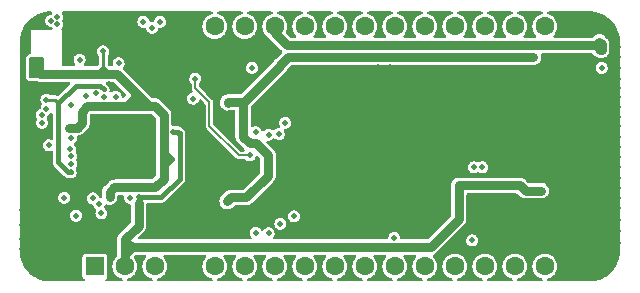
<source format=gbr>
%TF.GenerationSoftware,KiCad,Pcbnew,(5.99.0-6542-g16b0689841)*%
%TF.CreationDate,2021-01-03T15:15:31-08:00*%
%TF.ProjectId,SX1303,53583133-3033-42e6-9b69-6361645f7063,rev?*%
%TF.SameCoordinates,Original*%
%TF.FileFunction,Copper,L3,Inr*%
%TF.FilePolarity,Positive*%
%FSLAX46Y46*%
G04 Gerber Fmt 4.6, Leading zero omitted, Abs format (unit mm)*
G04 Created by KiCad (PCBNEW (5.99.0-6542-g16b0689841)) date 2021-01-03 15:15:31*
%MOMM*%
%LPD*%
G01*
G04 APERTURE LIST*
%TA.AperFunction,ComponentPad*%
%ADD10R,1.600000X1.600000*%
%TD*%
%TA.AperFunction,ComponentPad*%
%ADD11C,1.600000*%
%TD*%
%TA.AperFunction,ViaPad*%
%ADD12C,0.503200*%
%TD*%
%TA.AperFunction,Conductor*%
%ADD13C,0.800000*%
%TD*%
%TA.AperFunction,Conductor*%
%ADD14C,0.127000*%
%TD*%
%TA.AperFunction,Conductor*%
%ADD15C,0.400000*%
%TD*%
%TA.AperFunction,Conductor*%
%ADD16C,0.250000*%
%TD*%
%TA.AperFunction,Conductor*%
%ADD17C,0.200000*%
%TD*%
G04 APERTURE END LIST*
D10*
%TO.N,Net-(A1-Pad1)*%
%TO.C,A1*%
X109500000Y-77700000D03*
D11*
%TO.N,+3V3*%
X112040000Y-77700000D03*
%TO.N,Net-(A1-Pad3)*%
X114580000Y-77700000D03*
%TO.N,GND*%
X117120000Y-77700000D03*
%TO.N,Net-(A1-Pad5)*%
X119660000Y-77700000D03*
%TO.N,Net-(A1-Pad6)*%
X122200000Y-77700000D03*
%TO.N,Net-(A1-Pad7)*%
X124740000Y-77700000D03*
%TO.N,Net-(A1-Pad8)*%
X127280000Y-77700000D03*
%TO.N,Net-(A1-Pad9)*%
X129820000Y-77700000D03*
%TO.N,GPS_PPS*%
X132360000Y-77700000D03*
%TO.N,HOST_SCK*%
X134900000Y-77700000D03*
%TO.N,HOST_MOSI*%
X137440000Y-77700000D03*
%TO.N,HOST_MISO*%
X139980000Y-77700000D03*
%TO.N,GPS_TX*%
X142520000Y-77700000D03*
%TO.N,GPS_RX*%
X145060000Y-77700000D03*
%TO.N,Net-(A1-Pad16)*%
X147600000Y-77700000D03*
%TO.N,Net-(A1-Pad17)*%
X147600000Y-57380000D03*
%TO.N,Net-(A1-Pad18)*%
X145060000Y-57380000D03*
%TO.N,Net-(A1-Pad19)*%
X142520000Y-57380000D03*
%TO.N,Net-(A1-Pad20)*%
X139980000Y-57380000D03*
%TO.N,Net-(A1-Pad21)*%
X137440000Y-57380000D03*
%TO.N,Net-(A1-Pad22)*%
X134900000Y-57380000D03*
%TO.N,Net-(A1-Pad23)*%
X132360000Y-57380000D03*
%TO.N,HOST_RESET*%
X129820000Y-57380000D03*
%TO.N,HOST_CSN*%
X127280000Y-57380000D03*
%TO.N,VBUS*%
X124740000Y-57380000D03*
%TO.N,Net-(A1-Pad27)*%
X122200000Y-57380000D03*
%TO.N,+BATT*%
X119660000Y-57380000D03*
%TD*%
D12*
%TO.N,GPS_RX*%
X141600000Y-69300000D03*
%TO.N,GND*%
X127500000Y-66500000D03*
X130300000Y-74500000D03*
X152000000Y-64850000D03*
X136450000Y-72550000D03*
X134800000Y-64100000D03*
X152500000Y-64200000D03*
X137150000Y-71950000D03*
X127600000Y-69800000D03*
X133600000Y-78700000D03*
X112700000Y-69900000D03*
X149400000Y-67800000D03*
X118400000Y-56400000D03*
X136000000Y-65300000D03*
X114350000Y-69000000D03*
X124300000Y-71700000D03*
X148100000Y-65250000D03*
X149500000Y-78700000D03*
X105500000Y-69800000D03*
X125150000Y-68250000D03*
X147600000Y-64600000D03*
X126000000Y-56400000D03*
X150900000Y-75600000D03*
X150100000Y-71400000D03*
X129300000Y-68400000D03*
X144500000Y-64600000D03*
X109300000Y-65200000D03*
X135400000Y-69750000D03*
X111100000Y-65150000D03*
X103400000Y-62400000D03*
X152850000Y-56950000D03*
X111900000Y-69000000D03*
X108800000Y-56500000D03*
X150000000Y-73450000D03*
X112800000Y-56500000D03*
X137800000Y-68900000D03*
X149100000Y-62000000D03*
X142600000Y-61800000D03*
X149100000Y-75300000D03*
X135200000Y-73650000D03*
X103400000Y-67350000D03*
X126900000Y-72500000D03*
X146050000Y-65250000D03*
X140900000Y-68900000D03*
X128400000Y-74200000D03*
X129300000Y-73600000D03*
X139600000Y-64700000D03*
X117300000Y-62800000D03*
X109700000Y-70150000D03*
X128050000Y-75000000D03*
X149900000Y-78000000D03*
X128550000Y-56400000D03*
X103350000Y-74200000D03*
X110700000Y-62300000D03*
X133500000Y-68100000D03*
X143100000Y-65200000D03*
X132300000Y-68900000D03*
X128400000Y-63100000D03*
X153700000Y-76700000D03*
X146700000Y-66900000D03*
X122450000Y-73100000D03*
X123500000Y-78700000D03*
X134200000Y-67800000D03*
X104400000Y-78250000D03*
X132000000Y-63800000D03*
X150900000Y-64850000D03*
X152100000Y-78600000D03*
X153800000Y-61800000D03*
X130800000Y-74100000D03*
X149000000Y-67000000D03*
X132500000Y-62600000D03*
X143700000Y-68400000D03*
X129900000Y-65100000D03*
X115100000Y-59200000D03*
X150900000Y-73450000D03*
X110700000Y-56500000D03*
X138400000Y-74000000D03*
X137600000Y-74700000D03*
X150400000Y-78700000D03*
X137700000Y-72600000D03*
X138900000Y-69900000D03*
X113550000Y-65150000D03*
X142900000Y-68000000D03*
X131100000Y-78700000D03*
X103450000Y-76950000D03*
X148200000Y-67300000D03*
X118450000Y-63900000D03*
X150000000Y-75600000D03*
X153800000Y-70200000D03*
X115800000Y-78700000D03*
X151000000Y-71400000D03*
X131100000Y-56400000D03*
X115650000Y-56450000D03*
X103700000Y-57500000D03*
X147050000Y-73100000D03*
X129200000Y-61000000D03*
X140600000Y-66800000D03*
X141500000Y-66800000D03*
X130200000Y-73600000D03*
X108200000Y-78700000D03*
X132600000Y-68100000D03*
X153800000Y-69300000D03*
X113500000Y-67500000D03*
X118350000Y-72200000D03*
X153800000Y-75700000D03*
X132600000Y-73700000D03*
X111900000Y-66400000D03*
X148500000Y-62900000D03*
X104400000Y-62400000D03*
X128600000Y-69800000D03*
X131200000Y-67300000D03*
X149000000Y-65050000D03*
X111100000Y-73400000D03*
X153000000Y-64850000D03*
X129000000Y-75000000D03*
X145500000Y-63000000D03*
X136300000Y-74900000D03*
X140600000Y-63500000D03*
X124350000Y-63300000D03*
X153800000Y-71050000D03*
X143650000Y-62550000D03*
X129200000Y-65900000D03*
X129100000Y-64500000D03*
X130900000Y-69400000D03*
X135300000Y-64800000D03*
X146500000Y-64600000D03*
X132500000Y-66100000D03*
X145000000Y-63800000D03*
X153800000Y-59150000D03*
X113300000Y-78700000D03*
X149900000Y-62000000D03*
X111700000Y-56500000D03*
X144750000Y-74400000D03*
X152000000Y-71400000D03*
X130200000Y-62400000D03*
X149100000Y-77400000D03*
X118800000Y-61800000D03*
X144200000Y-63800000D03*
X148400000Y-68000000D03*
X151350000Y-74500000D03*
X153800000Y-66750000D03*
X151300000Y-78700000D03*
X136200000Y-58100000D03*
X149700000Y-56400000D03*
X144200000Y-69200000D03*
X148800000Y-70200000D03*
X110700000Y-68800000D03*
X109200000Y-59400000D03*
X136300000Y-63800000D03*
X120700000Y-59700000D03*
X136300000Y-63100000D03*
X110900000Y-78700000D03*
X152800000Y-78200000D03*
X129900000Y-75000000D03*
X130900000Y-66300000D03*
X153700000Y-58300000D03*
X141300000Y-78700000D03*
X137800000Y-67900000D03*
X149900000Y-64850000D03*
X118500000Y-78700000D03*
X151900000Y-77100000D03*
X130900000Y-65400000D03*
X127600000Y-74400000D03*
X149600000Y-70600000D03*
X113100000Y-58400000D03*
X103400000Y-61400000D03*
X153800000Y-65050000D03*
X135800000Y-73050000D03*
X152000000Y-57600000D03*
X109300000Y-67600000D03*
X144700000Y-67700000D03*
X149950000Y-67200000D03*
X109250000Y-69700000D03*
X126800000Y-64800000D03*
X123200000Y-64700000D03*
X140900000Y-67400000D03*
X134800000Y-66300000D03*
X150450000Y-60900000D03*
X142800000Y-60900000D03*
X139040000Y-65300000D03*
X103400000Y-63450000D03*
X134500000Y-69200000D03*
X134100000Y-65400000D03*
X113300000Y-61650000D03*
X106600000Y-78700000D03*
X126800000Y-65900000D03*
X138700000Y-78700000D03*
X149100000Y-71450000D03*
X103400000Y-58400000D03*
X150450000Y-61600000D03*
X151400000Y-64200000D03*
X114100000Y-69900000D03*
X129400000Y-74400000D03*
X130800000Y-72200000D03*
X148700000Y-76500000D03*
X150500000Y-56400000D03*
X145800000Y-67500000D03*
X110600000Y-66200000D03*
X114500000Y-73100000D03*
X144750000Y-73100000D03*
X143500000Y-69200000D03*
X126300000Y-69800000D03*
X117400000Y-56400000D03*
X103350000Y-76200000D03*
X104300000Y-56900000D03*
X141100000Y-61200000D03*
X145100000Y-71800000D03*
X130100000Y-61000000D03*
X144300000Y-66900000D03*
X145100000Y-66900000D03*
X137250000Y-62850000D03*
X148350000Y-75500000D03*
X139500000Y-68000000D03*
X143800000Y-78700000D03*
X152800000Y-77100000D03*
X129700000Y-69800000D03*
X146000000Y-62400000D03*
X134150000Y-70650000D03*
X128500000Y-78700000D03*
X132400000Y-64500000D03*
X128100000Y-70600000D03*
X103400000Y-71700000D03*
X151300000Y-56400000D03*
X128400000Y-61000000D03*
X144500000Y-62900000D03*
X109700000Y-56500000D03*
X141450000Y-74400000D03*
X143450000Y-71800000D03*
X126000000Y-78700000D03*
X143100000Y-64200000D03*
X138500000Y-65900000D03*
X137700000Y-63800000D03*
X133300000Y-62600000D03*
X103400000Y-66350000D03*
X132600000Y-75000000D03*
X143450000Y-73100000D03*
X103400000Y-69350000D03*
X153800000Y-60000000D03*
X134700000Y-62400000D03*
X137250000Y-61700000D03*
X147400000Y-74300000D03*
X132500000Y-65300000D03*
X146300000Y-56400000D03*
X151300000Y-58100000D03*
X105500000Y-69100000D03*
X136300000Y-62300000D03*
X153400000Y-77500000D03*
X153800000Y-71900000D03*
X149100000Y-72150000D03*
X113100000Y-59500000D03*
X127200000Y-70600000D03*
X136200000Y-56400000D03*
X147100000Y-67700000D03*
X127700000Y-68200000D03*
X153800000Y-74700000D03*
X153800000Y-67600000D03*
X111800000Y-67700000D03*
X143800000Y-60900000D03*
X103400000Y-68350000D03*
X141800000Y-60900000D03*
X138800000Y-73000000D03*
X122100000Y-59700000D03*
X130200000Y-68900000D03*
X151300000Y-57000000D03*
X153800000Y-73750000D03*
X153800000Y-68450000D03*
X130900000Y-68300000D03*
X135000000Y-67800000D03*
X124400000Y-64550000D03*
X114850000Y-61900000D03*
X127600000Y-73600000D03*
X128400000Y-73400000D03*
X116450000Y-61050000D03*
X152600000Y-70600000D03*
X130600000Y-64600000D03*
X143650000Y-63400000D03*
X138500000Y-69400000D03*
X112200000Y-65500000D03*
X136600000Y-73900000D03*
X133000000Y-63600000D03*
X145300000Y-75000000D03*
X148200000Y-69400000D03*
X103400000Y-65350000D03*
X103400000Y-70500000D03*
X134700000Y-71500000D03*
X147100000Y-69400000D03*
X121450000Y-62150000D03*
X131000000Y-62400000D03*
X148700000Y-78700000D03*
X109300000Y-66550000D03*
X112000000Y-73300000D03*
X143450000Y-74400000D03*
X118800000Y-59700000D03*
X153000000Y-67200000D03*
X103350000Y-75350000D03*
X131800000Y-61000000D03*
X150800000Y-77100000D03*
X136000000Y-61600000D03*
X103400000Y-64400000D03*
X138650000Y-56400000D03*
X146500000Y-63000000D03*
X147400000Y-66900000D03*
X131000000Y-63100000D03*
X131900000Y-63100000D03*
X130000000Y-72700000D03*
X141500000Y-72450000D03*
X130700000Y-70400000D03*
X105650000Y-66700000D03*
X151500000Y-70600000D03*
X125850000Y-69050000D03*
X131600000Y-71600000D03*
X137200000Y-70800000D03*
X129200000Y-72700000D03*
X141500000Y-63500000D03*
X150000000Y-76600000D03*
X142400000Y-66800000D03*
X133300000Y-69400000D03*
X110500000Y-67500000D03*
X111100000Y-70150000D03*
X135400000Y-61000000D03*
X152000000Y-67200000D03*
X152000000Y-62000000D03*
X117850000Y-68650000D03*
X133650000Y-56400000D03*
X108200000Y-71100000D03*
X153800000Y-72800000D03*
X125450000Y-70150000D03*
X130200000Y-66900000D03*
X129300000Y-63100000D03*
X137700000Y-70000000D03*
X135400000Y-65800000D03*
X103400000Y-59400000D03*
X152900000Y-62000000D03*
X134200000Y-63500000D03*
X135700000Y-67500000D03*
X150950000Y-67200000D03*
X146300000Y-78700000D03*
X124400000Y-72950000D03*
X145100000Y-62400000D03*
X105050000Y-78600000D03*
X119700000Y-59700000D03*
X145900000Y-69200000D03*
X150400000Y-64200000D03*
X134500000Y-60800000D03*
X130800000Y-73100000D03*
X139400000Y-69400000D03*
X121000000Y-78700000D03*
X136800000Y-66500000D03*
X132600000Y-61000000D03*
X147050000Y-65250000D03*
X129300000Y-67300000D03*
X109600000Y-60500000D03*
X134100000Y-62700000D03*
X132300000Y-70000000D03*
X109200000Y-60000000D03*
X127600000Y-63050000D03*
X118800000Y-61000000D03*
X150450000Y-60200000D03*
X151100000Y-62000000D03*
X145500000Y-68400000D03*
X129000000Y-70600000D03*
X113000000Y-68800000D03*
X131000000Y-61000000D03*
X120950000Y-56400000D03*
X114350000Y-66550000D03*
X144400000Y-61900000D03*
X137600000Y-73500000D03*
X128300000Y-65900000D03*
X127600000Y-72700000D03*
X116000000Y-59200000D03*
X149100000Y-73750000D03*
X148500000Y-64400000D03*
X107450000Y-78700000D03*
X147700000Y-68600000D03*
X141600000Y-61800000D03*
X140700000Y-61800000D03*
X128400000Y-72700000D03*
X130200000Y-63100000D03*
X130200000Y-67800000D03*
X136300000Y-67000000D03*
X121250000Y-70500000D03*
X126500000Y-66850000D03*
X140200000Y-69400000D03*
X137250000Y-69500000D03*
X125850000Y-67500000D03*
X105850000Y-78700000D03*
X143750000Y-56400000D03*
X109300000Y-68700000D03*
X136100000Y-78700000D03*
X151500000Y-77900000D03*
X120500000Y-67900000D03*
X145400000Y-64600000D03*
X150500000Y-67800000D03*
X153000000Y-71400000D03*
X137200000Y-68650000D03*
X147000000Y-63800000D03*
X133500000Y-60800000D03*
X147850000Y-70400000D03*
X149400000Y-64200000D03*
X143600000Y-61800000D03*
X138500000Y-64700000D03*
X128300000Y-65200000D03*
X152100000Y-56550000D03*
X153800000Y-65850000D03*
X133200000Y-66400000D03*
X145100000Y-69200000D03*
X148350000Y-71050000D03*
X148600000Y-56400000D03*
X105000000Y-56500000D03*
X103350000Y-72950000D03*
X142100000Y-67700000D03*
X146750000Y-74900000D03*
X146200000Y-76450000D03*
X147100000Y-76450000D03*
X133250000Y-70650000D03*
X149100000Y-73000000D03*
X150400000Y-70600000D03*
X152700000Y-57600000D03*
X153350000Y-57550000D03*
X151500000Y-67800000D03*
X139600000Y-65900000D03*
X141200000Y-68100000D03*
X133300000Y-64900000D03*
X153800000Y-60900000D03*
X146000000Y-63800000D03*
X115600000Y-61200000D03*
X116400000Y-62800000D03*
X146150000Y-69850000D03*
X141250000Y-56400000D03*
X117200000Y-65700000D03*
X123450000Y-56400000D03*
X126300000Y-70600000D03*
X126300000Y-68400000D03*
X118800000Y-62600000D03*
X146800000Y-70400000D03*
X130800000Y-75000000D03*
X153800000Y-64200000D03*
X152500000Y-74500000D03*
X143400000Y-67500000D03*
X152500000Y-67800000D03*
X132550000Y-72200000D03*
X103400000Y-60400000D03*
X135200000Y-74450000D03*
X130100000Y-65900000D03*
X134000000Y-66400000D03*
X114000000Y-62300000D03*
X148000000Y-63600000D03*
X147600000Y-62600000D03*
X136600000Y-60950000D03*
X129900000Y-70600000D03*
X144700000Y-60900000D03*
X153800000Y-62600000D03*
X143700000Y-64600000D03*
X146600000Y-68500000D03*
X137000000Y-63800000D03*
X113000000Y-66200000D03*
X132200000Y-70900000D03*
X153800000Y-63350000D03*
X135400000Y-68800000D03*
X128300000Y-64500000D03*
X147800000Y-76100000D03*
X135400000Y-70850000D03*
%TO.N,VDD_RF*%
X125200000Y-60700000D03*
X124150000Y-68300000D03*
X120700000Y-72200000D03*
X120750000Y-63850000D03*
X146600000Y-60000000D03*
%TO.N,TCXO_32Mhz*%
X122600000Y-68300000D03*
X118000000Y-61800000D03*
%TO.N,RADIOA_CSN*%
X125600000Y-65550000D03*
X108750000Y-63300000D03*
%TO.N,RADIOA_MOSI*%
X124200000Y-66550000D03*
X109600000Y-63000000D03*
%TO.N,RADIOA_SCK*%
X110300000Y-63350000D03*
X125050000Y-66500000D03*
%TO.N,RADIO_A_IQ2*%
X122800000Y-60900000D03*
X117800000Y-63500000D03*
%TO.N,RADIOB_RESET*%
X123100000Y-74850000D03*
X112450000Y-71900000D03*
%TO.N,RADIOB_SCK*%
X125200000Y-74100000D03*
X109850000Y-72400000D03*
%TO.N,RADIOB_MOSI*%
X109350000Y-71950000D03*
X124200000Y-74900000D03*
%TO.N,RADIOB_CSN*%
X126350000Y-73450000D03*
X110046110Y-73200000D03*
%TO.N,RADIOA_RESET*%
X123100575Y-66350169D03*
X107500000Y-69000000D03*
%TO.N,HOST_SCK*%
X105000000Y-65550000D03*
%TO.N,HOST_MOSI*%
X105000000Y-64850000D03*
%TO.N,HOST_MISO*%
X105400000Y-64350000D03*
%TO.N,+3V3*%
X110233175Y-62723352D03*
X116105376Y-66292860D03*
X113200000Y-71850000D03*
X140300000Y-71550000D03*
X140300000Y-70850000D03*
X107447665Y-69750000D03*
X111250000Y-63350000D03*
X147300000Y-71300000D03*
X105400000Y-63600000D03*
X111500000Y-60500000D03*
%TO.N,+1V2*%
X104150000Y-60850000D03*
X104150000Y-60250000D03*
X104150000Y-61500000D03*
X107300000Y-65950000D03*
X113300000Y-63350000D03*
X104950000Y-61500000D03*
X110750000Y-71850000D03*
X110200000Y-59500000D03*
X116000000Y-68650000D03*
%TO.N,HOST_RESET*%
X107500000Y-66800000D03*
%TO.N,HOST_CSN*%
X107500000Y-64000000D03*
%TO.N,VBUS*%
X113600000Y-57000000D03*
X105800000Y-56900000D03*
X114350000Y-57500000D03*
X152400000Y-59400000D03*
X106300000Y-56600000D03*
X106300000Y-57200000D03*
X115000000Y-57000000D03*
X152400000Y-60900000D03*
X152200000Y-58700000D03*
X108200000Y-60200000D03*
%TO.N,SX1303_CSD*%
X107399620Y-67747641D03*
X107900000Y-73400000D03*
%TO.N,GPS_PPS*%
X141450000Y-75500000D03*
X105600000Y-67450000D03*
X134850000Y-75300000D03*
%TO.N,SX1303_TXRX*%
X107500000Y-68369797D03*
X106900000Y-71900000D03*
%TO.N,GPS_TX*%
X142300000Y-69300000D03*
%TD*%
D13*
%TO.N,VDD_RF*%
X120750000Y-63800000D02*
X122100000Y-63800000D01*
X140300000Y-60000000D02*
X146600000Y-60000000D01*
X124150000Y-68300000D02*
X123150000Y-67300000D01*
X123150000Y-67300000D02*
X122600000Y-67300000D01*
X120750000Y-63850000D02*
X120750000Y-63800000D01*
X122328601Y-71871399D02*
X124150000Y-70050000D01*
X124150000Y-70050000D02*
X124150000Y-68300000D01*
X125200000Y-60650000D02*
X125850000Y-60000000D01*
X125200000Y-60700000D02*
X125200000Y-60650000D01*
X122600000Y-67300000D02*
X122050000Y-66750000D01*
X125850000Y-60000000D02*
X140300000Y-60000000D01*
X121028601Y-71871399D02*
X122328601Y-71871399D01*
X122050000Y-66750000D02*
X122050000Y-63800000D01*
X120700000Y-72200000D02*
X121028601Y-71871399D01*
X122100000Y-63800000D02*
X125200000Y-60700000D01*
D14*
%TO.N,TCXO_32Mhz*%
X121700000Y-68300000D02*
X119200000Y-65800000D01*
X119200000Y-63825000D02*
X118000000Y-62625000D01*
X118000000Y-62625000D02*
X118000000Y-61800000D01*
X119200000Y-65800000D02*
X119200000Y-63825000D01*
X122600000Y-68300000D02*
X121700000Y-68300000D01*
D13*
%TO.N,+3V3*%
X112040000Y-75410000D02*
X112040000Y-77700000D01*
D15*
X109678601Y-62421399D02*
X109931222Y-62421399D01*
D13*
X112058601Y-75515803D02*
X112058601Y-75391399D01*
D15*
X109931222Y-62421399D02*
X110233175Y-62723352D01*
D13*
X140300000Y-71550000D02*
X140300000Y-70850000D01*
X112621399Y-76078601D02*
X112058601Y-76078601D01*
D16*
X106100000Y-63600000D02*
X106400000Y-63900000D01*
D15*
X106400000Y-68900000D02*
X106400000Y-63900000D01*
D13*
X137921399Y-76078601D02*
X112621399Y-76078601D01*
X112040000Y-76097202D02*
X112040000Y-77700000D01*
D15*
X116542860Y-66292860D02*
X116105376Y-66292860D01*
D16*
X105400000Y-63600000D02*
X106100000Y-63600000D01*
D15*
X116700000Y-70278146D02*
X116700000Y-66700000D01*
D13*
X112040000Y-76660000D02*
X112621399Y-76078601D01*
D15*
X116700000Y-66450000D02*
X116542860Y-66292860D01*
X116105376Y-66292860D02*
X116442860Y-66292860D01*
X113200000Y-74250000D02*
X112040000Y-75410000D01*
D13*
X140300000Y-71550000D02*
X140300000Y-73700000D01*
D15*
X112040000Y-75410000D02*
X112040000Y-76060000D01*
D13*
X140300000Y-70850000D02*
X145502330Y-70850000D01*
D15*
X107878601Y-62421399D02*
X109678601Y-62421399D01*
D13*
X145502330Y-70850000D02*
X145926165Y-71273835D01*
D15*
X115128146Y-71850000D02*
X116700000Y-70278146D01*
X113200000Y-71850000D02*
X115128146Y-71850000D01*
D17*
X145450000Y-70850000D02*
X140300000Y-70850000D01*
D15*
X106400000Y-63900000D02*
X107878601Y-62421399D01*
D17*
X145900000Y-71300000D02*
X145450000Y-70850000D01*
D15*
X116700000Y-66700000D02*
X116700000Y-66550000D01*
X112040000Y-76760000D02*
X112040000Y-77600000D01*
D13*
X112058601Y-75391399D02*
X112040000Y-75410000D01*
X112058601Y-76078601D02*
X112040000Y-76060000D01*
D17*
X146000000Y-71300000D02*
X145900000Y-71300000D01*
D13*
X112058601Y-76078601D02*
X112040000Y-76097202D01*
D15*
X116700000Y-66700000D02*
X116700000Y-66450000D01*
D13*
X113200000Y-74250000D02*
X113200000Y-72302330D01*
X112621399Y-76078601D02*
X112058601Y-75515803D01*
D15*
X116700000Y-66550000D02*
X116442860Y-66292860D01*
X113200000Y-71850000D02*
X113200000Y-74250000D01*
D13*
X146000000Y-71300000D02*
X147300000Y-71300000D01*
X112058601Y-75391399D02*
X113200000Y-74250000D01*
X140300000Y-73700000D02*
X137921399Y-76078601D01*
D15*
X112040000Y-76060000D02*
X112040000Y-76760000D01*
X107250000Y-69750000D02*
X107447665Y-69750000D01*
X107200000Y-69700000D02*
X107250000Y-69750000D01*
D13*
X112058601Y-76078601D02*
X112058601Y-75391399D01*
X112040000Y-76760000D02*
X112040000Y-76660000D01*
D15*
X107200000Y-69700000D02*
X106400000Y-68900000D01*
D13*
%TO.N,+1V2*%
X110750000Y-71400000D02*
X111150000Y-71000000D01*
D15*
X115326775Y-69323225D02*
X115326775Y-69376775D01*
D13*
X110800000Y-61400000D02*
X109900000Y-61400000D01*
X114578601Y-64128601D02*
X114028601Y-64128601D01*
D15*
X112700000Y-62800000D02*
X112700000Y-63600000D01*
D13*
X115326775Y-68126775D02*
X115326775Y-64876775D01*
X108400000Y-65600000D02*
X108100000Y-65900000D01*
D15*
X113300000Y-63350000D02*
X113300000Y-64050000D01*
D13*
X113125000Y-63175000D02*
X112725000Y-62775000D01*
X112725000Y-62775000D02*
X111350000Y-61400000D01*
X109600000Y-61400000D02*
X104850000Y-61400000D01*
D16*
X110200000Y-60800000D02*
X110800000Y-61400000D01*
D13*
X112700000Y-63600000D02*
X112271399Y-64028601D01*
D15*
X112725000Y-62775000D02*
X112700000Y-62800000D01*
D13*
X112271399Y-64128601D02*
X108871399Y-64128601D01*
X113300000Y-63350000D02*
X114028601Y-64078601D01*
X108400000Y-64600000D02*
X108400000Y-65600000D01*
X108871399Y-64128601D02*
X108400000Y-64600000D01*
X112271399Y-64028601D02*
X112271399Y-64128601D01*
X114028601Y-64078601D02*
X114028601Y-64128601D01*
D16*
X109900000Y-61400000D02*
X110200000Y-61100000D01*
D13*
X111150000Y-71000000D02*
X114600000Y-71000000D01*
X109900000Y-61400000D02*
X109700000Y-61400000D01*
X115326775Y-68673225D02*
X115326775Y-68126775D01*
X114600000Y-71000000D02*
X115326775Y-70273225D01*
X114028601Y-64128601D02*
X113221399Y-64128601D01*
X108100000Y-65900000D02*
X108050000Y-65950000D01*
D16*
X110200000Y-61100000D02*
X110200000Y-60800000D01*
D13*
X112778601Y-63871399D02*
X112778601Y-64128601D01*
X112778601Y-64128601D02*
X112271399Y-64128601D01*
X113125000Y-63175000D02*
X112700000Y-63600000D01*
D15*
X115476775Y-68126775D02*
X115326775Y-68126775D01*
D13*
X104850000Y-61400000D02*
X104400000Y-60950000D01*
X115326775Y-70273225D02*
X115326775Y-69376775D01*
D16*
X110200000Y-59500000D02*
X110200000Y-60800000D01*
D15*
X113300000Y-64050000D02*
X113221399Y-64128601D01*
D16*
X110200000Y-60800000D02*
X109700000Y-61300000D01*
D13*
X111350000Y-61400000D02*
X110800000Y-61400000D01*
X109700000Y-61400000D02*
X109600000Y-61400000D01*
X115326775Y-69376775D02*
X115326775Y-68673225D01*
X113300000Y-63350000D02*
X113125000Y-63175000D01*
X110750000Y-71850000D02*
X110750000Y-71400000D01*
D16*
X109700000Y-61300000D02*
X109700000Y-61400000D01*
D13*
X113300000Y-63350000D02*
X112778601Y-63871399D01*
X115326775Y-64876775D02*
X114578601Y-64128601D01*
X113221399Y-64128601D02*
X112778601Y-64128601D01*
X108050000Y-65950000D02*
X107300000Y-65950000D01*
D15*
X116000000Y-68650000D02*
X115476775Y-68126775D01*
X116000000Y-68650000D02*
X115326775Y-69323225D01*
X116000000Y-68650000D02*
X115350000Y-68650000D01*
D16*
X110200000Y-60800000D02*
X109600000Y-61400000D01*
D15*
X115350000Y-68650000D02*
X115326775Y-68673225D01*
D13*
%TO.N,VBUS*%
X152300000Y-59400000D02*
X152400000Y-59400000D01*
X151900000Y-59000000D02*
X152300000Y-59400000D01*
X152400000Y-58900000D02*
X152200000Y-58700000D01*
X125800000Y-59000000D02*
X151300000Y-59000000D01*
X124740000Y-57940000D02*
X124740000Y-57380000D01*
X151300000Y-59000000D02*
X151900000Y-59000000D01*
X125800000Y-59000000D02*
X124740000Y-57940000D01*
X151900000Y-59000000D02*
X152200000Y-58700000D01*
X152400000Y-59400000D02*
X152400000Y-58900000D01*
%TD*%
%TA.AperFunction,Conductor*%
%TO.N,GND*%
G36*
X118894006Y-76753103D02*
G01*
X118940499Y-76806759D01*
X118950603Y-76877033D01*
X118917588Y-76942140D01*
X118919057Y-76943373D01*
X118786205Y-77101700D01*
X118783241Y-77107092D01*
X118783238Y-77107096D01*
X118702377Y-77254183D01*
X118686636Y-77282816D01*
X118684775Y-77288683D01*
X118684774Y-77288685D01*
X118682312Y-77296446D01*
X118624142Y-77479822D01*
X118601103Y-77685214D01*
X118618398Y-77891170D01*
X118620097Y-77897095D01*
X118657934Y-78029047D01*
X118675367Y-78089844D01*
X118769840Y-78273669D01*
X118898219Y-78435643D01*
X119055614Y-78569597D01*
X119060992Y-78572603D01*
X119060994Y-78572604D01*
X119112268Y-78601260D01*
X119236030Y-78670428D01*
X119279509Y-78684555D01*
X119389111Y-78720167D01*
X119447717Y-78760240D01*
X119475354Y-78825637D01*
X119463247Y-78895594D01*
X119415241Y-78947900D01*
X119350175Y-78966000D01*
X114884703Y-78966000D01*
X114816582Y-78945998D01*
X114770089Y-78892342D01*
X114759985Y-78822068D01*
X114789479Y-78757488D01*
X114850819Y-78718641D01*
X114957032Y-78688986D01*
X114957031Y-78688986D01*
X114962960Y-78687331D01*
X115147441Y-78594143D01*
X115163249Y-78581793D01*
X115305451Y-78470692D01*
X115310307Y-78466898D01*
X115341456Y-78430812D01*
X115441327Y-78315110D01*
X115441328Y-78315108D01*
X115445356Y-78310442D01*
X115547445Y-78130734D01*
X115612683Y-77934620D01*
X115638587Y-77729569D01*
X115639000Y-77700000D01*
X115618832Y-77494306D01*
X115559094Y-77296446D01*
X115462064Y-77113958D01*
X115456468Y-77107096D01*
X115372304Y-77003902D01*
X115331435Y-76953792D01*
X115326684Y-76949861D01*
X115324723Y-76947887D01*
X115290914Y-76885457D01*
X115296225Y-76814660D01*
X115338968Y-76757972D01*
X115414127Y-76733101D01*
X118825885Y-76733101D01*
X118894006Y-76753103D01*
G37*
%TD.AperFunction*%
%TA.AperFunction,Conductor*%
G36*
X119422363Y-56134002D02*
G01*
X119468856Y-56187658D01*
X119478960Y-56257932D01*
X119449466Y-56322512D01*
X119389817Y-56360874D01*
X119263292Y-56398112D01*
X119080131Y-56493867D01*
X118919057Y-56623373D01*
X118786205Y-56781700D01*
X118783241Y-56787092D01*
X118783238Y-56787096D01*
X118740635Y-56864591D01*
X118686636Y-56962816D01*
X118684775Y-56968683D01*
X118684774Y-56968685D01*
X118648786Y-57082134D01*
X118624142Y-57159822D01*
X118601103Y-57365214D01*
X118606252Y-57426530D01*
X118613025Y-57507181D01*
X118618398Y-57571170D01*
X118620097Y-57577095D01*
X118669930Y-57750882D01*
X118675367Y-57769844D01*
X118678183Y-57775323D01*
X118735363Y-57886583D01*
X118769840Y-57953669D01*
X118898219Y-58115643D01*
X118902913Y-58119638D01*
X119003568Y-58205302D01*
X119055614Y-58249597D01*
X119060992Y-58252603D01*
X119060994Y-58252604D01*
X119125432Y-58288617D01*
X119236030Y-58350428D01*
X119432595Y-58414296D01*
X119637822Y-58438768D01*
X119643957Y-58438296D01*
X119643959Y-58438296D01*
X119837752Y-58423384D01*
X119837757Y-58423383D01*
X119843893Y-58422911D01*
X119849823Y-58421255D01*
X119849825Y-58421255D01*
X120037032Y-58368986D01*
X120037031Y-58368986D01*
X120042960Y-58367331D01*
X120227441Y-58274143D01*
X120240597Y-58263865D01*
X120385451Y-58150692D01*
X120390307Y-58146898D01*
X120402872Y-58132341D01*
X120521327Y-57995110D01*
X120521328Y-57995108D01*
X120525356Y-57990442D01*
X120627445Y-57810734D01*
X120692683Y-57614620D01*
X120718587Y-57409569D01*
X120718908Y-57386583D01*
X120718951Y-57383523D01*
X120718951Y-57383519D01*
X120719000Y-57380000D01*
X120698832Y-57174306D01*
X120639094Y-56976446D01*
X120542064Y-56793958D01*
X120537164Y-56787950D01*
X120415330Y-56638567D01*
X120415327Y-56638564D01*
X120411435Y-56633792D01*
X120404545Y-56628092D01*
X120256935Y-56505978D01*
X120256931Y-56505976D01*
X120252185Y-56502049D01*
X120070379Y-56403747D01*
X119930234Y-56360365D01*
X119871074Y-56321114D01*
X119842527Y-56256109D01*
X119853656Y-56185990D01*
X119900927Y-56133019D01*
X119967493Y-56114000D01*
X121894242Y-56114000D01*
X121962363Y-56134002D01*
X122008856Y-56187658D01*
X122018960Y-56257932D01*
X121989466Y-56322512D01*
X121929817Y-56360874D01*
X121803292Y-56398112D01*
X121620131Y-56493867D01*
X121459057Y-56623373D01*
X121326205Y-56781700D01*
X121323241Y-56787092D01*
X121323238Y-56787096D01*
X121280635Y-56864591D01*
X121226636Y-56962816D01*
X121224775Y-56968683D01*
X121224774Y-56968685D01*
X121188786Y-57082134D01*
X121164142Y-57159822D01*
X121141103Y-57365214D01*
X121146252Y-57426530D01*
X121153025Y-57507181D01*
X121158398Y-57571170D01*
X121160097Y-57577095D01*
X121209930Y-57750882D01*
X121215367Y-57769844D01*
X121218183Y-57775323D01*
X121275363Y-57886583D01*
X121309840Y-57953669D01*
X121438219Y-58115643D01*
X121442913Y-58119638D01*
X121543568Y-58205302D01*
X121595614Y-58249597D01*
X121600992Y-58252603D01*
X121600994Y-58252604D01*
X121665432Y-58288617D01*
X121776030Y-58350428D01*
X121972595Y-58414296D01*
X122177822Y-58438768D01*
X122183957Y-58438296D01*
X122183959Y-58438296D01*
X122377752Y-58423384D01*
X122377757Y-58423383D01*
X122383893Y-58422911D01*
X122389823Y-58421255D01*
X122389825Y-58421255D01*
X122577032Y-58368986D01*
X122577031Y-58368986D01*
X122582960Y-58367331D01*
X122767441Y-58274143D01*
X122780597Y-58263865D01*
X122925451Y-58150692D01*
X122930307Y-58146898D01*
X122942872Y-58132341D01*
X123061327Y-57995110D01*
X123061328Y-57995108D01*
X123065356Y-57990442D01*
X123167445Y-57810734D01*
X123232683Y-57614620D01*
X123258587Y-57409569D01*
X123258908Y-57386583D01*
X123258951Y-57383523D01*
X123258951Y-57383519D01*
X123259000Y-57380000D01*
X123238832Y-57174306D01*
X123179094Y-56976446D01*
X123082064Y-56793958D01*
X123077164Y-56787950D01*
X122955330Y-56638567D01*
X122955327Y-56638564D01*
X122951435Y-56633792D01*
X122944545Y-56628092D01*
X122796935Y-56505978D01*
X122796931Y-56505976D01*
X122792185Y-56502049D01*
X122610379Y-56403747D01*
X122470234Y-56360365D01*
X122411074Y-56321114D01*
X122382527Y-56256109D01*
X122393656Y-56185990D01*
X122440927Y-56133019D01*
X122507493Y-56114000D01*
X124434242Y-56114000D01*
X124502363Y-56134002D01*
X124548856Y-56187658D01*
X124558960Y-56257932D01*
X124529466Y-56322512D01*
X124469817Y-56360874D01*
X124343292Y-56398112D01*
X124160131Y-56493867D01*
X123999057Y-56623373D01*
X123866205Y-56781700D01*
X123863241Y-56787092D01*
X123863238Y-56787096D01*
X123820635Y-56864591D01*
X123766636Y-56962816D01*
X123764775Y-56968683D01*
X123764774Y-56968685D01*
X123728786Y-57082134D01*
X123704142Y-57159822D01*
X123681103Y-57365214D01*
X123686252Y-57426530D01*
X123693025Y-57507181D01*
X123698398Y-57571170D01*
X123700097Y-57577095D01*
X123749930Y-57750882D01*
X123755367Y-57769844D01*
X123758183Y-57775323D01*
X123815363Y-57886583D01*
X123849840Y-57953669D01*
X123978219Y-58115643D01*
X123982913Y-58119638D01*
X124083568Y-58205302D01*
X124135614Y-58249597D01*
X124146049Y-58255429D01*
X124186532Y-58291377D01*
X124189047Y-58294840D01*
X124195548Y-58304738D01*
X124218893Y-58344212D01*
X124221000Y-58346601D01*
X124234663Y-58360264D01*
X124247504Y-58375298D01*
X124259245Y-58391458D01*
X124287733Y-58415025D01*
X124292945Y-58419337D01*
X124301726Y-58427327D01*
X124547330Y-58672932D01*
X125281072Y-59406675D01*
X125287937Y-59414219D01*
X125291847Y-59420381D01*
X125297622Y-59425804D01*
X125297626Y-59425809D01*
X125306487Y-59434130D01*
X125342451Y-59495344D01*
X125339610Y-59566284D01*
X125309326Y-59615072D01*
X124793332Y-60131066D01*
X124785783Y-60137936D01*
X124779620Y-60141847D01*
X124774195Y-60147624D01*
X124735784Y-60188527D01*
X124733030Y-60191368D01*
X124709212Y-60215186D01*
X124705550Y-60219906D01*
X124697853Y-60228919D01*
X124666453Y-60262356D01*
X124656213Y-60280982D01*
X124645367Y-60297495D01*
X124632341Y-60314287D01*
X124624359Y-60332733D01*
X124620702Y-60341184D01*
X124594160Y-60380238D01*
X121865803Y-63108595D01*
X121776708Y-63145500D01*
X120822710Y-63145500D01*
X120799482Y-63143304D01*
X120799194Y-63143286D01*
X120791410Y-63141801D01*
X120741129Y-63144965D01*
X120736578Y-63145251D01*
X120728666Y-63145500D01*
X120710420Y-63145500D01*
X120706488Y-63145997D01*
X120706483Y-63145997D01*
X120692301Y-63147788D01*
X120684426Y-63148532D01*
X120644161Y-63151066D01*
X120626423Y-63152182D01*
X120617968Y-63154929D01*
X120594826Y-63160102D01*
X120585989Y-63161219D01*
X120578624Y-63164135D01*
X120531914Y-63182629D01*
X120524466Y-63185310D01*
X120476745Y-63200815D01*
X120476742Y-63200817D01*
X120469200Y-63203267D01*
X120462504Y-63207517D01*
X120462499Y-63207519D01*
X120461694Y-63208030D01*
X120440561Y-63218798D01*
X120439658Y-63219156D01*
X120432283Y-63222076D01*
X120425869Y-63226736D01*
X120385235Y-63256258D01*
X120378692Y-63260705D01*
X120329620Y-63291847D01*
X120324195Y-63297624D01*
X120323535Y-63298327D01*
X120305742Y-63314013D01*
X120304955Y-63314584D01*
X120304950Y-63314589D01*
X120298541Y-63319245D01*
X120293488Y-63325353D01*
X120261478Y-63364047D01*
X120256243Y-63369985D01*
X120216453Y-63412356D01*
X120212635Y-63419302D01*
X120212633Y-63419304D01*
X120212166Y-63420154D01*
X120198839Y-63439765D01*
X120193166Y-63446622D01*
X120170265Y-63495288D01*
X120168415Y-63499220D01*
X120164822Y-63506272D01*
X120136812Y-63557222D01*
X120134840Y-63564901D01*
X120134839Y-63564904D01*
X120134599Y-63565839D01*
X120126566Y-63588152D01*
X120126153Y-63589029D01*
X120126151Y-63589034D01*
X120122778Y-63596203D01*
X120111879Y-63653341D01*
X120110164Y-63661012D01*
X120095700Y-63717343D01*
X120095500Y-63720522D01*
X120095500Y-63727290D01*
X120093304Y-63750518D01*
X120093286Y-63750806D01*
X120091801Y-63758590D01*
X120092299Y-63766501D01*
X120095251Y-63813422D01*
X120095500Y-63821334D01*
X120095500Y-63889579D01*
X120099125Y-63918276D01*
X120110058Y-64004819D01*
X120111219Y-64014010D01*
X120114136Y-64021376D01*
X120114136Y-64021378D01*
X120160091Y-64137445D01*
X120172076Y-64167716D01*
X120269245Y-64301458D01*
X120396622Y-64406834D01*
X120546203Y-64477222D01*
X120553986Y-64478707D01*
X120553987Y-64478707D01*
X120700804Y-64506714D01*
X120700806Y-64506714D01*
X120708590Y-64508199D01*
X120791083Y-64503009D01*
X120865666Y-64498316D01*
X120865668Y-64498316D01*
X120873577Y-64497818D01*
X120881113Y-64495369D01*
X120881115Y-64495369D01*
X120987916Y-64460667D01*
X121026852Y-64454500D01*
X121269501Y-64454500D01*
X121337622Y-64474502D01*
X121384115Y-64528158D01*
X121395501Y-64580500D01*
X121395500Y-65628545D01*
X121395500Y-66670628D01*
X121395020Y-66680815D01*
X121393428Y-66687936D01*
X121393677Y-66695858D01*
X121395438Y-66751904D01*
X121395500Y-66755861D01*
X121395500Y-66789579D01*
X121396249Y-66795509D01*
X121397179Y-66807328D01*
X121398620Y-66853169D01*
X121400832Y-66860783D01*
X121404547Y-66873569D01*
X121408556Y-66892930D01*
X121411219Y-66914010D01*
X121414136Y-66921378D01*
X121414138Y-66921385D01*
X121428102Y-66956655D01*
X121431947Y-66967882D01*
X121444741Y-67011919D01*
X121448778Y-67018745D01*
X121455556Y-67030206D01*
X121464253Y-67047956D01*
X121472076Y-67067716D01*
X121476737Y-67074131D01*
X121499034Y-67104821D01*
X121505548Y-67114738D01*
X121528893Y-67154212D01*
X121531000Y-67156601D01*
X121544663Y-67170264D01*
X121557504Y-67185298D01*
X121564585Y-67195045D01*
X121564588Y-67195048D01*
X121569245Y-67201458D01*
X121575349Y-67206508D01*
X121575351Y-67206510D01*
X121602950Y-67229342D01*
X121611729Y-67237331D01*
X122081072Y-67706675D01*
X122087937Y-67714219D01*
X122091847Y-67720381D01*
X122097624Y-67725806D01*
X122138456Y-67764150D01*
X122174422Y-67825363D01*
X122171583Y-67896303D01*
X122130843Y-67954447D01*
X122052203Y-67982000D01*
X121883910Y-67982000D01*
X121794815Y-67945095D01*
X119554905Y-65705186D01*
X119518000Y-65616091D01*
X119518000Y-63845446D01*
X119518479Y-63834464D01*
X119519628Y-63821334D01*
X119521770Y-63796848D01*
X119512272Y-63761404D01*
X119509895Y-63750679D01*
X119505436Y-63725387D01*
X119505436Y-63725386D01*
X119503521Y-63714527D01*
X119498008Y-63704978D01*
X119496927Y-63702009D01*
X119495589Y-63699141D01*
X119492737Y-63688494D01*
X119486415Y-63679465D01*
X119486413Y-63679461D01*
X119471685Y-63658427D01*
X119465786Y-63649169D01*
X119447432Y-63617380D01*
X119418500Y-63593103D01*
X119410397Y-63585677D01*
X118892551Y-63067831D01*
X118354905Y-62530186D01*
X118318000Y-62441091D01*
X118318000Y-62251158D01*
X118350584Y-62166604D01*
X118423721Y-62085803D01*
X118429197Y-62074502D01*
X118482991Y-61963470D01*
X118482991Y-61963469D01*
X118486905Y-61955391D01*
X118510947Y-61812487D01*
X118511100Y-61800000D01*
X118500020Y-61722630D01*
X118491829Y-61665438D01*
X118491829Y-61665436D01*
X118490556Y-61656551D01*
X118484142Y-61642443D01*
X118474224Y-61620631D01*
X118430577Y-61524634D01*
X118335984Y-61414854D01*
X118308052Y-61396749D01*
X118221913Y-61340916D01*
X118221911Y-61340915D01*
X118214382Y-61336035D01*
X118205785Y-61333464D01*
X118205783Y-61333463D01*
X118086997Y-61297939D01*
X118075545Y-61294514D01*
X118066569Y-61294459D01*
X118066568Y-61294459D01*
X118004179Y-61294078D01*
X117930636Y-61293629D01*
X117922005Y-61296096D01*
X117922003Y-61296096D01*
X117799933Y-61330983D01*
X117799931Y-61330984D01*
X117791302Y-61333450D01*
X117783711Y-61338239D01*
X117783710Y-61338240D01*
X117734858Y-61369064D01*
X117668746Y-61410778D01*
X117572819Y-61519394D01*
X117511233Y-61650569D01*
X117509852Y-61659438D01*
X117500013Y-61722630D01*
X117488938Y-61793756D01*
X117490102Y-61802658D01*
X117490102Y-61802661D01*
X117506564Y-61928546D01*
X117507728Y-61937445D01*
X117566091Y-62070085D01*
X117652452Y-62172825D01*
X117682001Y-62253899D01*
X117682000Y-62604553D01*
X117681521Y-62615535D01*
X117678230Y-62653151D01*
X117687728Y-62688595D01*
X117690105Y-62699318D01*
X117696479Y-62735472D01*
X117701992Y-62745021D01*
X117703073Y-62747990D01*
X117704411Y-62750858D01*
X117707263Y-62761505D01*
X117713585Y-62770534D01*
X117713587Y-62770538D01*
X117728315Y-62791572D01*
X117734221Y-62800842D01*
X117748545Y-62825652D01*
X117765283Y-62894648D01*
X117742062Y-62961739D01*
X117674050Y-63009801D01*
X117599933Y-63030983D01*
X117599931Y-63030984D01*
X117591302Y-63033450D01*
X117583711Y-63038239D01*
X117583710Y-63038240D01*
X117476339Y-63105987D01*
X117468746Y-63110778D01*
X117372819Y-63219394D01*
X117353742Y-63260027D01*
X117325870Y-63319394D01*
X117311233Y-63350569D01*
X117309852Y-63359438D01*
X117292783Y-63469064D01*
X117288938Y-63493756D01*
X117290102Y-63502658D01*
X117290102Y-63502661D01*
X117305104Y-63617380D01*
X117307728Y-63637445D01*
X117366091Y-63770085D01*
X117459335Y-63881013D01*
X117466806Y-63885986D01*
X117466807Y-63885987D01*
X117572491Y-63956336D01*
X117572495Y-63956338D01*
X117579966Y-63961311D01*
X117604782Y-63969064D01*
X117683816Y-63993756D01*
X117718285Y-64004525D01*
X117727257Y-64004689D01*
X117727260Y-64004690D01*
X117793272Y-64005900D01*
X117863173Y-64007181D01*
X117964704Y-63979500D01*
X117994319Y-63971426D01*
X117994320Y-63971426D01*
X118002982Y-63969064D01*
X118010632Y-63964367D01*
X118010634Y-63964366D01*
X118118822Y-63897939D01*
X118118825Y-63897936D01*
X118126474Y-63893240D01*
X118133372Y-63885620D01*
X118217693Y-63792463D01*
X118217694Y-63792462D01*
X118223721Y-63785803D01*
X118231337Y-63770085D01*
X118282991Y-63663470D01*
X118282991Y-63663469D01*
X118286905Y-63655391D01*
X118288395Y-63646536D01*
X118288667Y-63644921D01*
X118289377Y-63643460D01*
X118291124Y-63637986D01*
X118291914Y-63638238D01*
X118319696Y-63581064D01*
X118380323Y-63544120D01*
X118451299Y-63545817D01*
X118502015Y-63576735D01*
X118845096Y-63919816D01*
X118882001Y-64008911D01*
X118882000Y-64922739D01*
X118882000Y-65779553D01*
X118881521Y-65790535D01*
X118878230Y-65828151D01*
X118887728Y-65863595D01*
X118890105Y-65874318D01*
X118896479Y-65910472D01*
X118901992Y-65920021D01*
X118903073Y-65922990D01*
X118904411Y-65925858D01*
X118907263Y-65936505D01*
X118913585Y-65945534D01*
X118913587Y-65945538D01*
X118928315Y-65966572D01*
X118934214Y-65975830D01*
X118952568Y-66007619D01*
X118961011Y-66014703D01*
X118961012Y-66014705D01*
X118981502Y-66031898D01*
X118989605Y-66039324D01*
X121460677Y-68510397D01*
X121468103Y-68518500D01*
X121492380Y-68547432D01*
X121501923Y-68552942D01*
X121501928Y-68552946D01*
X121524155Y-68565779D01*
X121533421Y-68571682D01*
X121554463Y-68586415D01*
X121554465Y-68586416D01*
X121563494Y-68592738D01*
X121574138Y-68595590D01*
X121576999Y-68596924D01*
X121579980Y-68598009D01*
X121589527Y-68603521D01*
X121625681Y-68609896D01*
X121636408Y-68612275D01*
X121661201Y-68618918D01*
X121661205Y-68618918D01*
X121671848Y-68621770D01*
X121682823Y-68620810D01*
X121682825Y-68620810D01*
X121709464Y-68618479D01*
X121720446Y-68618000D01*
X122147679Y-68618000D01*
X122215800Y-68638002D01*
X122244128Y-68662922D01*
X122259335Y-68681013D01*
X122266806Y-68685986D01*
X122266807Y-68685987D01*
X122372491Y-68756336D01*
X122372495Y-68756338D01*
X122379966Y-68761311D01*
X122404782Y-68769064D01*
X122494478Y-68797087D01*
X122518285Y-68804525D01*
X122527257Y-68804689D01*
X122527260Y-68804690D01*
X122593272Y-68805900D01*
X122663173Y-68807181D01*
X122733077Y-68788123D01*
X122794319Y-68771426D01*
X122794320Y-68771426D01*
X122802982Y-68769064D01*
X122810632Y-68764367D01*
X122810634Y-68764366D01*
X122918822Y-68697939D01*
X122918825Y-68697936D01*
X122926474Y-68693240D01*
X122933583Y-68685387D01*
X123017693Y-68592463D01*
X123017694Y-68592462D01*
X123023721Y-68585803D01*
X123049175Y-68533267D01*
X123082991Y-68463470D01*
X123082991Y-68463469D01*
X123086905Y-68455391D01*
X123088395Y-68446536D01*
X123088540Y-68445676D01*
X123088918Y-68444898D01*
X123091124Y-68437986D01*
X123092122Y-68438304D01*
X123119569Y-68381819D01*
X123180196Y-68344874D01*
X123251173Y-68346572D01*
X123301888Y-68377489D01*
X123387868Y-68463470D01*
X123458597Y-68534199D01*
X123495501Y-68623294D01*
X123495500Y-69726707D01*
X123458595Y-69815802D01*
X122094404Y-71179994D01*
X122005309Y-71216899D01*
X121107973Y-71216899D01*
X121097786Y-71216419D01*
X121090665Y-71214827D01*
X121042515Y-71216340D01*
X121026698Y-71216837D01*
X121022741Y-71216899D01*
X120989021Y-71216899D01*
X120985095Y-71217395D01*
X120985093Y-71217395D01*
X120984765Y-71217436D01*
X120983091Y-71217648D01*
X120971272Y-71218578D01*
X120925432Y-71220019D01*
X120917816Y-71222232D01*
X120917814Y-71222232D01*
X120905038Y-71225944D01*
X120885673Y-71229955D01*
X120881115Y-71230530D01*
X120872457Y-71231624D01*
X120872455Y-71231624D01*
X120864590Y-71232618D01*
X120821938Y-71249506D01*
X120810737Y-71253341D01*
X120766681Y-71266140D01*
X120759857Y-71270176D01*
X120759854Y-71270177D01*
X120748390Y-71276957D01*
X120730643Y-71285652D01*
X120710884Y-71293475D01*
X120704473Y-71298133D01*
X120673779Y-71320433D01*
X120663859Y-71326949D01*
X120624389Y-71350292D01*
X120622000Y-71352399D01*
X120608339Y-71366060D01*
X120593306Y-71378900D01*
X120577142Y-71390644D01*
X120572089Y-71396752D01*
X120549259Y-71424349D01*
X120541269Y-71433130D01*
X120209212Y-71765186D01*
X120132341Y-71864287D01*
X120129194Y-71871560D01*
X120129192Y-71871563D01*
X120109407Y-71917285D01*
X120066687Y-72016006D01*
X120040826Y-72179285D01*
X120041572Y-72187177D01*
X120054519Y-72324141D01*
X120056383Y-72343865D01*
X120059067Y-72351320D01*
X120098481Y-72460796D01*
X120112381Y-72499406D01*
X120205302Y-72636135D01*
X120211250Y-72641379D01*
X120211251Y-72641380D01*
X120243811Y-72670085D01*
X120329307Y-72745459D01*
X120336367Y-72749056D01*
X120336368Y-72749057D01*
X120469539Y-72816911D01*
X120469541Y-72816912D01*
X120476603Y-72820510D01*
X120637936Y-72856572D01*
X120803169Y-72851380D01*
X120810781Y-72849168D01*
X120810784Y-72849168D01*
X120954306Y-72807471D01*
X120954308Y-72807470D01*
X120961919Y-72805259D01*
X121104212Y-72721107D01*
X121106601Y-72719000D01*
X121262797Y-72562804D01*
X121351892Y-72525899D01*
X122249229Y-72525899D01*
X122259416Y-72526379D01*
X122266537Y-72527971D01*
X122330504Y-72525961D01*
X122334461Y-72525899D01*
X122368181Y-72525899D01*
X122372107Y-72525403D01*
X122372109Y-72525403D01*
X122372437Y-72525362D01*
X122374111Y-72525150D01*
X122385930Y-72524220D01*
X122431770Y-72522779D01*
X122439386Y-72520566D01*
X122439388Y-72520566D01*
X122452164Y-72516854D01*
X122471529Y-72512843D01*
X122475953Y-72512284D01*
X122484753Y-72511173D01*
X122484755Y-72511173D01*
X122492612Y-72510180D01*
X122501366Y-72506714D01*
X122535260Y-72493295D01*
X122546487Y-72489452D01*
X122582903Y-72478871D01*
X122590520Y-72476658D01*
X122608806Y-72465844D01*
X122626558Y-72457147D01*
X122633180Y-72454525D01*
X122646318Y-72449323D01*
X122683427Y-72422362D01*
X122693347Y-72415846D01*
X122699027Y-72412487D01*
X122732813Y-72392506D01*
X122735202Y-72390399D01*
X122748863Y-72376738D01*
X122763897Y-72363897D01*
X122765955Y-72362402D01*
X122780060Y-72352154D01*
X122785109Y-72346050D01*
X122785112Y-72346048D01*
X122807953Y-72318438D01*
X122815942Y-72309660D01*
X124556677Y-70568926D01*
X124564218Y-70562064D01*
X124570380Y-70558153D01*
X124614201Y-70511489D01*
X124616955Y-70508648D01*
X124640788Y-70484815D01*
X124643212Y-70481690D01*
X124643219Y-70481682D01*
X124644452Y-70480092D01*
X124652162Y-70471065D01*
X124678122Y-70443421D01*
X124683547Y-70437644D01*
X124693784Y-70419024D01*
X124704632Y-70402509D01*
X124717659Y-70385714D01*
X124720805Y-70378443D01*
X124720809Y-70378437D01*
X124735870Y-70343631D01*
X124741093Y-70332969D01*
X124759368Y-70299727D01*
X124759369Y-70299726D01*
X124763188Y-70292778D01*
X124765354Y-70284344D01*
X124768473Y-70272194D01*
X124774876Y-70253491D01*
X124776034Y-70250815D01*
X124783313Y-70233995D01*
X124784719Y-70225123D01*
X124788976Y-70198239D01*
X124790487Y-70188699D01*
X124792890Y-70177095D01*
X124804300Y-70132657D01*
X124804500Y-70129478D01*
X124804500Y-70110145D01*
X124806051Y-70090434D01*
X124807934Y-70078545D01*
X124809174Y-70070716D01*
X124806425Y-70041633D01*
X124805059Y-70027185D01*
X124804500Y-70015327D01*
X124804500Y-69293756D01*
X141088938Y-69293756D01*
X141090102Y-69302658D01*
X141090102Y-69302661D01*
X141106564Y-69428546D01*
X141107728Y-69437445D01*
X141166091Y-69570085D01*
X141259335Y-69681013D01*
X141266806Y-69685986D01*
X141266807Y-69685987D01*
X141372491Y-69756336D01*
X141372495Y-69756338D01*
X141379966Y-69761311D01*
X141518285Y-69804525D01*
X141527257Y-69804689D01*
X141527260Y-69804690D01*
X141593272Y-69805900D01*
X141663173Y-69807181D01*
X141766916Y-69778897D01*
X141794319Y-69771426D01*
X141794320Y-69771426D01*
X141802982Y-69769064D01*
X141884455Y-69719040D01*
X141952972Y-69700443D01*
X142020200Y-69721528D01*
X142044100Y-69737437D01*
X142079966Y-69761311D01*
X142218285Y-69804525D01*
X142227257Y-69804689D01*
X142227260Y-69804690D01*
X142293272Y-69805900D01*
X142363173Y-69807181D01*
X142466916Y-69778897D01*
X142494319Y-69771426D01*
X142494320Y-69771426D01*
X142502982Y-69769064D01*
X142510632Y-69764367D01*
X142510634Y-69764366D01*
X142618822Y-69697939D01*
X142618825Y-69697936D01*
X142626474Y-69693240D01*
X142637542Y-69681013D01*
X142717693Y-69592463D01*
X142717694Y-69592462D01*
X142723721Y-69585803D01*
X142731337Y-69570085D01*
X142782991Y-69463470D01*
X142782991Y-69463469D01*
X142786905Y-69455391D01*
X142810947Y-69312487D01*
X142811100Y-69300000D01*
X142807655Y-69275941D01*
X142791829Y-69165438D01*
X142791829Y-69165436D01*
X142790556Y-69156551D01*
X142784142Y-69142443D01*
X142761642Y-69092958D01*
X142730577Y-69024634D01*
X142635984Y-68914854D01*
X142612603Y-68899699D01*
X142521913Y-68840916D01*
X142521911Y-68840915D01*
X142514382Y-68836035D01*
X142505785Y-68833464D01*
X142505783Y-68833463D01*
X142417349Y-68807016D01*
X142375545Y-68794514D01*
X142366569Y-68794459D01*
X142366568Y-68794459D01*
X142304179Y-68794078D01*
X142230636Y-68793629D01*
X142222005Y-68796096D01*
X142222003Y-68796096D01*
X142099933Y-68830983D01*
X142099931Y-68830984D01*
X142091302Y-68833450D01*
X142017106Y-68880265D01*
X141948824Y-68899699D01*
X141881340Y-68879435D01*
X141814382Y-68836035D01*
X141805785Y-68833464D01*
X141805783Y-68833463D01*
X141717349Y-68807016D01*
X141675545Y-68794514D01*
X141666569Y-68794459D01*
X141666568Y-68794459D01*
X141604179Y-68794078D01*
X141530636Y-68793629D01*
X141522005Y-68796096D01*
X141522003Y-68796096D01*
X141399933Y-68830983D01*
X141399931Y-68830984D01*
X141391302Y-68833450D01*
X141383714Y-68838238D01*
X141383710Y-68838240D01*
X141276339Y-68905987D01*
X141268746Y-68910778D01*
X141172819Y-69019394D01*
X141111233Y-69150569D01*
X141109852Y-69159438D01*
X141091924Y-69274580D01*
X141088938Y-69293756D01*
X124804500Y-69293756D01*
X124804500Y-68379372D01*
X124804980Y-68369185D01*
X124806572Y-68362064D01*
X124804562Y-68298097D01*
X124804500Y-68294140D01*
X124804500Y-68260420D01*
X124803751Y-68254490D01*
X124802820Y-68242662D01*
X124802308Y-68226348D01*
X124801380Y-68196831D01*
X124798244Y-68186035D01*
X124795455Y-68176437D01*
X124791444Y-68157071D01*
X124789775Y-68143856D01*
X124789775Y-68143854D01*
X124788781Y-68135989D01*
X124771893Y-68093337D01*
X124768058Y-68082136D01*
X124755259Y-68038080D01*
X124744444Y-68019793D01*
X124735747Y-68002043D01*
X124727924Y-67982283D01*
X124705812Y-67951848D01*
X124700966Y-67945178D01*
X124694450Y-67935258D01*
X124671107Y-67895787D01*
X124669001Y-67893398D01*
X124655331Y-67879729D01*
X124642490Y-67864694D01*
X124630755Y-67848541D01*
X124597050Y-67820658D01*
X124588280Y-67812676D01*
X124045545Y-67269941D01*
X124011519Y-67207629D01*
X124016584Y-67136814D01*
X124059131Y-67079978D01*
X124136950Y-67054867D01*
X124263173Y-67057181D01*
X124333077Y-67038123D01*
X124394319Y-67021426D01*
X124394320Y-67021426D01*
X124402982Y-67019064D01*
X124410632Y-67014367D01*
X124410634Y-67014366D01*
X124518822Y-66947939D01*
X124518825Y-66947936D01*
X124526474Y-66943240D01*
X124557519Y-66908942D01*
X124618060Y-66871863D01*
X124720751Y-66888612D01*
X124822490Y-66956335D01*
X124822492Y-66956336D01*
X124829966Y-66961311D01*
X124968285Y-67004525D01*
X124977257Y-67004689D01*
X124977260Y-67004690D01*
X125043272Y-67005900D01*
X125113173Y-67007181D01*
X125200216Y-66983450D01*
X125244319Y-66971426D01*
X125244320Y-66971426D01*
X125252982Y-66969064D01*
X125260632Y-66964367D01*
X125260634Y-66964366D01*
X125368822Y-66897939D01*
X125368825Y-66897936D01*
X125376474Y-66893240D01*
X125385661Y-66883091D01*
X125467693Y-66792463D01*
X125467694Y-66792462D01*
X125473721Y-66785803D01*
X125490371Y-66751439D01*
X125532991Y-66663470D01*
X125532991Y-66663469D01*
X125536905Y-66655391D01*
X125555491Y-66544917D01*
X125560140Y-66517285D01*
X125560140Y-66517282D01*
X125560947Y-66512487D01*
X125561100Y-66500000D01*
X125556661Y-66469000D01*
X125541829Y-66365438D01*
X125541829Y-66365436D01*
X125540556Y-66356551D01*
X125484921Y-66234188D01*
X125474935Y-66163897D01*
X125504535Y-66099366D01*
X125564325Y-66061082D01*
X125601930Y-66056058D01*
X125663173Y-66057181D01*
X125756697Y-66031683D01*
X125794319Y-66021426D01*
X125794320Y-66021426D01*
X125802982Y-66019064D01*
X125810632Y-66014367D01*
X125810634Y-66014366D01*
X125918822Y-65947939D01*
X125918825Y-65947936D01*
X125926474Y-65943240D01*
X125932571Y-65936505D01*
X126017693Y-65842463D01*
X126017694Y-65842462D01*
X126023721Y-65835803D01*
X126028112Y-65826741D01*
X126082991Y-65713470D01*
X126082991Y-65713469D01*
X126086905Y-65705391D01*
X126110947Y-65562487D01*
X126111100Y-65550000D01*
X126090556Y-65406551D01*
X126084142Y-65392443D01*
X126034293Y-65282808D01*
X126030577Y-65274634D01*
X125935984Y-65164854D01*
X125922304Y-65155987D01*
X125821913Y-65090916D01*
X125821911Y-65090915D01*
X125814382Y-65086035D01*
X125805785Y-65083464D01*
X125805783Y-65083463D01*
X125721990Y-65058404D01*
X125675545Y-65044514D01*
X125666569Y-65044459D01*
X125666568Y-65044459D01*
X125604179Y-65044078D01*
X125530636Y-65043629D01*
X125522005Y-65046096D01*
X125522003Y-65046096D01*
X125399933Y-65080983D01*
X125399931Y-65080984D01*
X125391302Y-65083450D01*
X125383711Y-65088239D01*
X125383710Y-65088240D01*
X125307810Y-65136130D01*
X125268746Y-65160778D01*
X125172819Y-65269394D01*
X125111233Y-65400569D01*
X125088938Y-65543756D01*
X125090102Y-65552658D01*
X125090102Y-65552661D01*
X125105222Y-65668281D01*
X125107728Y-65687445D01*
X125150211Y-65783995D01*
X125164866Y-65817301D01*
X125173994Y-65887708D01*
X125143607Y-65951873D01*
X125048768Y-65994045D01*
X125027547Y-65993915D01*
X124980636Y-65993629D01*
X124972005Y-65996096D01*
X124972003Y-65996096D01*
X124849933Y-66030983D01*
X124849931Y-66030984D01*
X124841302Y-66033450D01*
X124833711Y-66038239D01*
X124833710Y-66038240D01*
X124736833Y-66099366D01*
X124718746Y-66110778D01*
X124700685Y-66131228D01*
X124693707Y-66139129D01*
X124633620Y-66176946D01*
X124530734Y-66161451D01*
X124421913Y-66090916D01*
X124421911Y-66090915D01*
X124414382Y-66086035D01*
X124405785Y-66083464D01*
X124405783Y-66083463D01*
X124317349Y-66057016D01*
X124275545Y-66044514D01*
X124266569Y-66044459D01*
X124266568Y-66044459D01*
X124204179Y-66044078D01*
X124130636Y-66043629D01*
X124122005Y-66046096D01*
X124122003Y-66046096D01*
X123999933Y-66080983D01*
X123999931Y-66080984D01*
X123991302Y-66083450D01*
X123983711Y-66088239D01*
X123983710Y-66088240D01*
X123903057Y-66139129D01*
X123868746Y-66160778D01*
X123862803Y-66167507D01*
X123800346Y-66238226D01*
X123740260Y-66276044D01*
X123669267Y-66275374D01*
X123609906Y-66236428D01*
X123593333Y-66205719D01*
X123591131Y-66206720D01*
X123578943Y-66179914D01*
X123531152Y-66074803D01*
X123436559Y-65965023D01*
X123402952Y-65943240D01*
X123322488Y-65891085D01*
X123322486Y-65891084D01*
X123314957Y-65886204D01*
X123306360Y-65883633D01*
X123306358Y-65883632D01*
X123222565Y-65858573D01*
X123176120Y-65844683D01*
X123167144Y-65844628D01*
X123167143Y-65844628D01*
X123104754Y-65844247D01*
X123031211Y-65843798D01*
X123022580Y-65846265D01*
X123022578Y-65846265D01*
X122900508Y-65881152D01*
X122900506Y-65881153D01*
X122891877Y-65883619D01*
X122884286Y-65888409D01*
X122881949Y-65889454D01*
X122811598Y-65899011D01*
X122747249Y-65869017D01*
X122704500Y-65774437D01*
X122704500Y-64173291D01*
X122741405Y-64084196D01*
X123436987Y-63388615D01*
X125606677Y-61218926D01*
X125614218Y-61212064D01*
X125620380Y-61208153D01*
X125664201Y-61161489D01*
X125666955Y-61158648D01*
X125690788Y-61134815D01*
X125693212Y-61131690D01*
X125693219Y-61131682D01*
X125694452Y-61130092D01*
X125702162Y-61121065D01*
X125728122Y-61093421D01*
X125733547Y-61087644D01*
X125743784Y-61069024D01*
X125754632Y-61052509D01*
X125767659Y-61035714D01*
X125770805Y-61028443D01*
X125770809Y-61028437D01*
X125779299Y-61008816D01*
X125805841Y-60969760D01*
X125881845Y-60893756D01*
X151888938Y-60893756D01*
X151890102Y-60902658D01*
X151890102Y-60902661D01*
X151903984Y-61008816D01*
X151907728Y-61037445D01*
X151921624Y-61069025D01*
X151961059Y-61158648D01*
X151966091Y-61170085D01*
X152059335Y-61281013D01*
X152066806Y-61285986D01*
X152066807Y-61285987D01*
X152172491Y-61356336D01*
X152172495Y-61356338D01*
X152179966Y-61361311D01*
X152199427Y-61367391D01*
X152293396Y-61396749D01*
X152318285Y-61404525D01*
X152327257Y-61404689D01*
X152327260Y-61404690D01*
X152393272Y-61405900D01*
X152463173Y-61407181D01*
X152533077Y-61388123D01*
X152594319Y-61371426D01*
X152594320Y-61371426D01*
X152602982Y-61369064D01*
X152610632Y-61364367D01*
X152610634Y-61364366D01*
X152718822Y-61297939D01*
X152718825Y-61297936D01*
X152726474Y-61293240D01*
X152737542Y-61281013D01*
X152817693Y-61192463D01*
X152817694Y-61192462D01*
X152823721Y-61185803D01*
X152831337Y-61170085D01*
X152882991Y-61063470D01*
X152882991Y-61063469D01*
X152886905Y-61055391D01*
X152901311Y-60969760D01*
X152910140Y-60917285D01*
X152910140Y-60917282D01*
X152910947Y-60912487D01*
X152911100Y-60900000D01*
X152904321Y-60852661D01*
X152891829Y-60765438D01*
X152891829Y-60765436D01*
X152890556Y-60756551D01*
X152885532Y-60745500D01*
X152855619Y-60679712D01*
X152830577Y-60624634D01*
X152735984Y-60514854D01*
X152691164Y-60485803D01*
X152621913Y-60440916D01*
X152621911Y-60440915D01*
X152614382Y-60436035D01*
X152605785Y-60433464D01*
X152605783Y-60433463D01*
X152504301Y-60403114D01*
X152475545Y-60394514D01*
X152466569Y-60394459D01*
X152466568Y-60394459D01*
X152404179Y-60394078D01*
X152330636Y-60393629D01*
X152322005Y-60396096D01*
X152322003Y-60396096D01*
X152199933Y-60430983D01*
X152199931Y-60430984D01*
X152191302Y-60433450D01*
X152183711Y-60438239D01*
X152183710Y-60438240D01*
X152078108Y-60504871D01*
X152068746Y-60510778D01*
X151972819Y-60619394D01*
X151964344Y-60637445D01*
X151922530Y-60726508D01*
X151911233Y-60750569D01*
X151909852Y-60759438D01*
X151891838Y-60875134D01*
X151888938Y-60893756D01*
X125881845Y-60893756D01*
X126084198Y-60691404D01*
X126173293Y-60654500D01*
X146639580Y-60654500D01*
X146687645Y-60648428D01*
X146756146Y-60639775D01*
X146756149Y-60639774D01*
X146764011Y-60638781D01*
X146771377Y-60635864D01*
X146771379Y-60635864D01*
X146910348Y-60580842D01*
X146910350Y-60580841D01*
X146917717Y-60577924D01*
X146995164Y-60521656D01*
X147045045Y-60485415D01*
X147051459Y-60480755D01*
X147080182Y-60446035D01*
X147151781Y-60359487D01*
X147151784Y-60359483D01*
X147156834Y-60353378D01*
X147227222Y-60203797D01*
X147228867Y-60195173D01*
X147256714Y-60049196D01*
X147256714Y-60049194D01*
X147258199Y-60041410D01*
X147251033Y-59927520D01*
X147248316Y-59884333D01*
X147248316Y-59884331D01*
X147247818Y-59876422D01*
X147244292Y-59865568D01*
X147229302Y-59819436D01*
X147227274Y-59748469D01*
X147263937Y-59687671D01*
X147349135Y-59654500D01*
X151576708Y-59654500D01*
X151665803Y-59691405D01*
X151781062Y-59806664D01*
X151787934Y-59814216D01*
X151791847Y-59820381D01*
X151797625Y-59825807D01*
X151838538Y-59864227D01*
X151841380Y-59866982D01*
X151865186Y-59890788D01*
X151869853Y-59894408D01*
X151869898Y-59894443D01*
X151878925Y-59902153D01*
X151912356Y-59933547D01*
X151919305Y-59937367D01*
X151930973Y-59943782D01*
X151947497Y-59954636D01*
X151964286Y-59967659D01*
X151971563Y-59970808D01*
X152006369Y-59985870D01*
X152017031Y-59991093D01*
X152026132Y-59996096D01*
X152057222Y-60013188D01*
X152064898Y-60015159D01*
X152064901Y-60015160D01*
X152077806Y-60018473D01*
X152096504Y-60024874D01*
X152116005Y-60033313D01*
X152123835Y-60034553D01*
X152123838Y-60034554D01*
X152146803Y-60038191D01*
X152161301Y-60040487D01*
X152172905Y-60042890D01*
X152217343Y-60054300D01*
X152220522Y-60054500D01*
X152239855Y-60054500D01*
X152259567Y-60056051D01*
X152279284Y-60059174D01*
X152287176Y-60058428D01*
X152287177Y-60058428D01*
X152317879Y-60055526D01*
X152342860Y-60056703D01*
X152342891Y-60056216D01*
X152350804Y-60056714D01*
X152358590Y-60058199D01*
X152413421Y-60054749D01*
X152421334Y-60054500D01*
X152439580Y-60054500D01*
X152443512Y-60054003D01*
X152443517Y-60054003D01*
X152457699Y-60052212D01*
X152465574Y-60051468D01*
X152505839Y-60048934D01*
X152523577Y-60047818D01*
X152532032Y-60045071D01*
X152555174Y-60039898D01*
X152564011Y-60038781D01*
X152577476Y-60033450D01*
X152618086Y-60017371D01*
X152625534Y-60014690D01*
X152673255Y-59999185D01*
X152673258Y-59999183D01*
X152680800Y-59996733D01*
X152687496Y-59992483D01*
X152687501Y-59992481D01*
X152688306Y-59991970D01*
X152709439Y-59981202D01*
X152710342Y-59980844D01*
X152710343Y-59980843D01*
X152717717Y-59977924D01*
X152764767Y-59943741D01*
X152771310Y-59939294D01*
X152820380Y-59908153D01*
X152826466Y-59901672D01*
X152844258Y-59885987D01*
X152845045Y-59885416D01*
X152845050Y-59885411D01*
X152851459Y-59880755D01*
X152857463Y-59873498D01*
X152888522Y-59835953D01*
X152893758Y-59830014D01*
X152928120Y-59793423D01*
X152933547Y-59787644D01*
X152937834Y-59779846D01*
X152951162Y-59760234D01*
X152951782Y-59759485D01*
X152951783Y-59759484D01*
X152956834Y-59753378D01*
X152981585Y-59700780D01*
X152985178Y-59693728D01*
X153006254Y-59655391D01*
X153013188Y-59642778D01*
X153015401Y-59634161D01*
X153023434Y-59611848D01*
X153023847Y-59610971D01*
X153023849Y-59610966D01*
X153027222Y-59603797D01*
X153038121Y-59546659D01*
X153039836Y-59538988D01*
X153050338Y-59498089D01*
X153052822Y-59488414D01*
X153052822Y-59488412D01*
X153054300Y-59482657D01*
X153054500Y-59479478D01*
X153054500Y-59472710D01*
X153056696Y-59449482D01*
X153056714Y-59449194D01*
X153058199Y-59441410D01*
X153054749Y-59386578D01*
X153054500Y-59378666D01*
X153054500Y-58979372D01*
X153054980Y-58969185D01*
X153056572Y-58962064D01*
X153054562Y-58898097D01*
X153054500Y-58894140D01*
X153054500Y-58860420D01*
X153053751Y-58854490D01*
X153052820Y-58842662D01*
X153051629Y-58804757D01*
X153051380Y-58796831D01*
X153045455Y-58776437D01*
X153041444Y-58757071D01*
X153039774Y-58743848D01*
X153039774Y-58743846D01*
X153038781Y-58735989D01*
X153021896Y-58693341D01*
X153018053Y-58682114D01*
X153007472Y-58645698D01*
X153005259Y-58638081D01*
X152994445Y-58619795D01*
X152985748Y-58602043D01*
X152980843Y-58589656D01*
X152977924Y-58582283D01*
X152950963Y-58545174D01*
X152944447Y-58535254D01*
X152926959Y-58505684D01*
X152921107Y-58495788D01*
X152919001Y-58493399D01*
X152905337Y-58479735D01*
X152892496Y-58464701D01*
X152885415Y-58454955D01*
X152880755Y-58448541D01*
X152847049Y-58420657D01*
X152838270Y-58412668D01*
X152714219Y-58288617D01*
X152699355Y-58270650D01*
X152699154Y-58270422D01*
X152694698Y-58263865D01*
X152681922Y-58252601D01*
X152653479Y-58227526D01*
X152647709Y-58222107D01*
X152634814Y-58209212D01*
X152620394Y-58198027D01*
X152614304Y-58192988D01*
X152576641Y-58159784D01*
X152576637Y-58159781D01*
X152570693Y-58154541D01*
X152562767Y-58150503D01*
X152542746Y-58137797D01*
X152541978Y-58137201D01*
X152535713Y-58132341D01*
X152482340Y-58109245D01*
X152475181Y-58105876D01*
X152474118Y-58105334D01*
X152423397Y-58079490D01*
X152414710Y-58077548D01*
X152392161Y-58070221D01*
X152391271Y-58069836D01*
X152391272Y-58069836D01*
X152383994Y-58066687D01*
X152366758Y-58063957D01*
X152326567Y-58057591D01*
X152318794Y-58056108D01*
X152269800Y-58045157D01*
X152269799Y-58045157D01*
X152262064Y-58043428D01*
X152253934Y-58043683D01*
X152253166Y-58043707D01*
X152229511Y-58042219D01*
X152228545Y-58042066D01*
X152220715Y-58040826D01*
X152212823Y-58041572D01*
X152162833Y-58046297D01*
X152154934Y-58046794D01*
X152106086Y-58048329D01*
X152096830Y-58048620D01*
X152089216Y-58050832D01*
X152088287Y-58051102D01*
X152064990Y-58055546D01*
X152064022Y-58055637D01*
X152064018Y-58055638D01*
X152056135Y-58056383D01*
X152017699Y-58070221D01*
X152001436Y-58076076D01*
X151993907Y-58078522D01*
X151945699Y-58092527D01*
X151945695Y-58092529D01*
X151938080Y-58094741D01*
X151930421Y-58099271D01*
X151908962Y-58109368D01*
X151900594Y-58112381D01*
X151894035Y-58116838D01*
X151894032Y-58116840D01*
X151852504Y-58145062D01*
X151845826Y-58149300D01*
X151795788Y-58178893D01*
X151793398Y-58181000D01*
X151788617Y-58185781D01*
X151770650Y-58200645D01*
X151770422Y-58200846D01*
X151763865Y-58205302D01*
X151758621Y-58211250D01*
X151758620Y-58211251D01*
X151727526Y-58246521D01*
X151722107Y-58252291D01*
X151665803Y-58308595D01*
X151576708Y-58345500D01*
X148434086Y-58345500D01*
X148365965Y-58325498D01*
X148319472Y-58271842D01*
X148309368Y-58201568D01*
X148338705Y-58137169D01*
X148461327Y-57995110D01*
X148461328Y-57995108D01*
X148465356Y-57990442D01*
X148567445Y-57810734D01*
X148632683Y-57614620D01*
X148658587Y-57409569D01*
X148658908Y-57386583D01*
X148658951Y-57383523D01*
X148658951Y-57383519D01*
X148659000Y-57380000D01*
X148638832Y-57174306D01*
X148579094Y-56976446D01*
X148482064Y-56793958D01*
X148477164Y-56787950D01*
X148355330Y-56638567D01*
X148355327Y-56638564D01*
X148351435Y-56633792D01*
X148344545Y-56628092D01*
X148196935Y-56505978D01*
X148196931Y-56505976D01*
X148192185Y-56502049D01*
X148010379Y-56403747D01*
X147870234Y-56360365D01*
X147811074Y-56321114D01*
X147782527Y-56256109D01*
X147793656Y-56185990D01*
X147840927Y-56133019D01*
X147907493Y-56114000D01*
X151346177Y-56114000D01*
X151372656Y-56116814D01*
X151374831Y-56117282D01*
X151374838Y-56117283D01*
X151380882Y-56118582D01*
X151459951Y-56119799D01*
X151554317Y-56121252D01*
X151567565Y-56122156D01*
X151859020Y-56157545D01*
X151873986Y-56160287D01*
X152156191Y-56229845D01*
X152170716Y-56234372D01*
X152442469Y-56337434D01*
X152456338Y-56343677D01*
X152655834Y-56448380D01*
X152713680Y-56478740D01*
X152726700Y-56486610D01*
X152771462Y-56517507D01*
X152965900Y-56651719D01*
X152977877Y-56661103D01*
X153195422Y-56853832D01*
X153206180Y-56864591D01*
X153398906Y-57082134D01*
X153408287Y-57094107D01*
X153524082Y-57261865D01*
X153573387Y-57333296D01*
X153581259Y-57346317D01*
X153716326Y-57603667D01*
X153722570Y-57617542D01*
X153825630Y-57889288D01*
X153830157Y-57903814D01*
X153899713Y-58186015D01*
X153902455Y-58200981D01*
X153937844Y-58492436D01*
X153938748Y-58505683D01*
X153941418Y-58679118D01*
X153942717Y-58685162D01*
X153942718Y-58685169D01*
X153943186Y-58687344D01*
X153946000Y-58713823D01*
X153946001Y-76366173D01*
X153943187Y-76392651D01*
X153941418Y-76400882D01*
X153940234Y-76477814D01*
X153938748Y-76574316D01*
X153937844Y-76587564D01*
X153902455Y-76879019D01*
X153899713Y-76893985D01*
X153830157Y-77176186D01*
X153825630Y-77190712D01*
X153722570Y-77462458D01*
X153716326Y-77476333D01*
X153581259Y-77733683D01*
X153573388Y-77746702D01*
X153447903Y-77928500D01*
X153408290Y-77985889D01*
X153398906Y-77997866D01*
X153206180Y-78215409D01*
X153195422Y-78226168D01*
X152977877Y-78418897D01*
X152965900Y-78428281D01*
X152949447Y-78439638D01*
X152734401Y-78588075D01*
X152726702Y-78593389D01*
X152713682Y-78601259D01*
X152487122Y-78720167D01*
X152456341Y-78736322D01*
X152442469Y-78742566D01*
X152248220Y-78816235D01*
X152170717Y-78845628D01*
X152156191Y-78850155D01*
X151873986Y-78919713D01*
X151859020Y-78922455D01*
X151567565Y-78957844D01*
X151554317Y-78958748D01*
X151459951Y-78960201D01*
X151380882Y-78961418D01*
X151374838Y-78962717D01*
X151374831Y-78962718D01*
X151372656Y-78963186D01*
X151346177Y-78966000D01*
X147904703Y-78966000D01*
X147836582Y-78945998D01*
X147790089Y-78892342D01*
X147779985Y-78822068D01*
X147809479Y-78757488D01*
X147870819Y-78718641D01*
X147977032Y-78688986D01*
X147977031Y-78688986D01*
X147982960Y-78687331D01*
X148167441Y-78594143D01*
X148183249Y-78581793D01*
X148325451Y-78470692D01*
X148330307Y-78466898D01*
X148361456Y-78430812D01*
X148461327Y-78315110D01*
X148461328Y-78315108D01*
X148465356Y-78310442D01*
X148567445Y-78130734D01*
X148632683Y-77934620D01*
X148658587Y-77729569D01*
X148659000Y-77700000D01*
X148638832Y-77494306D01*
X148579094Y-77296446D01*
X148482064Y-77113958D01*
X148478169Y-77109182D01*
X148355330Y-76958567D01*
X148355327Y-76958564D01*
X148351435Y-76953792D01*
X148338841Y-76943373D01*
X148196935Y-76825978D01*
X148196931Y-76825976D01*
X148192185Y-76822049D01*
X148010379Y-76723747D01*
X147901690Y-76690102D01*
X147818829Y-76664452D01*
X147818826Y-76664451D01*
X147812942Y-76662630D01*
X147806817Y-76661986D01*
X147806816Y-76661986D01*
X147613521Y-76641670D01*
X147613520Y-76641670D01*
X147607393Y-76641026D01*
X147539805Y-76647177D01*
X147407702Y-76659199D01*
X147407699Y-76659200D01*
X147401563Y-76659758D01*
X147395657Y-76661496D01*
X147395653Y-76661497D01*
X147298462Y-76690102D01*
X147203292Y-76718112D01*
X147020131Y-76813867D01*
X146859057Y-76943373D01*
X146726205Y-77101700D01*
X146723241Y-77107092D01*
X146723238Y-77107096D01*
X146642377Y-77254183D01*
X146626636Y-77282816D01*
X146624775Y-77288683D01*
X146624774Y-77288685D01*
X146622312Y-77296446D01*
X146564142Y-77479822D01*
X146541103Y-77685214D01*
X146558398Y-77891170D01*
X146560097Y-77897095D01*
X146597934Y-78029047D01*
X146615367Y-78089844D01*
X146709840Y-78273669D01*
X146838219Y-78435643D01*
X146995614Y-78569597D01*
X147000992Y-78572603D01*
X147000994Y-78572604D01*
X147052268Y-78601260D01*
X147176030Y-78670428D01*
X147219509Y-78684555D01*
X147329111Y-78720167D01*
X147387717Y-78760240D01*
X147415354Y-78825637D01*
X147403247Y-78895594D01*
X147355241Y-78947900D01*
X147290175Y-78966000D01*
X145364703Y-78966000D01*
X145296582Y-78945998D01*
X145250089Y-78892342D01*
X145239985Y-78822068D01*
X145269479Y-78757488D01*
X145330819Y-78718641D01*
X145437032Y-78688986D01*
X145437031Y-78688986D01*
X145442960Y-78687331D01*
X145627441Y-78594143D01*
X145643249Y-78581793D01*
X145785451Y-78470692D01*
X145790307Y-78466898D01*
X145821456Y-78430812D01*
X145921327Y-78315110D01*
X145921328Y-78315108D01*
X145925356Y-78310442D01*
X146027445Y-78130734D01*
X146092683Y-77934620D01*
X146118587Y-77729569D01*
X146119000Y-77700000D01*
X146098832Y-77494306D01*
X146039094Y-77296446D01*
X145942064Y-77113958D01*
X145938169Y-77109182D01*
X145815330Y-76958567D01*
X145815327Y-76958564D01*
X145811435Y-76953792D01*
X145798841Y-76943373D01*
X145656935Y-76825978D01*
X145656931Y-76825976D01*
X145652185Y-76822049D01*
X145470379Y-76723747D01*
X145361690Y-76690102D01*
X145278829Y-76664452D01*
X145278826Y-76664451D01*
X145272942Y-76662630D01*
X145266817Y-76661986D01*
X145266816Y-76661986D01*
X145073521Y-76641670D01*
X145073520Y-76641670D01*
X145067393Y-76641026D01*
X144999805Y-76647177D01*
X144867702Y-76659199D01*
X144867699Y-76659200D01*
X144861563Y-76659758D01*
X144855657Y-76661496D01*
X144855653Y-76661497D01*
X144758462Y-76690102D01*
X144663292Y-76718112D01*
X144480131Y-76813867D01*
X144319057Y-76943373D01*
X144186205Y-77101700D01*
X144183241Y-77107092D01*
X144183238Y-77107096D01*
X144102377Y-77254183D01*
X144086636Y-77282816D01*
X144084775Y-77288683D01*
X144084774Y-77288685D01*
X144082312Y-77296446D01*
X144024142Y-77479822D01*
X144001103Y-77685214D01*
X144018398Y-77891170D01*
X144020097Y-77897095D01*
X144057934Y-78029047D01*
X144075367Y-78089844D01*
X144169840Y-78273669D01*
X144298219Y-78435643D01*
X144455614Y-78569597D01*
X144460992Y-78572603D01*
X144460994Y-78572604D01*
X144512268Y-78601260D01*
X144636030Y-78670428D01*
X144679509Y-78684555D01*
X144789111Y-78720167D01*
X144847717Y-78760240D01*
X144875354Y-78825637D01*
X144863247Y-78895594D01*
X144815241Y-78947900D01*
X144750175Y-78966000D01*
X142824703Y-78966000D01*
X142756582Y-78945998D01*
X142710089Y-78892342D01*
X142699985Y-78822068D01*
X142729479Y-78757488D01*
X142790819Y-78718641D01*
X142897032Y-78688986D01*
X142897031Y-78688986D01*
X142902960Y-78687331D01*
X143087441Y-78594143D01*
X143103249Y-78581793D01*
X143245451Y-78470692D01*
X143250307Y-78466898D01*
X143281456Y-78430812D01*
X143381327Y-78315110D01*
X143381328Y-78315108D01*
X143385356Y-78310442D01*
X143487445Y-78130734D01*
X143552683Y-77934620D01*
X143578587Y-77729569D01*
X143579000Y-77700000D01*
X143558832Y-77494306D01*
X143499094Y-77296446D01*
X143402064Y-77113958D01*
X143398169Y-77109182D01*
X143275330Y-76958567D01*
X143275327Y-76958564D01*
X143271435Y-76953792D01*
X143258841Y-76943373D01*
X143116935Y-76825978D01*
X143116931Y-76825976D01*
X143112185Y-76822049D01*
X142930379Y-76723747D01*
X142821690Y-76690102D01*
X142738829Y-76664452D01*
X142738826Y-76664451D01*
X142732942Y-76662630D01*
X142726817Y-76661986D01*
X142726816Y-76661986D01*
X142533521Y-76641670D01*
X142533520Y-76641670D01*
X142527393Y-76641026D01*
X142459805Y-76647177D01*
X142327702Y-76659199D01*
X142327699Y-76659200D01*
X142321563Y-76659758D01*
X142315657Y-76661496D01*
X142315653Y-76661497D01*
X142218462Y-76690102D01*
X142123292Y-76718112D01*
X141940131Y-76813867D01*
X141779057Y-76943373D01*
X141646205Y-77101700D01*
X141643241Y-77107092D01*
X141643238Y-77107096D01*
X141562377Y-77254183D01*
X141546636Y-77282816D01*
X141544775Y-77288683D01*
X141544774Y-77288685D01*
X141542312Y-77296446D01*
X141484142Y-77479822D01*
X141461103Y-77685214D01*
X141478398Y-77891170D01*
X141480097Y-77897095D01*
X141517934Y-78029047D01*
X141535367Y-78089844D01*
X141629840Y-78273669D01*
X141758219Y-78435643D01*
X141915614Y-78569597D01*
X141920992Y-78572603D01*
X141920994Y-78572604D01*
X141972268Y-78601260D01*
X142096030Y-78670428D01*
X142139509Y-78684555D01*
X142249111Y-78720167D01*
X142307717Y-78760240D01*
X142335354Y-78825637D01*
X142323247Y-78895594D01*
X142275241Y-78947900D01*
X142210175Y-78966000D01*
X140284703Y-78966000D01*
X140216582Y-78945998D01*
X140170089Y-78892342D01*
X140159985Y-78822068D01*
X140189479Y-78757488D01*
X140250819Y-78718641D01*
X140357032Y-78688986D01*
X140357031Y-78688986D01*
X140362960Y-78687331D01*
X140547441Y-78594143D01*
X140563249Y-78581793D01*
X140705451Y-78470692D01*
X140710307Y-78466898D01*
X140741456Y-78430812D01*
X140841327Y-78315110D01*
X140841328Y-78315108D01*
X140845356Y-78310442D01*
X140947445Y-78130734D01*
X141012683Y-77934620D01*
X141038587Y-77729569D01*
X141039000Y-77700000D01*
X141018832Y-77494306D01*
X140959094Y-77296446D01*
X140862064Y-77113958D01*
X140858169Y-77109182D01*
X140735330Y-76958567D01*
X140735327Y-76958564D01*
X140731435Y-76953792D01*
X140718841Y-76943373D01*
X140576935Y-76825978D01*
X140576931Y-76825976D01*
X140572185Y-76822049D01*
X140390379Y-76723747D01*
X140281690Y-76690102D01*
X140198829Y-76664452D01*
X140198826Y-76664451D01*
X140192942Y-76662630D01*
X140186817Y-76661986D01*
X140186816Y-76661986D01*
X139993521Y-76641670D01*
X139993520Y-76641670D01*
X139987393Y-76641026D01*
X139919805Y-76647177D01*
X139787702Y-76659199D01*
X139787699Y-76659200D01*
X139781563Y-76659758D01*
X139775657Y-76661496D01*
X139775653Y-76661497D01*
X139678462Y-76690102D01*
X139583292Y-76718112D01*
X139400131Y-76813867D01*
X139239057Y-76943373D01*
X139106205Y-77101700D01*
X139103241Y-77107092D01*
X139103238Y-77107096D01*
X139022377Y-77254183D01*
X139006636Y-77282816D01*
X139004775Y-77288683D01*
X139004774Y-77288685D01*
X139002312Y-77296446D01*
X138944142Y-77479822D01*
X138921103Y-77685214D01*
X138938398Y-77891170D01*
X138940097Y-77897095D01*
X138977934Y-78029047D01*
X138995367Y-78089844D01*
X139089840Y-78273669D01*
X139218219Y-78435643D01*
X139375614Y-78569597D01*
X139380992Y-78572603D01*
X139380994Y-78572604D01*
X139432268Y-78601260D01*
X139556030Y-78670428D01*
X139599509Y-78684555D01*
X139709111Y-78720167D01*
X139767717Y-78760240D01*
X139795354Y-78825637D01*
X139783247Y-78895594D01*
X139735241Y-78947900D01*
X139670175Y-78966000D01*
X137744703Y-78966000D01*
X137676582Y-78945998D01*
X137630089Y-78892342D01*
X137619985Y-78822068D01*
X137649479Y-78757488D01*
X137710819Y-78718641D01*
X137817032Y-78688986D01*
X137817031Y-78688986D01*
X137822960Y-78687331D01*
X138007441Y-78594143D01*
X138023249Y-78581793D01*
X138165451Y-78470692D01*
X138170307Y-78466898D01*
X138201456Y-78430812D01*
X138301327Y-78315110D01*
X138301328Y-78315108D01*
X138305356Y-78310442D01*
X138407445Y-78130734D01*
X138472683Y-77934620D01*
X138498587Y-77729569D01*
X138499000Y-77700000D01*
X138478832Y-77494306D01*
X138419094Y-77296446D01*
X138322064Y-77113958D01*
X138318169Y-77109182D01*
X138195330Y-76958567D01*
X138195327Y-76958564D01*
X138191435Y-76953792D01*
X138131200Y-76903961D01*
X138091463Y-76845130D01*
X138089840Y-76774152D01*
X138126849Y-76713564D01*
X138168812Y-76690102D01*
X138168430Y-76689220D01*
X138175705Y-76686072D01*
X138183318Y-76683860D01*
X138201604Y-76673046D01*
X138219356Y-76664349D01*
X138223697Y-76662630D01*
X138239116Y-76656525D01*
X138276225Y-76629564D01*
X138286145Y-76623048D01*
X138292033Y-76619566D01*
X138325611Y-76599708D01*
X138328000Y-76597601D01*
X138341661Y-76583940D01*
X138356695Y-76571099D01*
X138366444Y-76564016D01*
X138372858Y-76559356D01*
X138400747Y-76525644D01*
X138408736Y-76516865D01*
X139431845Y-75493756D01*
X140938938Y-75493756D01*
X140940102Y-75502658D01*
X140940102Y-75502661D01*
X140956564Y-75628546D01*
X140957728Y-75637445D01*
X141016091Y-75770085D01*
X141109335Y-75881013D01*
X141116806Y-75885986D01*
X141116807Y-75885987D01*
X141222491Y-75956336D01*
X141222495Y-75956338D01*
X141229966Y-75961311D01*
X141368285Y-76004525D01*
X141377257Y-76004689D01*
X141377260Y-76004690D01*
X141443272Y-76005900D01*
X141513173Y-76007181D01*
X141610556Y-75980631D01*
X141644319Y-75971426D01*
X141644320Y-75971426D01*
X141652982Y-75969064D01*
X141660632Y-75964367D01*
X141660634Y-75964366D01*
X141768822Y-75897939D01*
X141768825Y-75897936D01*
X141776474Y-75893240D01*
X141787542Y-75881013D01*
X141867693Y-75792463D01*
X141867694Y-75792462D01*
X141873721Y-75785803D01*
X141881337Y-75770085D01*
X141932991Y-75663470D01*
X141932991Y-75663469D01*
X141936905Y-75655391D01*
X141960947Y-75512487D01*
X141961100Y-75500000D01*
X141946375Y-75397177D01*
X141941829Y-75365438D01*
X141941829Y-75365436D01*
X141940556Y-75356551D01*
X141934142Y-75342443D01*
X141914844Y-75300000D01*
X141880577Y-75224634D01*
X141785984Y-75114854D01*
X141741252Y-75085860D01*
X141671913Y-75040916D01*
X141671911Y-75040915D01*
X141664382Y-75036035D01*
X141655785Y-75033464D01*
X141655783Y-75033463D01*
X141561915Y-75005391D01*
X141525545Y-74994514D01*
X141516569Y-74994459D01*
X141516568Y-74994459D01*
X141454179Y-74994078D01*
X141380636Y-74993629D01*
X141372005Y-74996096D01*
X141372003Y-74996096D01*
X141249933Y-75030983D01*
X141249931Y-75030984D01*
X141241302Y-75033450D01*
X141233711Y-75038239D01*
X141233710Y-75038240D01*
X141192359Y-75064331D01*
X141118746Y-75110778D01*
X141022819Y-75219394D01*
X140998451Y-75271297D01*
X140987236Y-75295185D01*
X140961233Y-75350569D01*
X140959852Y-75359438D01*
X140947506Y-75438732D01*
X140938938Y-75493756D01*
X139431845Y-75493756D01*
X140706664Y-74218938D01*
X140714216Y-74212066D01*
X140720381Y-74208153D01*
X140764226Y-74161463D01*
X140766981Y-74158621D01*
X140790788Y-74134814D01*
X140794443Y-74130102D01*
X140802153Y-74121075D01*
X140828121Y-74093422D01*
X140833547Y-74087644D01*
X140843787Y-74069018D01*
X140854633Y-74052505D01*
X140867659Y-74035713D01*
X140885871Y-73993626D01*
X140891086Y-73982980D01*
X140913188Y-73942778D01*
X140918476Y-73922184D01*
X140924877Y-73903489D01*
X140930165Y-73891268D01*
X140933313Y-73883994D01*
X140940485Y-73838710D01*
X140942893Y-73827088D01*
X140952820Y-73788425D01*
X140952822Y-73788415D01*
X140954300Y-73782657D01*
X140954500Y-73779478D01*
X140954500Y-73760145D01*
X140956051Y-73740434D01*
X140957934Y-73728545D01*
X140959174Y-73720716D01*
X140955059Y-73677183D01*
X140954500Y-73665326D01*
X140954500Y-71630500D01*
X140974502Y-71562379D01*
X141028158Y-71515886D01*
X141080500Y-71504500D01*
X145179038Y-71504500D01*
X145268134Y-71541405D01*
X145491351Y-71764623D01*
X145590451Y-71841494D01*
X145597724Y-71844641D01*
X145597727Y-71844643D01*
X145731801Y-71902661D01*
X145742170Y-71907148D01*
X145746059Y-71907764D01*
X145747255Y-71908173D01*
X145750278Y-71909370D01*
X145757222Y-71913188D01*
X145764901Y-71915160D01*
X145764902Y-71915160D01*
X145804084Y-71925220D01*
X145917343Y-71954300D01*
X145920522Y-71954500D01*
X147339580Y-71954500D01*
X147387645Y-71948428D01*
X147456146Y-71939775D01*
X147456149Y-71939774D01*
X147464011Y-71938781D01*
X147471377Y-71935864D01*
X147471379Y-71935864D01*
X147610348Y-71880842D01*
X147610350Y-71880841D01*
X147617717Y-71877924D01*
X147626473Y-71871563D01*
X147745045Y-71785415D01*
X147751459Y-71780755D01*
X147764339Y-71765186D01*
X147851781Y-71659487D01*
X147851784Y-71659483D01*
X147856834Y-71653378D01*
X147927222Y-71503797D01*
X147931101Y-71483463D01*
X147956714Y-71349196D01*
X147956714Y-71349194D01*
X147958199Y-71341410D01*
X147952416Y-71249502D01*
X147948316Y-71184333D01*
X147948316Y-71184331D01*
X147947818Y-71176422D01*
X147925057Y-71106371D01*
X147899184Y-71026741D01*
X147899183Y-71026738D01*
X147896733Y-71019199D01*
X147808153Y-70879619D01*
X147799331Y-70871334D01*
X147693420Y-70771877D01*
X147687644Y-70766453D01*
X147542778Y-70686812D01*
X147382657Y-70645700D01*
X147379478Y-70645500D01*
X146275624Y-70645500D01*
X146186529Y-70608596D01*
X146021258Y-70443326D01*
X146014395Y-70435784D01*
X146010483Y-70429619D01*
X146004337Y-70423847D01*
X145963794Y-70385775D01*
X145960952Y-70383020D01*
X145937144Y-70359212D01*
X145932432Y-70355557D01*
X145923405Y-70347847D01*
X145895752Y-70321879D01*
X145889974Y-70316453D01*
X145871348Y-70306213D01*
X145854835Y-70295367D01*
X145838043Y-70282341D01*
X145795956Y-70264129D01*
X145785310Y-70258914D01*
X145745108Y-70236812D01*
X145724514Y-70231524D01*
X145705822Y-70225124D01*
X145686324Y-70216687D01*
X145678494Y-70215447D01*
X145678488Y-70215445D01*
X145641038Y-70209513D01*
X145629418Y-70207107D01*
X145593119Y-70197788D01*
X145584987Y-70195700D01*
X145581808Y-70195500D01*
X145562474Y-70195500D01*
X145542763Y-70193949D01*
X145530874Y-70192066D01*
X145523045Y-70190826D01*
X145515153Y-70191572D01*
X145479512Y-70194941D01*
X145467655Y-70195500D01*
X140372710Y-70195500D01*
X140349482Y-70193304D01*
X140349194Y-70193286D01*
X140341410Y-70191801D01*
X140291505Y-70194941D01*
X140286578Y-70195251D01*
X140278666Y-70195500D01*
X140260420Y-70195500D01*
X140256488Y-70195997D01*
X140256483Y-70195997D01*
X140242301Y-70197788D01*
X140234426Y-70198532D01*
X140199499Y-70200730D01*
X140176423Y-70202182D01*
X140167968Y-70204929D01*
X140144826Y-70210102D01*
X140135989Y-70211219D01*
X140128624Y-70214135D01*
X140081914Y-70232629D01*
X140074466Y-70235310D01*
X140026745Y-70250815D01*
X140026742Y-70250817D01*
X140019200Y-70253267D01*
X140012504Y-70257517D01*
X140012499Y-70257519D01*
X140011694Y-70258030D01*
X139990561Y-70268798D01*
X139989658Y-70269156D01*
X139982283Y-70272076D01*
X139975869Y-70276736D01*
X139935235Y-70306258D01*
X139928692Y-70310705D01*
X139879620Y-70341847D01*
X139874195Y-70347624D01*
X139873535Y-70348327D01*
X139855745Y-70364011D01*
X139848541Y-70369245D01*
X139811474Y-70414051D01*
X139806240Y-70419988D01*
X139771881Y-70456576D01*
X139771879Y-70456579D01*
X139766454Y-70462356D01*
X139762635Y-70469303D01*
X139762634Y-70469304D01*
X139762171Y-70470146D01*
X139748838Y-70489766D01*
X139743166Y-70496622D01*
X139718401Y-70549251D01*
X139714821Y-70556275D01*
X139713789Y-70558153D01*
X139690632Y-70600272D01*
X139690630Y-70600278D01*
X139686812Y-70607222D01*
X139684841Y-70614898D01*
X139684839Y-70614903D01*
X139684599Y-70615839D01*
X139676566Y-70638152D01*
X139676153Y-70639029D01*
X139676151Y-70639034D01*
X139672778Y-70646203D01*
X139661879Y-70703341D01*
X139660164Y-70711012D01*
X139645700Y-70767343D01*
X139645500Y-70770522D01*
X139645500Y-70777290D01*
X139643304Y-70800518D01*
X139643286Y-70800806D01*
X139641801Y-70808590D01*
X139642299Y-70816501D01*
X139645251Y-70863422D01*
X139645500Y-70871334D01*
X139645500Y-71470523D01*
X139645501Y-72449323D01*
X139645501Y-73376707D01*
X139608596Y-73465802D01*
X137687202Y-75387196D01*
X137598107Y-75424101D01*
X135486867Y-75424101D01*
X135418746Y-75404099D01*
X135372253Y-75350443D01*
X135361134Y-75306292D01*
X135361040Y-75304857D01*
X135361100Y-75300000D01*
X135342494Y-75170085D01*
X135341829Y-75165438D01*
X135341829Y-75165436D01*
X135340556Y-75156551D01*
X135334142Y-75142443D01*
X135325010Y-75122360D01*
X135280577Y-75024634D01*
X135185984Y-74914854D01*
X135174830Y-74907624D01*
X135071913Y-74840916D01*
X135071911Y-74840915D01*
X135064382Y-74836035D01*
X135055785Y-74833464D01*
X135055783Y-74833463D01*
X134971990Y-74808404D01*
X134925545Y-74794514D01*
X134916569Y-74794459D01*
X134916568Y-74794459D01*
X134854179Y-74794078D01*
X134780636Y-74793629D01*
X134772005Y-74796096D01*
X134772003Y-74796096D01*
X134649933Y-74830983D01*
X134649931Y-74830984D01*
X134641302Y-74833450D01*
X134633711Y-74838239D01*
X134633710Y-74838240D01*
X134528108Y-74904871D01*
X134518746Y-74910778D01*
X134422819Y-75019394D01*
X134393053Y-75082795D01*
X134368166Y-75135803D01*
X134361233Y-75150569D01*
X134359852Y-75159438D01*
X134341054Y-75280169D01*
X134338938Y-75293756D01*
X134339836Y-75300627D01*
X134319306Y-75367512D01*
X134265086Y-75413346D01*
X134214148Y-75424101D01*
X124692024Y-75424101D01*
X124623903Y-75404099D01*
X124577410Y-75350443D01*
X124567306Y-75280169D01*
X124598609Y-75213546D01*
X124623721Y-75185803D01*
X124629003Y-75174902D01*
X124682991Y-75063470D01*
X124682991Y-75063469D01*
X124686905Y-75055391D01*
X124704882Y-74948535D01*
X124710140Y-74917285D01*
X124710140Y-74917282D01*
X124710947Y-74912487D01*
X124711019Y-74906653D01*
X124711040Y-74904871D01*
X124711100Y-74900000D01*
X124709529Y-74889025D01*
X124691829Y-74765438D01*
X124691829Y-74765436D01*
X124690556Y-74756551D01*
X124630577Y-74624634D01*
X124535984Y-74514854D01*
X124501925Y-74492778D01*
X124421913Y-74440916D01*
X124421911Y-74440915D01*
X124414382Y-74436035D01*
X124405785Y-74433464D01*
X124405783Y-74433463D01*
X124321990Y-74408404D01*
X124275545Y-74394514D01*
X124266569Y-74394459D01*
X124266568Y-74394459D01*
X124204179Y-74394078D01*
X124130636Y-74393629D01*
X124122005Y-74396096D01*
X124122003Y-74396096D01*
X123999933Y-74430983D01*
X123999931Y-74430984D01*
X123991302Y-74433450D01*
X123983711Y-74438239D01*
X123983710Y-74438240D01*
X123876339Y-74505987D01*
X123868746Y-74510778D01*
X123772819Y-74619394D01*
X123769003Y-74627523D01*
X123767759Y-74629416D01*
X123713642Y-74675371D01*
X123643271Y-74684773D01*
X123578987Y-74654637D01*
X123547746Y-74612393D01*
X123534296Y-74582811D01*
X123534292Y-74582805D01*
X123530577Y-74574634D01*
X123435984Y-74464854D01*
X123399599Y-74441270D01*
X123321913Y-74390916D01*
X123321911Y-74390915D01*
X123314382Y-74386035D01*
X123305785Y-74383464D01*
X123305783Y-74383463D01*
X123221990Y-74358404D01*
X123175545Y-74344514D01*
X123166569Y-74344459D01*
X123166568Y-74344459D01*
X123104179Y-74344078D01*
X123030636Y-74343629D01*
X123022005Y-74346096D01*
X123022003Y-74346096D01*
X122899933Y-74380983D01*
X122899931Y-74380984D01*
X122891302Y-74383450D01*
X122883711Y-74388239D01*
X122883710Y-74388240D01*
X122812037Y-74433463D01*
X122768746Y-74460778D01*
X122672819Y-74569394D01*
X122611233Y-74700569D01*
X122609852Y-74709438D01*
X122590541Y-74833463D01*
X122588938Y-74843756D01*
X122590102Y-74852658D01*
X122590102Y-74852661D01*
X122606564Y-74978546D01*
X122607728Y-74987445D01*
X122666091Y-75120085D01*
X122671869Y-75126958D01*
X122671869Y-75126959D01*
X122679303Y-75135803D01*
X122740836Y-75209005D01*
X122747578Y-75217026D01*
X122776099Y-75282042D01*
X122764943Y-75352156D01*
X122717651Y-75405109D01*
X122651127Y-75424101D01*
X113255692Y-75424101D01*
X113187571Y-75404099D01*
X113141078Y-75350443D01*
X113130974Y-75280169D01*
X113166597Y-75209005D01*
X113289743Y-75085860D01*
X113606683Y-74768920D01*
X113614219Y-74762063D01*
X113620380Y-74758153D01*
X113664202Y-74711488D01*
X113666956Y-74708647D01*
X113690788Y-74684815D01*
X113693212Y-74681690D01*
X113693219Y-74681682D01*
X113694452Y-74680092D01*
X113702162Y-74671065D01*
X113728122Y-74643421D01*
X113733547Y-74637644D01*
X113743784Y-74619024D01*
X113754632Y-74602509D01*
X113767659Y-74585714D01*
X113770805Y-74578443D01*
X113770809Y-74578437D01*
X113785870Y-74543631D01*
X113791093Y-74532969D01*
X113809368Y-74499727D01*
X113809369Y-74499726D01*
X113813188Y-74492778D01*
X113818473Y-74472193D01*
X113824876Y-74453491D01*
X113833313Y-74433995D01*
X113840487Y-74388699D01*
X113842890Y-74377095D01*
X113854300Y-74332657D01*
X113854500Y-74329478D01*
X113854500Y-74310145D01*
X113856051Y-74290434D01*
X113857934Y-74278545D01*
X113859174Y-74270716D01*
X113855059Y-74227183D01*
X113854500Y-74215326D01*
X113854500Y-74093756D01*
X124688938Y-74093756D01*
X124690102Y-74102658D01*
X124690102Y-74102661D01*
X124706386Y-74227183D01*
X124707728Y-74237445D01*
X124766091Y-74370085D01*
X124859335Y-74481013D01*
X124866806Y-74485986D01*
X124972491Y-74556336D01*
X124972495Y-74556338D01*
X124979966Y-74561311D01*
X125118285Y-74604525D01*
X125127257Y-74604689D01*
X125127260Y-74604690D01*
X125193272Y-74605900D01*
X125263173Y-74607181D01*
X125368603Y-74578437D01*
X125394319Y-74571426D01*
X125394320Y-74571426D01*
X125402982Y-74569064D01*
X125410632Y-74564367D01*
X125410634Y-74564366D01*
X125518822Y-74497939D01*
X125518825Y-74497936D01*
X125526474Y-74493240D01*
X125537542Y-74481013D01*
X125617693Y-74392463D01*
X125617694Y-74392462D01*
X125623721Y-74385803D01*
X125627950Y-74377076D01*
X125682991Y-74263470D01*
X125682991Y-74263469D01*
X125686905Y-74255391D01*
X125702948Y-74160035D01*
X125710140Y-74117285D01*
X125710140Y-74117282D01*
X125710947Y-74112487D01*
X125711100Y-74100000D01*
X125709331Y-74087644D01*
X125691829Y-73965438D01*
X125691829Y-73965436D01*
X125690556Y-73956551D01*
X125684142Y-73942443D01*
X125665684Y-73901848D01*
X125630577Y-73824634D01*
X125535984Y-73714854D01*
X125477520Y-73676959D01*
X125421913Y-73640916D01*
X125421911Y-73640915D01*
X125414382Y-73636035D01*
X125405785Y-73633464D01*
X125405783Y-73633463D01*
X125286997Y-73597939D01*
X125275545Y-73594514D01*
X125266569Y-73594459D01*
X125266568Y-73594459D01*
X125204179Y-73594078D01*
X125130636Y-73593629D01*
X125122005Y-73596096D01*
X125122003Y-73596096D01*
X124999933Y-73630983D01*
X124999931Y-73630984D01*
X124991302Y-73633450D01*
X124983711Y-73638239D01*
X124983710Y-73638240D01*
X124897773Y-73692463D01*
X124868746Y-73710778D01*
X124772819Y-73819394D01*
X124711233Y-73950569D01*
X124709852Y-73959438D01*
X124690971Y-74080701D01*
X124688938Y-74093756D01*
X113854500Y-74093756D01*
X113854500Y-73443756D01*
X125838938Y-73443756D01*
X125840102Y-73452658D01*
X125840102Y-73452661D01*
X125853536Y-73555391D01*
X125857728Y-73587445D01*
X125894611Y-73671269D01*
X125910341Y-73707016D01*
X125916091Y-73720085D01*
X126009335Y-73831013D01*
X126016806Y-73835986D01*
X126016807Y-73835987D01*
X126122491Y-73906336D01*
X126122495Y-73906338D01*
X126129966Y-73911311D01*
X126154782Y-73919064D01*
X126255623Y-73950569D01*
X126268285Y-73954525D01*
X126277257Y-73954689D01*
X126277260Y-73954690D01*
X126343272Y-73955900D01*
X126413173Y-73957181D01*
X126524945Y-73926708D01*
X126544319Y-73921426D01*
X126544320Y-73921426D01*
X126552982Y-73919064D01*
X126560632Y-73914367D01*
X126560634Y-73914366D01*
X126668822Y-73847939D01*
X126668825Y-73847936D01*
X126676474Y-73843240D01*
X126687542Y-73831013D01*
X126767693Y-73742463D01*
X126767694Y-73742462D01*
X126773721Y-73735803D01*
X126781337Y-73720085D01*
X126832991Y-73613470D01*
X126832991Y-73613469D01*
X126836905Y-73605391D01*
X126857024Y-73485803D01*
X126860140Y-73467285D01*
X126860140Y-73467282D01*
X126860947Y-73462487D01*
X126861100Y-73450000D01*
X126854321Y-73402661D01*
X126841829Y-73315438D01*
X126841829Y-73315436D01*
X126840556Y-73306551D01*
X126834142Y-73292443D01*
X126817822Y-73256551D01*
X126780577Y-73174634D01*
X126685984Y-73064854D01*
X126595164Y-73005987D01*
X126571913Y-72990916D01*
X126571911Y-72990915D01*
X126564382Y-72986035D01*
X126555785Y-72983464D01*
X126555783Y-72983463D01*
X126471990Y-72958404D01*
X126425545Y-72944514D01*
X126416569Y-72944459D01*
X126416568Y-72944459D01*
X126354179Y-72944078D01*
X126280636Y-72943629D01*
X126272005Y-72946096D01*
X126272003Y-72946096D01*
X126149933Y-72980983D01*
X126149931Y-72980984D01*
X126141302Y-72983450D01*
X126133711Y-72988239D01*
X126133710Y-72988240D01*
X126080750Y-73021656D01*
X126018746Y-73060778D01*
X125922819Y-73169394D01*
X125861233Y-73300569D01*
X125859852Y-73309438D01*
X125841252Y-73428897D01*
X125838938Y-73443756D01*
X113854500Y-73443756D01*
X113854500Y-72430500D01*
X113874502Y-72362379D01*
X113928158Y-72315886D01*
X113980500Y-72304500D01*
X115094827Y-72304500D01*
X115109637Y-72305373D01*
X115142579Y-72309272D01*
X115151844Y-72307580D01*
X115151847Y-72307580D01*
X115200774Y-72298645D01*
X115204675Y-72297995D01*
X115253948Y-72290587D01*
X115253950Y-72290586D01*
X115263258Y-72289187D01*
X115269824Y-72286034D01*
X115276986Y-72284726D01*
X115285340Y-72280386D01*
X115285344Y-72280385D01*
X115329510Y-72257442D01*
X115333051Y-72255673D01*
X115377933Y-72234121D01*
X115377934Y-72234121D01*
X115386423Y-72230044D01*
X115391716Y-72225151D01*
X115391865Y-72225051D01*
X115398233Y-72221743D01*
X115404600Y-72216305D01*
X115443352Y-72177553D01*
X115446918Y-72174123D01*
X115479838Y-72143692D01*
X115486754Y-72137299D01*
X115490308Y-72131181D01*
X115495322Y-72125583D01*
X116997816Y-70623090D01*
X117008898Y-70613241D01*
X117034961Y-70592695D01*
X117051389Y-70568926D01*
X117068635Y-70543974D01*
X117070916Y-70540782D01*
X117106090Y-70493160D01*
X117108502Y-70486290D01*
X117112644Y-70480298D01*
X117130505Y-70423823D01*
X117131735Y-70420135D01*
X117151360Y-70364249D01*
X117151643Y-70357050D01*
X117151676Y-70356879D01*
X117153843Y-70350028D01*
X117154500Y-70341680D01*
X117154500Y-70286824D01*
X117154597Y-70281876D01*
X117155387Y-70261771D01*
X117156725Y-70227724D01*
X117154912Y-70220888D01*
X117154500Y-70213398D01*
X117154500Y-66583325D01*
X117155373Y-66568514D01*
X117158166Y-66544917D01*
X117159273Y-66535566D01*
X117156550Y-66520656D01*
X117154500Y-66498019D01*
X117154500Y-66483327D01*
X117155373Y-66468518D01*
X117158166Y-66444919D01*
X117159273Y-66435566D01*
X117152238Y-66397044D01*
X117148641Y-66377347D01*
X117147991Y-66373445D01*
X117140587Y-66324198D01*
X117140586Y-66324196D01*
X117139187Y-66314888D01*
X117136034Y-66308322D01*
X117134726Y-66301160D01*
X117118225Y-66269394D01*
X117107446Y-66248644D01*
X117105676Y-66245103D01*
X117102374Y-66238226D01*
X117080044Y-66191723D01*
X117075152Y-66186431D01*
X117075053Y-66186284D01*
X117071744Y-66179914D01*
X117066305Y-66173546D01*
X117027553Y-66134794D01*
X117024123Y-66131228D01*
X116993692Y-66098308D01*
X116987299Y-66091392D01*
X116981181Y-66087838D01*
X116975583Y-66082824D01*
X116887812Y-65995053D01*
X116877957Y-65983964D01*
X116867795Y-65971074D01*
X116857409Y-65957899D01*
X116849664Y-65952546D01*
X116849662Y-65952544D01*
X116808701Y-65924234D01*
X116805483Y-65921934D01*
X116765447Y-65892363D01*
X116765441Y-65892360D01*
X116757873Y-65886770D01*
X116751005Y-65884358D01*
X116745012Y-65880216D01*
X116688543Y-65862357D01*
X116684794Y-65861106D01*
X116642534Y-65846265D01*
X116628962Y-65841499D01*
X116621760Y-65841216D01*
X116621591Y-65841183D01*
X116614742Y-65839017D01*
X116606394Y-65838360D01*
X116551546Y-65838360D01*
X116546599Y-65838263D01*
X116492437Y-65836135D01*
X116485600Y-65837948D01*
X116478111Y-65838360D01*
X116451546Y-65838360D01*
X116446599Y-65838263D01*
X116392437Y-65836135D01*
X116385600Y-65837948D01*
X116378111Y-65838360D01*
X116364911Y-65838360D01*
X116319888Y-65828461D01*
X116319758Y-65828895D01*
X116180921Y-65787374D01*
X116171946Y-65787319D01*
X116171945Y-65787319D01*
X116153840Y-65787209D01*
X116106504Y-65786920D01*
X116038509Y-65766502D01*
X115992344Y-65712564D01*
X115981275Y-65660922D01*
X115981275Y-64956147D01*
X115981755Y-64945960D01*
X115983347Y-64938839D01*
X115981337Y-64874872D01*
X115981275Y-64870915D01*
X115981275Y-64837195D01*
X115980526Y-64831265D01*
X115979595Y-64819437D01*
X115979584Y-64819064D01*
X115978155Y-64773606D01*
X115972230Y-64753212D01*
X115968219Y-64733846D01*
X115966550Y-64720631D01*
X115966550Y-64720629D01*
X115965556Y-64712764D01*
X115948668Y-64670112D01*
X115944833Y-64658911D01*
X115932034Y-64614855D01*
X115921219Y-64596568D01*
X115912522Y-64578818D01*
X115904699Y-64559058D01*
X115877741Y-64521953D01*
X115871225Y-64512033D01*
X115868663Y-64507701D01*
X115847882Y-64472562D01*
X115845775Y-64470173D01*
X115832112Y-64456510D01*
X115819271Y-64441476D01*
X115812190Y-64431730D01*
X115807530Y-64425316D01*
X115773824Y-64397432D01*
X115765045Y-64389443D01*
X115097533Y-63721931D01*
X115090666Y-63714384D01*
X115086754Y-63708220D01*
X115040064Y-63664375D01*
X115037222Y-63661620D01*
X115013415Y-63637813D01*
X115008703Y-63634158D01*
X114999676Y-63626448D01*
X114972023Y-63600480D01*
X114966245Y-63595054D01*
X114947619Y-63584814D01*
X114931106Y-63573968D01*
X114914314Y-63560942D01*
X114872227Y-63542730D01*
X114861581Y-63537515D01*
X114821379Y-63515413D01*
X114800785Y-63510125D01*
X114782093Y-63503725D01*
X114762595Y-63495288D01*
X114754765Y-63494048D01*
X114754759Y-63494046D01*
X114717309Y-63488114D01*
X114705689Y-63485708D01*
X114675071Y-63477847D01*
X114661258Y-63474301D01*
X114658079Y-63474101D01*
X114638745Y-63474101D01*
X114619034Y-63472550D01*
X114607145Y-63470667D01*
X114599316Y-63469427D01*
X114591424Y-63470173D01*
X114555783Y-63473542D01*
X114543926Y-63474101D01*
X114401895Y-63474101D01*
X114312800Y-63437197D01*
X113814219Y-62938617D01*
X113799340Y-62920631D01*
X113799151Y-62920417D01*
X113794698Y-62913864D01*
X113753472Y-62877519D01*
X113747702Y-62872100D01*
X113639219Y-62763617D01*
X113624355Y-62745650D01*
X113624154Y-62745422D01*
X113619698Y-62738865D01*
X113578478Y-62702526D01*
X113572709Y-62697107D01*
X113244008Y-62368406D01*
X113244001Y-62368398D01*
X112598233Y-61722630D01*
X111883863Y-61008261D01*
X111849838Y-60945949D01*
X111853570Y-60893756D01*
X122288938Y-60893756D01*
X122290102Y-60902658D01*
X122290102Y-60902661D01*
X122303984Y-61008816D01*
X122307728Y-61037445D01*
X122321624Y-61069025D01*
X122361059Y-61158648D01*
X122366091Y-61170085D01*
X122459335Y-61281013D01*
X122466806Y-61285986D01*
X122466807Y-61285987D01*
X122572491Y-61356336D01*
X122572495Y-61356338D01*
X122579966Y-61361311D01*
X122599427Y-61367391D01*
X122693396Y-61396749D01*
X122718285Y-61404525D01*
X122727257Y-61404689D01*
X122727260Y-61404690D01*
X122793272Y-61405900D01*
X122863173Y-61407181D01*
X122933077Y-61388123D01*
X122994319Y-61371426D01*
X122994320Y-61371426D01*
X123002982Y-61369064D01*
X123010632Y-61364367D01*
X123010634Y-61364366D01*
X123118822Y-61297939D01*
X123118825Y-61297936D01*
X123126474Y-61293240D01*
X123137542Y-61281013D01*
X123217693Y-61192463D01*
X123217694Y-61192462D01*
X123223721Y-61185803D01*
X123231337Y-61170085D01*
X123282991Y-61063470D01*
X123282991Y-61063469D01*
X123286905Y-61055391D01*
X123301311Y-60969760D01*
X123310140Y-60917285D01*
X123310140Y-60917282D01*
X123310947Y-60912487D01*
X123311100Y-60900000D01*
X123304321Y-60852661D01*
X123291829Y-60765438D01*
X123291829Y-60765436D01*
X123290556Y-60756551D01*
X123285532Y-60745500D01*
X123255619Y-60679712D01*
X123230577Y-60624634D01*
X123135984Y-60514854D01*
X123091164Y-60485803D01*
X123021913Y-60440916D01*
X123021911Y-60440915D01*
X123014382Y-60436035D01*
X123005785Y-60433464D01*
X123005783Y-60433463D01*
X122904301Y-60403114D01*
X122875545Y-60394514D01*
X122866569Y-60394459D01*
X122866568Y-60394459D01*
X122804179Y-60394078D01*
X122730636Y-60393629D01*
X122722005Y-60396096D01*
X122722003Y-60396096D01*
X122599933Y-60430983D01*
X122599931Y-60430984D01*
X122591302Y-60433450D01*
X122583711Y-60438239D01*
X122583710Y-60438240D01*
X122478108Y-60504871D01*
X122468746Y-60510778D01*
X122372819Y-60619394D01*
X122364344Y-60637445D01*
X122322530Y-60726508D01*
X122311233Y-60750569D01*
X122309852Y-60759438D01*
X122291838Y-60875134D01*
X122288938Y-60893756D01*
X111853570Y-60893756D01*
X111854902Y-60875134D01*
X111879542Y-60834612D01*
X111917693Y-60792463D01*
X111917694Y-60792462D01*
X111923721Y-60785803D01*
X111937894Y-60756551D01*
X111982991Y-60663470D01*
X111982991Y-60663469D01*
X111986905Y-60655391D01*
X112007169Y-60534945D01*
X112010140Y-60517285D01*
X112010140Y-60517282D01*
X112010947Y-60512487D01*
X112011100Y-60500000D01*
X112009206Y-60486771D01*
X111991829Y-60365438D01*
X111991829Y-60365436D01*
X111990556Y-60356551D01*
X111984142Y-60342443D01*
X111963825Y-60297760D01*
X111930577Y-60224634D01*
X111835984Y-60114854D01*
X111759745Y-60065438D01*
X111721913Y-60040916D01*
X111721911Y-60040915D01*
X111714382Y-60036035D01*
X111705785Y-60033464D01*
X111705783Y-60033463D01*
X111621990Y-60008404D01*
X111575545Y-59994514D01*
X111566569Y-59994459D01*
X111566568Y-59994459D01*
X111504179Y-59994078D01*
X111430636Y-59993629D01*
X111422005Y-59996096D01*
X111422003Y-59996096D01*
X111299933Y-60030983D01*
X111299931Y-60030984D01*
X111291302Y-60033450D01*
X111283711Y-60038239D01*
X111283710Y-60038240D01*
X111176339Y-60105987D01*
X111168746Y-60110778D01*
X111072819Y-60219394D01*
X111011233Y-60350569D01*
X111009852Y-60359438D01*
X110992624Y-60470085D01*
X110988938Y-60493756D01*
X110990102Y-60502658D01*
X110990102Y-60502661D01*
X110992586Y-60521656D01*
X111003037Y-60601568D01*
X111003245Y-60603162D01*
X110992245Y-60673301D01*
X110945071Y-60726359D01*
X110878309Y-60745500D01*
X110734383Y-60745500D01*
X110645288Y-60708595D01*
X110616405Y-60679712D01*
X110579500Y-60590617D01*
X110579500Y-59883214D01*
X110612086Y-59798657D01*
X110617700Y-59792455D01*
X110623721Y-59785803D01*
X110666651Y-59697195D01*
X110682991Y-59663470D01*
X110682991Y-59663469D01*
X110686905Y-59655391D01*
X110710947Y-59512487D01*
X110711100Y-59500000D01*
X110708617Y-59482657D01*
X110691829Y-59365438D01*
X110691829Y-59365436D01*
X110690556Y-59356551D01*
X110684142Y-59342443D01*
X110634293Y-59232808D01*
X110630577Y-59224634D01*
X110535984Y-59114854D01*
X110522304Y-59105987D01*
X110421913Y-59040916D01*
X110421911Y-59040915D01*
X110414382Y-59036035D01*
X110405785Y-59033464D01*
X110405783Y-59033463D01*
X110321990Y-59008404D01*
X110275545Y-58994514D01*
X110266569Y-58994459D01*
X110266568Y-58994459D01*
X110204179Y-58994078D01*
X110130636Y-58993629D01*
X110122005Y-58996096D01*
X110122003Y-58996096D01*
X109999933Y-59030983D01*
X109999931Y-59030984D01*
X109991302Y-59033450D01*
X109868746Y-59110778D01*
X109772819Y-59219394D01*
X109711233Y-59350569D01*
X109709852Y-59359438D01*
X109691472Y-59477484D01*
X109688938Y-59493756D01*
X109690102Y-59502658D01*
X109690102Y-59502661D01*
X109704802Y-59615072D01*
X109707728Y-59637445D01*
X109766091Y-59770085D01*
X109790953Y-59799662D01*
X109820500Y-59880735D01*
X109820501Y-60590615D01*
X109783596Y-60679710D01*
X109754711Y-60708595D01*
X109665616Y-60745500D01*
X108672655Y-60745500D01*
X108604534Y-60725498D01*
X108558041Y-60671842D01*
X108547937Y-60601568D01*
X108579240Y-60534945D01*
X108617693Y-60492463D01*
X108617694Y-60492462D01*
X108623721Y-60485803D01*
X108628006Y-60476960D01*
X108682991Y-60363470D01*
X108682991Y-60363469D01*
X108686905Y-60355391D01*
X108708418Y-60227520D01*
X108710140Y-60217285D01*
X108710140Y-60217282D01*
X108710947Y-60212487D01*
X108711100Y-60200000D01*
X108709662Y-60189955D01*
X108691829Y-60065438D01*
X108691829Y-60065436D01*
X108690556Y-60056551D01*
X108684142Y-60042443D01*
X108663069Y-59996096D01*
X108630577Y-59924634D01*
X108535984Y-59814854D01*
X108528449Y-59809970D01*
X108421913Y-59740916D01*
X108421911Y-59740915D01*
X108414382Y-59736035D01*
X108405785Y-59733464D01*
X108405783Y-59733463D01*
X108296497Y-59700780D01*
X108275545Y-59694514D01*
X108266569Y-59694459D01*
X108266568Y-59694459D01*
X108204179Y-59694078D01*
X108130636Y-59693629D01*
X108122005Y-59696096D01*
X108122003Y-59696096D01*
X107999933Y-59730983D01*
X107999931Y-59730984D01*
X107991302Y-59733450D01*
X107983711Y-59738239D01*
X107983710Y-59738240D01*
X107887956Y-59798657D01*
X107868746Y-59810778D01*
X107772819Y-59919394D01*
X107769004Y-59927520D01*
X107720429Y-60030983D01*
X107711233Y-60050569D01*
X107709852Y-60059438D01*
X107697021Y-60141847D01*
X107688938Y-60193756D01*
X107690102Y-60202658D01*
X107690102Y-60202661D01*
X107704747Y-60314652D01*
X107707728Y-60337445D01*
X107728078Y-60383694D01*
X107756083Y-60447339D01*
X107766091Y-60470085D01*
X107771870Y-60476960D01*
X107823536Y-60538425D01*
X107852057Y-60603441D01*
X107840901Y-60673556D01*
X107793608Y-60726508D01*
X107727085Y-60745500D01*
X106826000Y-60745500D01*
X106757879Y-60725498D01*
X106711386Y-60671842D01*
X106700000Y-60619500D01*
X106700000Y-57700000D01*
X106694681Y-57700000D01*
X106694409Y-57699074D01*
X106660136Y-57645745D01*
X106660136Y-57574748D01*
X106687616Y-57525692D01*
X106717693Y-57492463D01*
X106717694Y-57492462D01*
X106723721Y-57485803D01*
X106731337Y-57470085D01*
X106782991Y-57363470D01*
X106782991Y-57363469D01*
X106786905Y-57355391D01*
X106810947Y-57212487D01*
X106811100Y-57200000D01*
X106807421Y-57174306D01*
X106791829Y-57065438D01*
X106791829Y-57065436D01*
X106790556Y-57056551D01*
X106762006Y-56993756D01*
X113088938Y-56993756D01*
X113090102Y-57002658D01*
X113090102Y-57002661D01*
X113102061Y-57094111D01*
X113107728Y-57137445D01*
X113166091Y-57270085D01*
X113259335Y-57381013D01*
X113266806Y-57385986D01*
X113266807Y-57385987D01*
X113372491Y-57456336D01*
X113372495Y-57456338D01*
X113379966Y-57461311D01*
X113390743Y-57464678D01*
X113483816Y-57493756D01*
X113518285Y-57504525D01*
X113527257Y-57504689D01*
X113527260Y-57504690D01*
X113593272Y-57505900D01*
X113663173Y-57507181D01*
X113695234Y-57498440D01*
X113766215Y-57499819D01*
X113825184Y-57539356D01*
X113853311Y-57603667D01*
X113857728Y-57637445D01*
X113916091Y-57770085D01*
X114009335Y-57881013D01*
X114016806Y-57885986D01*
X114016807Y-57885987D01*
X114122491Y-57956336D01*
X114122495Y-57956338D01*
X114129966Y-57961311D01*
X114154782Y-57969064D01*
X114238150Y-57995110D01*
X114268285Y-58004525D01*
X114277257Y-58004689D01*
X114277260Y-58004690D01*
X114343272Y-58005900D01*
X114413173Y-58007181D01*
X114494233Y-57985081D01*
X114544319Y-57971426D01*
X114544320Y-57971426D01*
X114552982Y-57969064D01*
X114560632Y-57964367D01*
X114560634Y-57964366D01*
X114668822Y-57897939D01*
X114668825Y-57897936D01*
X114676474Y-57893240D01*
X114687542Y-57881013D01*
X114767693Y-57792463D01*
X114767694Y-57792462D01*
X114773721Y-57785803D01*
X114781337Y-57770085D01*
X114832991Y-57663470D01*
X114832991Y-57663469D01*
X114836905Y-57655391D01*
X114844446Y-57610567D01*
X114875473Y-57546709D01*
X114971009Y-57505492D01*
X115015105Y-57506300D01*
X115063173Y-57507181D01*
X115141585Y-57485803D01*
X115194319Y-57471426D01*
X115194320Y-57471426D01*
X115202982Y-57469064D01*
X115210632Y-57464367D01*
X115210634Y-57464366D01*
X115318822Y-57397939D01*
X115318825Y-57397936D01*
X115326474Y-57393240D01*
X115335270Y-57383523D01*
X115417693Y-57292463D01*
X115417694Y-57292462D01*
X115423721Y-57285803D01*
X115429372Y-57274141D01*
X115482991Y-57163470D01*
X115482991Y-57163469D01*
X115486905Y-57155391D01*
X115502497Y-57062714D01*
X115510140Y-57017285D01*
X115510140Y-57017282D01*
X115510947Y-57012487D01*
X115511100Y-57000000D01*
X115510315Y-56994514D01*
X115491829Y-56865438D01*
X115491829Y-56865436D01*
X115490556Y-56856551D01*
X115484142Y-56842443D01*
X115453422Y-56774880D01*
X115430577Y-56724634D01*
X115335984Y-56614854D01*
X115305620Y-56595173D01*
X115221913Y-56540916D01*
X115221911Y-56540915D01*
X115214382Y-56536035D01*
X115205785Y-56533464D01*
X115205783Y-56533463D01*
X115100740Y-56502049D01*
X115075545Y-56494514D01*
X115066569Y-56494459D01*
X115066568Y-56494459D01*
X115004179Y-56494078D01*
X114930636Y-56493629D01*
X114922005Y-56496096D01*
X114922003Y-56496096D01*
X114799933Y-56530983D01*
X114799931Y-56530984D01*
X114791302Y-56533450D01*
X114668746Y-56610778D01*
X114662803Y-56617507D01*
X114659139Y-56621656D01*
X114572819Y-56719394D01*
X114511233Y-56850569D01*
X114509852Y-56859438D01*
X114505463Y-56887625D01*
X114475218Y-56951857D01*
X114380194Y-56994237D01*
X114367802Y-56994161D01*
X114280636Y-56993629D01*
X114272005Y-56996096D01*
X114272003Y-56996096D01*
X114255765Y-57000737D01*
X114184770Y-57000224D01*
X114125323Y-56961410D01*
X114096414Y-56897452D01*
X114091829Y-56865437D01*
X114091828Y-56865434D01*
X114090556Y-56856551D01*
X114084142Y-56842443D01*
X114053422Y-56774880D01*
X114030577Y-56724634D01*
X113935984Y-56614854D01*
X113905620Y-56595173D01*
X113821913Y-56540916D01*
X113821911Y-56540915D01*
X113814382Y-56536035D01*
X113805785Y-56533464D01*
X113805783Y-56533463D01*
X113700740Y-56502049D01*
X113675545Y-56494514D01*
X113666569Y-56494459D01*
X113666568Y-56494459D01*
X113604179Y-56494078D01*
X113530636Y-56493629D01*
X113522005Y-56496096D01*
X113522003Y-56496096D01*
X113399933Y-56530983D01*
X113399931Y-56530984D01*
X113391302Y-56533450D01*
X113268746Y-56610778D01*
X113262803Y-56617507D01*
X113259139Y-56621656D01*
X113172819Y-56719394D01*
X113111233Y-56850569D01*
X113109852Y-56859438D01*
X113092842Y-56968685D01*
X113088938Y-56993756D01*
X106762006Y-56993756D01*
X106742634Y-56951151D01*
X106732647Y-56880863D01*
X106743943Y-56844064D01*
X106744729Y-56842443D01*
X106771544Y-56787096D01*
X106782991Y-56763470D01*
X106782991Y-56763469D01*
X106786905Y-56755391D01*
X106809116Y-56623373D01*
X106810140Y-56617285D01*
X106810140Y-56617282D01*
X106810947Y-56612487D01*
X106811100Y-56600000D01*
X106802639Y-56540916D01*
X106791829Y-56465438D01*
X106791829Y-56465436D01*
X106790556Y-56456551D01*
X106782231Y-56438240D01*
X106746823Y-56360365D01*
X106730577Y-56324634D01*
X106724715Y-56317831D01*
X106719881Y-56310272D01*
X106722371Y-56308680D01*
X106699208Y-56257588D01*
X106709505Y-56187342D01*
X106756146Y-56133815D01*
X106823974Y-56114000D01*
X119354242Y-56114000D01*
X119422363Y-56134002D01*
G37*
%TD.AperFunction*%
%TA.AperFunction,Conductor*%
G36*
X136674006Y-76753103D02*
G01*
X136720499Y-76806759D01*
X136730603Y-76877033D01*
X136697588Y-76942140D01*
X136699057Y-76943373D01*
X136566205Y-77101700D01*
X136563241Y-77107092D01*
X136563238Y-77107096D01*
X136482377Y-77254183D01*
X136466636Y-77282816D01*
X136464775Y-77288683D01*
X136464774Y-77288685D01*
X136462312Y-77296446D01*
X136404142Y-77479822D01*
X136381103Y-77685214D01*
X136398398Y-77891170D01*
X136400097Y-77897095D01*
X136437934Y-78029047D01*
X136455367Y-78089844D01*
X136549840Y-78273669D01*
X136678219Y-78435643D01*
X136835614Y-78569597D01*
X136840992Y-78572603D01*
X136840994Y-78572604D01*
X136892268Y-78601260D01*
X137016030Y-78670428D01*
X137059509Y-78684555D01*
X137169111Y-78720167D01*
X137227717Y-78760240D01*
X137255354Y-78825637D01*
X137243247Y-78895594D01*
X137195241Y-78947900D01*
X137130175Y-78966000D01*
X135204703Y-78966000D01*
X135136582Y-78945998D01*
X135090089Y-78892342D01*
X135079985Y-78822068D01*
X135109479Y-78757488D01*
X135170819Y-78718641D01*
X135277032Y-78688986D01*
X135277031Y-78688986D01*
X135282960Y-78687331D01*
X135467441Y-78594143D01*
X135483249Y-78581793D01*
X135625451Y-78470692D01*
X135630307Y-78466898D01*
X135661456Y-78430812D01*
X135761327Y-78315110D01*
X135761328Y-78315108D01*
X135765356Y-78310442D01*
X135867445Y-78130734D01*
X135932683Y-77934620D01*
X135958587Y-77729569D01*
X135959000Y-77700000D01*
X135938832Y-77494306D01*
X135879094Y-77296446D01*
X135782064Y-77113958D01*
X135776468Y-77107096D01*
X135692304Y-77003902D01*
X135651435Y-76953792D01*
X135646684Y-76949861D01*
X135644723Y-76947887D01*
X135610914Y-76885457D01*
X135616225Y-76814660D01*
X135658968Y-76757972D01*
X135734127Y-76733101D01*
X136605885Y-76733101D01*
X136674006Y-76753103D01*
G37*
%TD.AperFunction*%
%TA.AperFunction,Conductor*%
G36*
X134134006Y-76753103D02*
G01*
X134180499Y-76806759D01*
X134190603Y-76877033D01*
X134157588Y-76942140D01*
X134159057Y-76943373D01*
X134026205Y-77101700D01*
X134023241Y-77107092D01*
X134023238Y-77107096D01*
X133942377Y-77254183D01*
X133926636Y-77282816D01*
X133924775Y-77288683D01*
X133924774Y-77288685D01*
X133922312Y-77296446D01*
X133864142Y-77479822D01*
X133841103Y-77685214D01*
X133858398Y-77891170D01*
X133860097Y-77897095D01*
X133897934Y-78029047D01*
X133915367Y-78089844D01*
X134009840Y-78273669D01*
X134138219Y-78435643D01*
X134295614Y-78569597D01*
X134300992Y-78572603D01*
X134300994Y-78572604D01*
X134352268Y-78601260D01*
X134476030Y-78670428D01*
X134519509Y-78684555D01*
X134629111Y-78720167D01*
X134687717Y-78760240D01*
X134715354Y-78825637D01*
X134703247Y-78895594D01*
X134655241Y-78947900D01*
X134590175Y-78966000D01*
X132664703Y-78966000D01*
X132596582Y-78945998D01*
X132550089Y-78892342D01*
X132539985Y-78822068D01*
X132569479Y-78757488D01*
X132630819Y-78718641D01*
X132737032Y-78688986D01*
X132737031Y-78688986D01*
X132742960Y-78687331D01*
X132927441Y-78594143D01*
X132943249Y-78581793D01*
X133085451Y-78470692D01*
X133090307Y-78466898D01*
X133121456Y-78430812D01*
X133221327Y-78315110D01*
X133221328Y-78315108D01*
X133225356Y-78310442D01*
X133327445Y-78130734D01*
X133392683Y-77934620D01*
X133418587Y-77729569D01*
X133419000Y-77700000D01*
X133398832Y-77494306D01*
X133339094Y-77296446D01*
X133242064Y-77113958D01*
X133236468Y-77107096D01*
X133152304Y-77003902D01*
X133111435Y-76953792D01*
X133106684Y-76949861D01*
X133104723Y-76947887D01*
X133070914Y-76885457D01*
X133076225Y-76814660D01*
X133118968Y-76757972D01*
X133194127Y-76733101D01*
X134065885Y-76733101D01*
X134134006Y-76753103D01*
G37*
%TD.AperFunction*%
%TA.AperFunction,Conductor*%
G36*
X131594006Y-76753103D02*
G01*
X131640499Y-76806759D01*
X131650603Y-76877033D01*
X131617588Y-76942140D01*
X131619057Y-76943373D01*
X131486205Y-77101700D01*
X131483241Y-77107092D01*
X131483238Y-77107096D01*
X131402377Y-77254183D01*
X131386636Y-77282816D01*
X131384775Y-77288683D01*
X131384774Y-77288685D01*
X131382312Y-77296446D01*
X131324142Y-77479822D01*
X131301103Y-77685214D01*
X131318398Y-77891170D01*
X131320097Y-77897095D01*
X131357934Y-78029047D01*
X131375367Y-78089844D01*
X131469840Y-78273669D01*
X131598219Y-78435643D01*
X131755614Y-78569597D01*
X131760992Y-78572603D01*
X131760994Y-78572604D01*
X131812268Y-78601260D01*
X131936030Y-78670428D01*
X131979509Y-78684555D01*
X132089111Y-78720167D01*
X132147717Y-78760240D01*
X132175354Y-78825637D01*
X132163247Y-78895594D01*
X132115241Y-78947900D01*
X132050175Y-78966000D01*
X130124703Y-78966000D01*
X130056582Y-78945998D01*
X130010089Y-78892342D01*
X129999985Y-78822068D01*
X130029479Y-78757488D01*
X130090819Y-78718641D01*
X130197032Y-78688986D01*
X130197031Y-78688986D01*
X130202960Y-78687331D01*
X130387441Y-78594143D01*
X130403249Y-78581793D01*
X130545451Y-78470692D01*
X130550307Y-78466898D01*
X130581456Y-78430812D01*
X130681327Y-78315110D01*
X130681328Y-78315108D01*
X130685356Y-78310442D01*
X130787445Y-78130734D01*
X130852683Y-77934620D01*
X130878587Y-77729569D01*
X130879000Y-77700000D01*
X130858832Y-77494306D01*
X130799094Y-77296446D01*
X130702064Y-77113958D01*
X130696468Y-77107096D01*
X130612304Y-77003902D01*
X130571435Y-76953792D01*
X130566684Y-76949861D01*
X130564723Y-76947887D01*
X130530914Y-76885457D01*
X130536225Y-76814660D01*
X130578968Y-76757972D01*
X130654127Y-76733101D01*
X131525885Y-76733101D01*
X131594006Y-76753103D01*
G37*
%TD.AperFunction*%
%TA.AperFunction,Conductor*%
G36*
X129054006Y-76753103D02*
G01*
X129100499Y-76806759D01*
X129110603Y-76877033D01*
X129077588Y-76942140D01*
X129079057Y-76943373D01*
X128946205Y-77101700D01*
X128943241Y-77107092D01*
X128943238Y-77107096D01*
X128862377Y-77254183D01*
X128846636Y-77282816D01*
X128844775Y-77288683D01*
X128844774Y-77288685D01*
X128842312Y-77296446D01*
X128784142Y-77479822D01*
X128761103Y-77685214D01*
X128778398Y-77891170D01*
X128780097Y-77897095D01*
X128817934Y-78029047D01*
X128835367Y-78089844D01*
X128929840Y-78273669D01*
X129058219Y-78435643D01*
X129215614Y-78569597D01*
X129220992Y-78572603D01*
X129220994Y-78572604D01*
X129272268Y-78601260D01*
X129396030Y-78670428D01*
X129439509Y-78684555D01*
X129549111Y-78720167D01*
X129607717Y-78760240D01*
X129635354Y-78825637D01*
X129623247Y-78895594D01*
X129575241Y-78947900D01*
X129510175Y-78966000D01*
X127584703Y-78966000D01*
X127516582Y-78945998D01*
X127470089Y-78892342D01*
X127459985Y-78822068D01*
X127489479Y-78757488D01*
X127550819Y-78718641D01*
X127657032Y-78688986D01*
X127657031Y-78688986D01*
X127662960Y-78687331D01*
X127847441Y-78594143D01*
X127863249Y-78581793D01*
X128005451Y-78470692D01*
X128010307Y-78466898D01*
X128041456Y-78430812D01*
X128141327Y-78315110D01*
X128141328Y-78315108D01*
X128145356Y-78310442D01*
X128247445Y-78130734D01*
X128312683Y-77934620D01*
X128338587Y-77729569D01*
X128339000Y-77700000D01*
X128318832Y-77494306D01*
X128259094Y-77296446D01*
X128162064Y-77113958D01*
X128156468Y-77107096D01*
X128072304Y-77003902D01*
X128031435Y-76953792D01*
X128026684Y-76949861D01*
X128024723Y-76947887D01*
X127990914Y-76885457D01*
X127996225Y-76814660D01*
X128038968Y-76757972D01*
X128114127Y-76733101D01*
X128985885Y-76733101D01*
X129054006Y-76753103D01*
G37*
%TD.AperFunction*%
%TA.AperFunction,Conductor*%
G36*
X126514006Y-76753103D02*
G01*
X126560499Y-76806759D01*
X126570603Y-76877033D01*
X126537588Y-76942140D01*
X126539057Y-76943373D01*
X126406205Y-77101700D01*
X126403241Y-77107092D01*
X126403238Y-77107096D01*
X126322377Y-77254183D01*
X126306636Y-77282816D01*
X126304775Y-77288683D01*
X126304774Y-77288685D01*
X126302312Y-77296446D01*
X126244142Y-77479822D01*
X126221103Y-77685214D01*
X126238398Y-77891170D01*
X126240097Y-77897095D01*
X126277934Y-78029047D01*
X126295367Y-78089844D01*
X126389840Y-78273669D01*
X126518219Y-78435643D01*
X126675614Y-78569597D01*
X126680992Y-78572603D01*
X126680994Y-78572604D01*
X126732268Y-78601260D01*
X126856030Y-78670428D01*
X126899509Y-78684555D01*
X127009111Y-78720167D01*
X127067717Y-78760240D01*
X127095354Y-78825637D01*
X127083247Y-78895594D01*
X127035241Y-78947900D01*
X126970175Y-78966000D01*
X125044703Y-78966000D01*
X124976582Y-78945998D01*
X124930089Y-78892342D01*
X124919985Y-78822068D01*
X124949479Y-78757488D01*
X125010819Y-78718641D01*
X125117032Y-78688986D01*
X125117031Y-78688986D01*
X125122960Y-78687331D01*
X125307441Y-78594143D01*
X125323249Y-78581793D01*
X125465451Y-78470692D01*
X125470307Y-78466898D01*
X125501456Y-78430812D01*
X125601327Y-78315110D01*
X125601328Y-78315108D01*
X125605356Y-78310442D01*
X125707445Y-78130734D01*
X125772683Y-77934620D01*
X125798587Y-77729569D01*
X125799000Y-77700000D01*
X125778832Y-77494306D01*
X125719094Y-77296446D01*
X125622064Y-77113958D01*
X125616468Y-77107096D01*
X125532304Y-77003902D01*
X125491435Y-76953792D01*
X125486684Y-76949861D01*
X125484723Y-76947887D01*
X125450914Y-76885457D01*
X125456225Y-76814660D01*
X125498968Y-76757972D01*
X125574127Y-76733101D01*
X126445885Y-76733101D01*
X126514006Y-76753103D01*
G37*
%TD.AperFunction*%
%TA.AperFunction,Conductor*%
G36*
X123974006Y-76753103D02*
G01*
X124020499Y-76806759D01*
X124030603Y-76877033D01*
X123997588Y-76942140D01*
X123999057Y-76943373D01*
X123866205Y-77101700D01*
X123863241Y-77107092D01*
X123863238Y-77107096D01*
X123782377Y-77254183D01*
X123766636Y-77282816D01*
X123764775Y-77288683D01*
X123764774Y-77288685D01*
X123762312Y-77296446D01*
X123704142Y-77479822D01*
X123681103Y-77685214D01*
X123698398Y-77891170D01*
X123700097Y-77897095D01*
X123737934Y-78029047D01*
X123755367Y-78089844D01*
X123849840Y-78273669D01*
X123978219Y-78435643D01*
X124135614Y-78569597D01*
X124140992Y-78572603D01*
X124140994Y-78572604D01*
X124192268Y-78601260D01*
X124316030Y-78670428D01*
X124359509Y-78684555D01*
X124469111Y-78720167D01*
X124527717Y-78760240D01*
X124555354Y-78825637D01*
X124543247Y-78895594D01*
X124495241Y-78947900D01*
X124430175Y-78966000D01*
X122504703Y-78966000D01*
X122436582Y-78945998D01*
X122390089Y-78892342D01*
X122379985Y-78822068D01*
X122409479Y-78757488D01*
X122470819Y-78718641D01*
X122577032Y-78688986D01*
X122577031Y-78688986D01*
X122582960Y-78687331D01*
X122767441Y-78594143D01*
X122783249Y-78581793D01*
X122925451Y-78470692D01*
X122930307Y-78466898D01*
X122961456Y-78430812D01*
X123061327Y-78315110D01*
X123061328Y-78315108D01*
X123065356Y-78310442D01*
X123167445Y-78130734D01*
X123232683Y-77934620D01*
X123258587Y-77729569D01*
X123259000Y-77700000D01*
X123238832Y-77494306D01*
X123179094Y-77296446D01*
X123082064Y-77113958D01*
X123076468Y-77107096D01*
X122992304Y-77003902D01*
X122951435Y-76953792D01*
X122946684Y-76949861D01*
X122944723Y-76947887D01*
X122910914Y-76885457D01*
X122916225Y-76814660D01*
X122958968Y-76757972D01*
X123034127Y-76733101D01*
X123905885Y-76733101D01*
X123974006Y-76753103D01*
G37*
%TD.AperFunction*%
%TA.AperFunction,Conductor*%
G36*
X121434006Y-76753103D02*
G01*
X121480499Y-76806759D01*
X121490603Y-76877033D01*
X121457588Y-76942140D01*
X121459057Y-76943373D01*
X121326205Y-77101700D01*
X121323241Y-77107092D01*
X121323238Y-77107096D01*
X121242377Y-77254183D01*
X121226636Y-77282816D01*
X121224775Y-77288683D01*
X121224774Y-77288685D01*
X121222312Y-77296446D01*
X121164142Y-77479822D01*
X121141103Y-77685214D01*
X121158398Y-77891170D01*
X121160097Y-77897095D01*
X121197934Y-78029047D01*
X121215367Y-78089844D01*
X121309840Y-78273669D01*
X121438219Y-78435643D01*
X121595614Y-78569597D01*
X121600992Y-78572603D01*
X121600994Y-78572604D01*
X121652268Y-78601260D01*
X121776030Y-78670428D01*
X121819509Y-78684555D01*
X121929111Y-78720167D01*
X121987717Y-78760240D01*
X122015354Y-78825637D01*
X122003247Y-78895594D01*
X121955241Y-78947900D01*
X121890175Y-78966000D01*
X119964703Y-78966000D01*
X119896582Y-78945998D01*
X119850089Y-78892342D01*
X119839985Y-78822068D01*
X119869479Y-78757488D01*
X119930819Y-78718641D01*
X120037032Y-78688986D01*
X120037031Y-78688986D01*
X120042960Y-78687331D01*
X120227441Y-78594143D01*
X120243249Y-78581793D01*
X120385451Y-78470692D01*
X120390307Y-78466898D01*
X120421456Y-78430812D01*
X120521327Y-78315110D01*
X120521328Y-78315108D01*
X120525356Y-78310442D01*
X120627445Y-78130734D01*
X120692683Y-77934620D01*
X120718587Y-77729569D01*
X120719000Y-77700000D01*
X120698832Y-77494306D01*
X120639094Y-77296446D01*
X120542064Y-77113958D01*
X120536468Y-77107096D01*
X120452304Y-77003902D01*
X120411435Y-76953792D01*
X120406684Y-76949861D01*
X120404723Y-76947887D01*
X120370914Y-76885457D01*
X120376225Y-76814660D01*
X120418968Y-76757972D01*
X120494127Y-76733101D01*
X121365885Y-76733101D01*
X121434006Y-76753103D01*
G37*
%TD.AperFunction*%
%TA.AperFunction,Conductor*%
G36*
X113814006Y-76753103D02*
G01*
X113860499Y-76806759D01*
X113870603Y-76877033D01*
X113837588Y-76942140D01*
X113839057Y-76943373D01*
X113706205Y-77101700D01*
X113703241Y-77107092D01*
X113703238Y-77107096D01*
X113622377Y-77254183D01*
X113606636Y-77282816D01*
X113604775Y-77288683D01*
X113604774Y-77288685D01*
X113602312Y-77296446D01*
X113544142Y-77479822D01*
X113521103Y-77685214D01*
X113538398Y-77891170D01*
X113540097Y-77897095D01*
X113577934Y-78029047D01*
X113595367Y-78089844D01*
X113689840Y-78273669D01*
X113818219Y-78435643D01*
X113975614Y-78569597D01*
X113980992Y-78572603D01*
X113980994Y-78572604D01*
X114032268Y-78601260D01*
X114156030Y-78670428D01*
X114199509Y-78684555D01*
X114309111Y-78720167D01*
X114367717Y-78760240D01*
X114395354Y-78825637D01*
X114383247Y-78895594D01*
X114335241Y-78947900D01*
X114270175Y-78966000D01*
X112344703Y-78966000D01*
X112276582Y-78945998D01*
X112230089Y-78892342D01*
X112219985Y-78822068D01*
X112249479Y-78757488D01*
X112310819Y-78718641D01*
X112417032Y-78688986D01*
X112417031Y-78688986D01*
X112422960Y-78687331D01*
X112607441Y-78594143D01*
X112623249Y-78581793D01*
X112765451Y-78470692D01*
X112770307Y-78466898D01*
X112801456Y-78430812D01*
X112901327Y-78315110D01*
X112901328Y-78315108D01*
X112905356Y-78310442D01*
X113007445Y-78130734D01*
X113072683Y-77934620D01*
X113098587Y-77729569D01*
X113099000Y-77700000D01*
X113078832Y-77494306D01*
X113019094Y-77296446D01*
X112922064Y-77113958D01*
X112916468Y-77107096D01*
X112832304Y-77003902D01*
X112809654Y-76976130D01*
X112782100Y-76910700D01*
X112794295Y-76840758D01*
X112818202Y-76807400D01*
X112855598Y-76770004D01*
X112944692Y-76733101D01*
X113745885Y-76733101D01*
X113814006Y-76753103D01*
G37*
%TD.AperFunction*%
%TA.AperFunction,Conductor*%
G36*
X105843862Y-56134002D02*
G01*
X105890355Y-56187658D01*
X105900459Y-56257932D01*
X105881054Y-56309175D01*
X105878761Y-56312666D01*
X105872819Y-56319394D01*
X105869003Y-56327521D01*
X105864077Y-56335021D01*
X105861370Y-56333243D01*
X105824854Y-56374501D01*
X105757079Y-56393791D01*
X105730636Y-56393629D01*
X105722005Y-56396096D01*
X105722003Y-56396096D01*
X105599933Y-56430983D01*
X105599931Y-56430984D01*
X105591302Y-56433450D01*
X105583711Y-56438239D01*
X105583710Y-56438240D01*
X105488668Y-56498208D01*
X105468746Y-56510778D01*
X105372819Y-56619394D01*
X105369004Y-56627520D01*
X105325870Y-56719394D01*
X105311233Y-56750569D01*
X105309852Y-56759438D01*
X105290946Y-56880863D01*
X105288938Y-56893756D01*
X105290102Y-56902658D01*
X105290102Y-56902661D01*
X105306564Y-57028546D01*
X105307728Y-57037445D01*
X105329901Y-57087837D01*
X105355731Y-57146539D01*
X105366091Y-57170085D01*
X105459335Y-57281013D01*
X105466806Y-57285986D01*
X105466807Y-57285987D01*
X105572491Y-57356336D01*
X105572495Y-57356338D01*
X105579966Y-57361311D01*
X105588539Y-57363989D01*
X105588538Y-57363989D01*
X105697205Y-57397939D01*
X105718285Y-57404525D01*
X105727256Y-57404689D01*
X105727260Y-57404690D01*
X105759564Y-57405282D01*
X105827307Y-57426530D01*
X105863284Y-57463706D01*
X105866091Y-57470085D01*
X105871869Y-57476958D01*
X105871869Y-57476959D01*
X105885290Y-57492925D01*
X105913811Y-57557940D01*
X105902655Y-57628055D01*
X105855363Y-57681007D01*
X105788839Y-57700000D01*
X104100000Y-57700000D01*
X104100000Y-59624864D01*
X104079998Y-59692985D01*
X104026342Y-59739478D01*
X103987470Y-59750142D01*
X103972010Y-59751804D01*
X103919668Y-59763190D01*
X103807324Y-59819425D01*
X103753668Y-59865918D01*
X103748798Y-59873495D01*
X103748796Y-59873498D01*
X103696652Y-59954636D01*
X103676291Y-59986319D01*
X103656289Y-60054440D01*
X103655648Y-60058899D01*
X103655647Y-60058903D01*
X103651144Y-60090220D01*
X103646000Y-60126000D01*
X103646000Y-60188650D01*
X103644500Y-60208035D01*
X103640643Y-60232808D01*
X103638938Y-60243756D01*
X103640102Y-60252658D01*
X103640102Y-60252661D01*
X103644936Y-60289623D01*
X103646000Y-60305961D01*
X103646000Y-60313520D01*
X103646643Y-60331576D01*
X103646724Y-60332708D01*
X103646725Y-60332733D01*
X103647686Y-60346205D01*
X103647916Y-60349438D01*
X103649838Y-60367391D01*
X103651678Y-60380238D01*
X103652173Y-60383694D01*
X103651702Y-60422440D01*
X103651487Y-60423719D01*
X103651266Y-60425035D01*
X103648627Y-60446035D01*
X103646881Y-60466939D01*
X103646000Y-60488081D01*
X103646000Y-60788650D01*
X103644500Y-60808035D01*
X103640362Y-60834612D01*
X103638938Y-60843756D01*
X103640102Y-60852658D01*
X103640102Y-60852661D01*
X103644936Y-60889623D01*
X103646000Y-60905961D01*
X103646000Y-61313520D01*
X103646643Y-61331576D01*
X103646724Y-61332708D01*
X103646725Y-61332733D01*
X103647309Y-61340916D01*
X103647916Y-61349438D01*
X103648036Y-61350558D01*
X103648036Y-61350559D01*
X103649474Y-61363989D01*
X103649838Y-61367391D01*
X103649991Y-61368463D01*
X103649994Y-61368483D01*
X103651373Y-61378110D01*
X103651145Y-61415356D01*
X103640319Y-61484883D01*
X103640319Y-61484887D01*
X103638938Y-61493756D01*
X103640102Y-61502658D01*
X103640102Y-61502661D01*
X103644936Y-61539623D01*
X103646000Y-61555961D01*
X103646000Y-61624000D01*
X103646360Y-61627347D01*
X103646360Y-61627351D01*
X103650455Y-61665438D01*
X103651804Y-61677990D01*
X103663190Y-61730332D01*
X103719425Y-61842676D01*
X103765918Y-61896332D01*
X103773495Y-61901202D01*
X103773498Y-61901204D01*
X103878739Y-61968838D01*
X103878741Y-61968839D01*
X103886319Y-61973709D01*
X103894963Y-61976247D01*
X103894965Y-61976248D01*
X103920723Y-61983811D01*
X103954440Y-61993711D01*
X103958899Y-61994352D01*
X103958903Y-61994353D01*
X103990220Y-61998856D01*
X104026000Y-62004000D01*
X104062865Y-62004000D01*
X104067902Y-62004405D01*
X104068285Y-62004525D01*
X104213173Y-62007181D01*
X104221487Y-62004914D01*
X104236231Y-62004000D01*
X104562679Y-62004000D01*
X104605296Y-62012129D01*
X104607222Y-62013188D01*
X104614897Y-62015159D01*
X104614898Y-62015159D01*
X104627806Y-62018473D01*
X104646504Y-62024874D01*
X104666005Y-62033313D01*
X104673835Y-62034553D01*
X104673838Y-62034554D01*
X104696803Y-62038191D01*
X104711301Y-62040487D01*
X104722905Y-62042890D01*
X104767343Y-62054300D01*
X104770522Y-62054500D01*
X104789855Y-62054500D01*
X104809567Y-62056051D01*
X104829284Y-62059174D01*
X104837176Y-62058428D01*
X104872817Y-62055059D01*
X104884674Y-62054500D01*
X107298550Y-62054500D01*
X107366671Y-62074502D01*
X107413164Y-62128158D01*
X107423268Y-62198432D01*
X107387645Y-62269595D01*
X106421169Y-63236071D01*
X106358857Y-63270097D01*
X106286463Y-63259583D01*
X106285241Y-63263063D01*
X106285235Y-63263061D01*
X106285234Y-63263060D01*
X106281935Y-63261901D01*
X106275378Y-63259155D01*
X106269156Y-63254709D01*
X106220104Y-63240039D01*
X106214456Y-63238204D01*
X106173593Y-63223853D01*
X106173586Y-63223851D01*
X106166107Y-63221225D01*
X106157735Y-63220500D01*
X106154999Y-63220500D01*
X106154731Y-63220488D01*
X106148190Y-63218532D01*
X106126251Y-63219394D01*
X106100571Y-63220403D01*
X106095624Y-63220500D01*
X105781958Y-63220500D01*
X105713425Y-63200232D01*
X105621913Y-63140916D01*
X105621911Y-63140915D01*
X105614382Y-63136035D01*
X105605785Y-63133464D01*
X105605783Y-63133463D01*
X105513908Y-63105987D01*
X105475545Y-63094514D01*
X105466569Y-63094459D01*
X105466568Y-63094459D01*
X105404179Y-63094078D01*
X105330636Y-63093629D01*
X105322005Y-63096096D01*
X105322003Y-63096096D01*
X105199933Y-63130983D01*
X105199931Y-63130984D01*
X105191302Y-63133450D01*
X105183711Y-63138239D01*
X105183710Y-63138240D01*
X105125450Y-63175000D01*
X105068746Y-63210778D01*
X105062803Y-63217507D01*
X105060160Y-63220500D01*
X104972819Y-63319394D01*
X104957475Y-63352076D01*
X104933942Y-63402201D01*
X104911233Y-63450569D01*
X104909852Y-63459438D01*
X104890475Y-63583886D01*
X104888938Y-63593756D01*
X104890102Y-63602658D01*
X104890102Y-63602661D01*
X104906151Y-63725387D01*
X104907728Y-63737445D01*
X104966091Y-63870085D01*
X104985352Y-63892998D01*
X105013872Y-63958011D01*
X104983342Y-64057479D01*
X104972819Y-64069394D01*
X104911233Y-64200569D01*
X104909852Y-64209436D01*
X104909852Y-64209437D01*
X104899414Y-64276475D01*
X104869169Y-64340707D01*
X104809539Y-64378238D01*
X104791302Y-64383450D01*
X104783711Y-64388239D01*
X104783710Y-64388240D01*
X104699337Y-64441476D01*
X104668746Y-64460778D01*
X104662803Y-64467507D01*
X104658339Y-64472562D01*
X104572819Y-64569394D01*
X104511233Y-64700569D01*
X104509852Y-64709438D01*
X104491860Y-64824991D01*
X104488938Y-64843756D01*
X104490102Y-64852658D01*
X104490102Y-64852661D01*
X104502584Y-64948109D01*
X104507728Y-64987445D01*
X104519179Y-65013470D01*
X104551109Y-65086035D01*
X104566091Y-65120085D01*
X104571866Y-65126955D01*
X104576012Y-65133616D01*
X104595029Y-65202018D01*
X104575163Y-65266740D01*
X104572819Y-65269394D01*
X104511233Y-65400569D01*
X104488938Y-65543756D01*
X104490102Y-65552658D01*
X104490102Y-65552661D01*
X104505222Y-65668281D01*
X104507728Y-65687445D01*
X104566091Y-65820085D01*
X104659335Y-65931013D01*
X104666806Y-65935986D01*
X104666807Y-65935987D01*
X104772491Y-66006336D01*
X104772495Y-66006338D01*
X104779966Y-66011311D01*
X104804782Y-66019064D01*
X104894478Y-66047087D01*
X104918285Y-66054525D01*
X104927257Y-66054689D01*
X104927260Y-66054690D01*
X104993272Y-66055900D01*
X105063173Y-66057181D01*
X105156697Y-66031683D01*
X105194319Y-66021426D01*
X105194320Y-66021426D01*
X105202982Y-66019064D01*
X105210632Y-66014367D01*
X105210634Y-66014366D01*
X105318822Y-65947939D01*
X105318825Y-65947936D01*
X105326474Y-65943240D01*
X105332571Y-65936505D01*
X105417693Y-65842463D01*
X105417694Y-65842462D01*
X105423721Y-65835803D01*
X105428112Y-65826741D01*
X105482991Y-65713470D01*
X105482991Y-65713469D01*
X105486905Y-65705391D01*
X105510947Y-65562487D01*
X105511100Y-65550000D01*
X105490556Y-65406551D01*
X105486841Y-65398380D01*
X105434294Y-65282808D01*
X105434292Y-65282805D01*
X105430577Y-65274634D01*
X105424732Y-65267850D01*
X105404884Y-65199697D01*
X105424396Y-65136130D01*
X105423721Y-65135803D01*
X105431337Y-65120085D01*
X105482991Y-65013470D01*
X105482991Y-65013469D01*
X105486905Y-65005391D01*
X105500810Y-64922738D01*
X105531836Y-64858881D01*
X105586309Y-64825516D01*
X105586082Y-64824991D01*
X105589779Y-64823391D01*
X105591918Y-64822081D01*
X105594319Y-64821426D01*
X105594320Y-64821426D01*
X105602982Y-64819064D01*
X105726474Y-64743240D01*
X105732500Y-64736583D01*
X105739016Y-64731173D01*
X105804205Y-64703049D01*
X105874250Y-64714633D01*
X105926913Y-64762248D01*
X105945501Y-64828116D01*
X105945500Y-65842130D01*
X105945500Y-66856052D01*
X105925498Y-66924173D01*
X105871842Y-66970666D01*
X105783398Y-66976769D01*
X105675545Y-66944514D01*
X105666569Y-66944459D01*
X105666568Y-66944459D01*
X105604179Y-66944078D01*
X105530636Y-66943629D01*
X105522005Y-66946096D01*
X105522003Y-66946096D01*
X105399933Y-66980983D01*
X105399931Y-66980984D01*
X105391302Y-66983450D01*
X105383711Y-66988239D01*
X105383710Y-66988240D01*
X105335363Y-67018745D01*
X105268746Y-67060778D01*
X105262803Y-67067507D01*
X105260526Y-67070085D01*
X105172819Y-67169394D01*
X105111233Y-67300569D01*
X105109852Y-67309438D01*
X105096641Y-67394287D01*
X105088938Y-67443756D01*
X105090102Y-67452658D01*
X105090102Y-67452661D01*
X105091982Y-67467035D01*
X105107728Y-67587445D01*
X105166091Y-67720085D01*
X105259335Y-67831013D01*
X105266806Y-67835986D01*
X105266807Y-67835987D01*
X105372491Y-67906336D01*
X105372495Y-67906338D01*
X105379966Y-67911311D01*
X105388539Y-67913989D01*
X105388538Y-67913989D01*
X105488102Y-67945095D01*
X105518285Y-67954525D01*
X105527257Y-67954689D01*
X105527260Y-67954690D01*
X105593272Y-67955900D01*
X105663173Y-67957181D01*
X105786359Y-67923596D01*
X105857340Y-67924975D01*
X105916310Y-67964512D01*
X105945500Y-68045159D01*
X105945500Y-68866680D01*
X105944627Y-68881489D01*
X105940728Y-68914433D01*
X105942420Y-68923698D01*
X105942420Y-68923699D01*
X105951356Y-68972631D01*
X105952006Y-68976534D01*
X105957412Y-69012487D01*
X105960813Y-69035111D01*
X105963966Y-69041677D01*
X105965274Y-69048840D01*
X105969617Y-69057200D01*
X105992552Y-69101353D01*
X105994320Y-69104891D01*
X106015878Y-69149785D01*
X106015880Y-69149788D01*
X106019956Y-69158276D01*
X106024848Y-69163567D01*
X106024948Y-69163716D01*
X106028257Y-69170087D01*
X106033695Y-69176454D01*
X106072465Y-69215224D01*
X106075894Y-69218790D01*
X106112701Y-69258608D01*
X106118819Y-69262162D01*
X106124411Y-69267170D01*
X106902136Y-70044896D01*
X106902151Y-70044910D01*
X106905048Y-70047807D01*
X106914903Y-70058896D01*
X106935451Y-70084961D01*
X106943198Y-70090315D01*
X106943202Y-70090319D01*
X106984167Y-70118632D01*
X106987387Y-70120933D01*
X107027408Y-70150493D01*
X107027413Y-70150495D01*
X107034987Y-70156090D01*
X107041855Y-70158502D01*
X107047848Y-70162644D01*
X107104311Y-70180501D01*
X107108060Y-70181752D01*
X107163898Y-70201361D01*
X107171100Y-70201644D01*
X107171269Y-70201677D01*
X107178118Y-70203843D01*
X107186466Y-70204500D01*
X107188934Y-70204500D01*
X107191407Y-70204597D01*
X107191379Y-70205311D01*
X107226988Y-70213368D01*
X107227631Y-70211311D01*
X107333843Y-70244494D01*
X107365950Y-70254525D01*
X107374922Y-70254689D01*
X107374925Y-70254690D01*
X107440937Y-70255900D01*
X107510838Y-70257181D01*
X107585549Y-70236812D01*
X107641984Y-70221426D01*
X107641985Y-70221426D01*
X107650647Y-70219064D01*
X107658297Y-70214367D01*
X107658299Y-70214366D01*
X107766487Y-70147939D01*
X107766490Y-70147936D01*
X107774139Y-70143240D01*
X107783719Y-70132657D01*
X107865358Y-70042463D01*
X107865359Y-70042462D01*
X107871386Y-70035803D01*
X107875562Y-70027185D01*
X107930656Y-69913470D01*
X107930656Y-69913469D01*
X107934570Y-69905391D01*
X107951093Y-69807181D01*
X107957805Y-69767285D01*
X107957805Y-69767282D01*
X107958612Y-69762487D01*
X107958765Y-69750000D01*
X107954688Y-69721528D01*
X107939494Y-69615438D01*
X107939494Y-69615436D01*
X107938221Y-69606551D01*
X107928788Y-69585803D01*
X107881957Y-69482805D01*
X107878242Y-69474634D01*
X107876410Y-69472507D01*
X107857425Y-69407325D01*
X107890009Y-69323047D01*
X107923721Y-69285803D01*
X107929159Y-69274580D01*
X107982991Y-69163470D01*
X107982991Y-69163469D01*
X107986905Y-69155391D01*
X108008418Y-69027520D01*
X108010140Y-69017285D01*
X108010140Y-69017282D01*
X108010947Y-69012487D01*
X108011100Y-69000000D01*
X108007740Y-68976534D01*
X107991829Y-68865438D01*
X107991829Y-68865436D01*
X107990556Y-68856551D01*
X107935550Y-68735571D01*
X107925564Y-68665282D01*
X107936859Y-68628483D01*
X107982991Y-68533267D01*
X107982991Y-68533266D01*
X107986905Y-68525188D01*
X108010947Y-68382284D01*
X108011100Y-68369797D01*
X108002893Y-68312487D01*
X107991829Y-68235235D01*
X107991829Y-68235233D01*
X107990556Y-68226348D01*
X107930577Y-68094431D01*
X107897050Y-68055521D01*
X107867736Y-67990858D01*
X107879110Y-67918336D01*
X107881216Y-67913989D01*
X107886525Y-67903032D01*
X107901726Y-67812676D01*
X107909760Y-67764926D01*
X107909760Y-67764923D01*
X107910567Y-67760128D01*
X107910720Y-67747641D01*
X107906111Y-67715454D01*
X107891449Y-67613079D01*
X107891449Y-67613077D01*
X107890176Y-67604192D01*
X107878516Y-67578546D01*
X107833913Y-67480449D01*
X107830197Y-67472275D01*
X107768307Y-67400448D01*
X107738993Y-67335787D01*
X107749292Y-67265541D01*
X107797830Y-67210828D01*
X107826474Y-67193240D01*
X107837542Y-67181013D01*
X107917693Y-67092463D01*
X107917694Y-67092462D01*
X107923721Y-67085803D01*
X107931337Y-67070085D01*
X107982991Y-66963470D01*
X107982991Y-66963469D01*
X107986905Y-66955391D01*
X108010947Y-66812487D01*
X108011100Y-66800000D01*
X108010409Y-66795178D01*
X108010409Y-66795171D01*
X108003380Y-66746092D01*
X108013523Y-66675824D01*
X108060045Y-66622194D01*
X108124149Y-66602292D01*
X108153169Y-66601380D01*
X108160785Y-66599167D01*
X108160787Y-66599167D01*
X108173563Y-66595455D01*
X108192928Y-66591444D01*
X108197352Y-66590885D01*
X108206152Y-66589774D01*
X108206154Y-66589774D01*
X108214011Y-66588781D01*
X108221376Y-66585865D01*
X108256659Y-66571896D01*
X108267886Y-66568053D01*
X108304302Y-66557472D01*
X108311919Y-66555259D01*
X108330205Y-66544445D01*
X108347957Y-66535748D01*
X108349881Y-66534986D01*
X108367717Y-66527924D01*
X108404826Y-66500963D01*
X108414746Y-66494447D01*
X108454212Y-66471107D01*
X108456601Y-66469000D01*
X108470262Y-66455339D01*
X108485296Y-66442498D01*
X108495045Y-66435415D01*
X108501459Y-66430755D01*
X108529348Y-66397043D01*
X108537337Y-66388264D01*
X108590788Y-66334813D01*
X108806664Y-66118938D01*
X108814216Y-66112066D01*
X108820381Y-66108153D01*
X108864227Y-66061462D01*
X108866982Y-66058620D01*
X108890788Y-66034814D01*
X108894443Y-66030102D01*
X108902153Y-66021075D01*
X108928121Y-65993422D01*
X108933547Y-65987644D01*
X108943787Y-65969018D01*
X108954633Y-65952505D01*
X108967659Y-65935713D01*
X108972626Y-65924234D01*
X108985871Y-65893628D01*
X108991093Y-65882968D01*
X109009370Y-65849723D01*
X109009370Y-65849722D01*
X109013188Y-65842778D01*
X109018473Y-65822193D01*
X109024876Y-65803491D01*
X109025464Y-65802133D01*
X109033313Y-65783995D01*
X109040487Y-65738699D01*
X109042890Y-65727095D01*
X109054300Y-65682657D01*
X109054500Y-65679478D01*
X109054500Y-65660145D01*
X109056051Y-65640434D01*
X109057934Y-65628545D01*
X109059174Y-65620716D01*
X109055059Y-65577183D01*
X109054500Y-65565326D01*
X109054500Y-64923292D01*
X109091405Y-64834197D01*
X109105596Y-64820006D01*
X109194691Y-64783101D01*
X112198690Y-64783101D01*
X112221918Y-64785297D01*
X112222206Y-64785315D01*
X112229990Y-64786800D01*
X112284821Y-64783350D01*
X112292734Y-64783101D01*
X112705892Y-64783101D01*
X112729120Y-64785297D01*
X112729408Y-64785315D01*
X112737192Y-64786800D01*
X112792023Y-64783350D01*
X112799936Y-64783101D01*
X113955892Y-64783101D01*
X113979120Y-64785297D01*
X113979408Y-64785315D01*
X113987192Y-64786800D01*
X114042023Y-64783350D01*
X114049936Y-64783101D01*
X114255309Y-64783101D01*
X114344405Y-64820006D01*
X114635372Y-65110974D01*
X114672276Y-65200069D01*
X114672275Y-66635972D01*
X114672275Y-69416340D01*
X114672276Y-69416368D01*
X114672275Y-69949933D01*
X114635370Y-70039028D01*
X114365803Y-70308595D01*
X114276708Y-70345500D01*
X111229365Y-70345500D01*
X111219186Y-70345020D01*
X111212063Y-70343428D01*
X111204137Y-70343677D01*
X111148096Y-70345438D01*
X111144139Y-70345500D01*
X111110420Y-70345500D01*
X111106494Y-70345996D01*
X111106492Y-70345996D01*
X111106164Y-70346037D01*
X111104490Y-70346249D01*
X111092671Y-70347179D01*
X111046830Y-70348620D01*
X111026426Y-70354548D01*
X111007069Y-70358556D01*
X110993854Y-70360225D01*
X110993851Y-70360226D01*
X110985989Y-70361219D01*
X110978621Y-70364136D01*
X110978614Y-70364138D01*
X110943344Y-70378102D01*
X110932116Y-70381947D01*
X110888080Y-70394741D01*
X110881259Y-70398775D01*
X110881257Y-70398776D01*
X110869792Y-70405556D01*
X110852037Y-70414254D01*
X110839656Y-70419156D01*
X110839651Y-70419159D01*
X110832283Y-70422076D01*
X110806442Y-70440850D01*
X110795174Y-70449037D01*
X110785255Y-70455552D01*
X110750896Y-70475872D01*
X110750888Y-70475878D01*
X110745788Y-70478894D01*
X110743398Y-70481000D01*
X110729735Y-70494663D01*
X110714701Y-70507504D01*
X110711182Y-70510061D01*
X110698541Y-70519245D01*
X110671135Y-70552374D01*
X110670658Y-70552950D01*
X110662668Y-70561730D01*
X110343332Y-70881066D01*
X110335783Y-70887936D01*
X110329620Y-70891847D01*
X110324195Y-70897624D01*
X110285784Y-70938527D01*
X110283030Y-70941368D01*
X110259212Y-70965186D01*
X110255550Y-70969906D01*
X110247853Y-70978919D01*
X110216453Y-71012356D01*
X110206213Y-71030982D01*
X110195367Y-71047495D01*
X110182341Y-71064287D01*
X110164130Y-71106371D01*
X110158914Y-71117020D01*
X110136812Y-71157222D01*
X110133818Y-71168884D01*
X110131525Y-71177813D01*
X110125124Y-71196508D01*
X110116687Y-71216006D01*
X110115447Y-71223836D01*
X110115445Y-71223842D01*
X110109513Y-71261292D01*
X110107107Y-71272912D01*
X110102577Y-71290559D01*
X110095700Y-71317343D01*
X110095500Y-71320522D01*
X110095500Y-71339856D01*
X110093949Y-71359567D01*
X110090826Y-71379285D01*
X110091572Y-71387177D01*
X110094941Y-71422818D01*
X110095500Y-71434675D01*
X110095500Y-71776146D01*
X110075498Y-71844267D01*
X110021842Y-71890760D01*
X109943397Y-71896171D01*
X109943062Y-71898419D01*
X109942311Y-71898307D01*
X109938437Y-71896513D01*
X109933393Y-71896861D01*
X109925545Y-71894514D01*
X109925538Y-71894512D01*
X109926581Y-71891024D01*
X109877885Y-71868475D01*
X109841189Y-71810973D01*
X109840556Y-71806551D01*
X109834142Y-71792443D01*
X109821748Y-71765186D01*
X109780577Y-71674634D01*
X109685984Y-71564854D01*
X109612937Y-71517507D01*
X109571913Y-71490916D01*
X109571911Y-71490915D01*
X109564382Y-71486035D01*
X109555785Y-71483464D01*
X109555783Y-71483463D01*
X109471990Y-71458404D01*
X109425545Y-71444514D01*
X109416569Y-71444459D01*
X109416568Y-71444459D01*
X109354179Y-71444078D01*
X109280636Y-71443629D01*
X109272005Y-71446096D01*
X109272003Y-71446096D01*
X109149933Y-71480983D01*
X109149931Y-71480984D01*
X109141302Y-71483450D01*
X109133711Y-71488239D01*
X109133710Y-71488240D01*
X109080750Y-71521656D01*
X109018746Y-71560778D01*
X108922819Y-71669394D01*
X108919004Y-71677520D01*
X108870536Y-71780755D01*
X108861233Y-71800569D01*
X108859852Y-71809438D01*
X108841472Y-71927484D01*
X108838938Y-71943756D01*
X108840102Y-71952658D01*
X108840102Y-71952661D01*
X108853536Y-72055391D01*
X108857728Y-72087445D01*
X108916091Y-72220085D01*
X109009335Y-72331013D01*
X109016806Y-72335986D01*
X109016807Y-72335987D01*
X109122491Y-72406336D01*
X109122495Y-72406338D01*
X109129966Y-72411311D01*
X109258068Y-72451333D01*
X109268285Y-72454525D01*
X109267852Y-72455910D01*
X109323225Y-72482396D01*
X109357476Y-72537556D01*
X109357728Y-72537445D01*
X109361343Y-72545661D01*
X109361344Y-72545664D01*
X109403460Y-72641380D01*
X109416091Y-72670085D01*
X109509335Y-72781013D01*
X109516809Y-72785988D01*
X109551957Y-72809385D01*
X109597580Y-72863782D01*
X109596193Y-72967820D01*
X109561158Y-73042443D01*
X109557343Y-73050569D01*
X109555962Y-73059438D01*
X109536753Y-73182808D01*
X109535048Y-73193756D01*
X109536212Y-73202658D01*
X109536212Y-73202661D01*
X109550960Y-73315438D01*
X109553838Y-73337445D01*
X109612201Y-73470085D01*
X109705445Y-73581013D01*
X109712916Y-73585986D01*
X109712917Y-73585987D01*
X109818601Y-73656336D01*
X109818605Y-73656338D01*
X109826076Y-73661311D01*
X109964395Y-73704525D01*
X109973367Y-73704689D01*
X109973370Y-73704690D01*
X110039382Y-73705900D01*
X110109283Y-73707181D01*
X110187695Y-73685803D01*
X110240429Y-73671426D01*
X110240430Y-73671426D01*
X110249092Y-73669064D01*
X110256742Y-73664367D01*
X110256744Y-73664366D01*
X110364932Y-73597939D01*
X110364935Y-73597936D01*
X110372584Y-73593240D01*
X110383652Y-73581013D01*
X110463803Y-73492463D01*
X110463804Y-73492462D01*
X110469831Y-73485803D01*
X110477447Y-73470085D01*
X110529101Y-73363470D01*
X110529101Y-73363469D01*
X110533015Y-73355391D01*
X110550650Y-73250569D01*
X110556250Y-73217285D01*
X110556250Y-73217282D01*
X110557057Y-73212487D01*
X110557210Y-73200000D01*
X110553578Y-73174634D01*
X110537939Y-73065438D01*
X110537939Y-73065436D01*
X110536666Y-73056551D01*
X110530252Y-73042443D01*
X110518914Y-73017507D01*
X110476687Y-72924634D01*
X110382094Y-72814854D01*
X110345417Y-72791081D01*
X110299134Y-72737245D01*
X110289303Y-72666932D01*
X110300558Y-72630411D01*
X110332991Y-72563469D01*
X110336905Y-72555391D01*
X110338394Y-72546539D01*
X110341079Y-72538127D01*
X110380845Y-72479312D01*
X110446096Y-72451333D01*
X110514761Y-72462427D01*
X110546203Y-72477222D01*
X110553986Y-72478707D01*
X110553987Y-72478707D01*
X110700804Y-72506714D01*
X110700806Y-72506714D01*
X110708590Y-72508199D01*
X110791083Y-72503009D01*
X110865666Y-72498316D01*
X110865668Y-72498316D01*
X110873577Y-72497818D01*
X110881113Y-72495369D01*
X110881115Y-72495369D01*
X111023258Y-72449184D01*
X111023261Y-72449183D01*
X111030800Y-72446733D01*
X111170380Y-72358153D01*
X111238932Y-72285154D01*
X111278119Y-72243425D01*
X111278122Y-72243421D01*
X111283547Y-72237644D01*
X111363188Y-72092778D01*
X111404300Y-71932657D01*
X111404500Y-71929478D01*
X111404500Y-71780500D01*
X111424502Y-71712379D01*
X111478158Y-71665886D01*
X111530500Y-71654500D01*
X111829054Y-71654500D01*
X111897175Y-71674502D01*
X111943668Y-71728158D01*
X111953554Y-71799885D01*
X111940949Y-71880842D01*
X111938938Y-71893756D01*
X111940102Y-71902658D01*
X111940102Y-71902661D01*
X111956564Y-72028546D01*
X111957728Y-72037445D01*
X112016091Y-72170085D01*
X112109335Y-72281013D01*
X112116806Y-72285986D01*
X112116807Y-72285987D01*
X112222491Y-72356336D01*
X112222495Y-72356338D01*
X112229966Y-72361311D01*
X112254782Y-72369064D01*
X112348575Y-72398367D01*
X112368285Y-72404525D01*
X112421811Y-72405506D01*
X112489553Y-72426753D01*
X112535055Y-72481252D01*
X112545501Y-72531485D01*
X112545500Y-73242443D01*
X112545500Y-73926708D01*
X112508595Y-74015803D01*
X111651935Y-74872463D01*
X111644384Y-74879335D01*
X111638221Y-74883246D01*
X111632797Y-74889022D01*
X111632793Y-74889025D01*
X111624697Y-74897646D01*
X111621485Y-74900662D01*
X111619619Y-74901847D01*
X111615106Y-74906653D01*
X111575776Y-74948535D01*
X111573021Y-74951377D01*
X111549212Y-74975186D01*
X111545553Y-74979903D01*
X111537850Y-74988923D01*
X111506453Y-75022357D01*
X111502635Y-75029301D01*
X111502634Y-75029303D01*
X111496217Y-75040976D01*
X111485368Y-75057492D01*
X111472341Y-75074287D01*
X111469195Y-75081558D01*
X111469191Y-75081564D01*
X111454130Y-75116370D01*
X111448907Y-75127032D01*
X111435968Y-75150569D01*
X111426812Y-75167223D01*
X111424841Y-75174899D01*
X111424840Y-75174902D01*
X111421527Y-75187807D01*
X111415126Y-75206505D01*
X111406687Y-75226006D01*
X111405447Y-75233836D01*
X111405446Y-75233839D01*
X111399514Y-75271297D01*
X111397110Y-75282906D01*
X111385700Y-75327344D01*
X111385500Y-75330523D01*
X111385500Y-75349856D01*
X111383949Y-75369567D01*
X111380826Y-75389285D01*
X111381572Y-75397177D01*
X111384941Y-75432818D01*
X111385500Y-75444675D01*
X111385500Y-75980631D01*
X111385020Y-75990813D01*
X111383428Y-75997936D01*
X111383677Y-76005860D01*
X111384683Y-76037868D01*
X111383194Y-76061535D01*
X111380826Y-76076487D01*
X111381572Y-76084379D01*
X111384941Y-76120021D01*
X111385500Y-76131878D01*
X111385500Y-76599856D01*
X111383949Y-76619566D01*
X111382366Y-76629564D01*
X111380826Y-76639285D01*
X111382623Y-76658294D01*
X111384941Y-76682822D01*
X111385500Y-76694678D01*
X111385500Y-76813502D01*
X111365498Y-76881623D01*
X111338451Y-76911699D01*
X111303861Y-76939509D01*
X111303853Y-76939517D01*
X111299057Y-76943373D01*
X111166205Y-77101700D01*
X111163241Y-77107092D01*
X111163238Y-77107096D01*
X111082377Y-77254183D01*
X111066636Y-77282816D01*
X111064775Y-77288683D01*
X111064774Y-77288685D01*
X111062312Y-77296446D01*
X111004142Y-77479822D01*
X110981103Y-77685214D01*
X110998398Y-77891170D01*
X111000097Y-77897095D01*
X111037934Y-78029047D01*
X111055367Y-78089844D01*
X111149840Y-78273669D01*
X111278219Y-78435643D01*
X111435614Y-78569597D01*
X111440992Y-78572603D01*
X111440994Y-78572604D01*
X111492268Y-78601260D01*
X111616030Y-78670428D01*
X111659509Y-78684555D01*
X111769111Y-78720167D01*
X111827717Y-78760240D01*
X111855354Y-78825637D01*
X111843247Y-78895594D01*
X111795241Y-78947900D01*
X111730175Y-78966000D01*
X110475178Y-78966000D01*
X110407057Y-78945998D01*
X110360564Y-78892342D01*
X110350460Y-78822068D01*
X110405176Y-78735235D01*
X110483141Y-78683141D01*
X110490363Y-78672332D01*
X110532390Y-78609435D01*
X110532391Y-78609433D01*
X110539285Y-78599115D01*
X110559000Y-78500000D01*
X110559000Y-76900000D01*
X110539285Y-76800885D01*
X110532391Y-76790567D01*
X110532390Y-76790565D01*
X110490034Y-76727175D01*
X110483141Y-76716859D01*
X110449945Y-76694678D01*
X110409435Y-76667610D01*
X110409433Y-76667609D01*
X110399115Y-76660715D01*
X110300000Y-76641000D01*
X108700000Y-76641000D01*
X108600885Y-76660715D01*
X108590567Y-76667609D01*
X108590565Y-76667610D01*
X108550055Y-76694678D01*
X108516859Y-76716859D01*
X108509966Y-76727175D01*
X108467610Y-76790565D01*
X108467609Y-76790567D01*
X108460715Y-76800885D01*
X108441000Y-76900000D01*
X108441000Y-78500000D01*
X108460715Y-78599115D01*
X108467609Y-78609433D01*
X108467610Y-78609435D01*
X108509637Y-78672332D01*
X108516859Y-78683141D01*
X108594824Y-78735235D01*
X108640351Y-78789711D01*
X108649200Y-78860154D01*
X108618559Y-78924199D01*
X108524822Y-78966000D01*
X105753823Y-78966000D01*
X105727344Y-78963186D01*
X105725169Y-78962718D01*
X105725162Y-78962717D01*
X105719118Y-78961418D01*
X105642186Y-78960234D01*
X105545684Y-78958748D01*
X105532436Y-78957844D01*
X105240981Y-78922455D01*
X105226015Y-78919713D01*
X104943814Y-78850157D01*
X104929288Y-78845630D01*
X104657542Y-78742570D01*
X104643667Y-78736326D01*
X104386317Y-78601259D01*
X104373296Y-78593387D01*
X104333045Y-78565604D01*
X104134107Y-78428287D01*
X104122134Y-78418906D01*
X103904591Y-78226180D01*
X103893832Y-78215422D01*
X103701103Y-77997877D01*
X103691719Y-77985900D01*
X103592393Y-77842003D01*
X103526610Y-77746700D01*
X103518740Y-77733680D01*
X103518421Y-77733072D01*
X103383674Y-77476333D01*
X103377433Y-77462466D01*
X103311527Y-77288685D01*
X103274370Y-77190712D01*
X103269845Y-77176191D01*
X103200287Y-76893986D01*
X103197545Y-76879020D01*
X103162156Y-76587565D01*
X103161252Y-76574317D01*
X103159799Y-76479951D01*
X103158582Y-76400882D01*
X103157283Y-76394838D01*
X103157282Y-76394831D01*
X103156814Y-76392656D01*
X103154000Y-76366177D01*
X103154000Y-73393756D01*
X107388938Y-73393756D01*
X107390102Y-73402658D01*
X107390102Y-73402661D01*
X107406564Y-73528546D01*
X107407728Y-73537445D01*
X107466091Y-73670085D01*
X107559335Y-73781013D01*
X107566806Y-73785986D01*
X107566807Y-73785987D01*
X107672491Y-73856336D01*
X107672495Y-73856338D01*
X107679966Y-73861311D01*
X107704782Y-73869064D01*
X107752570Y-73883994D01*
X107818285Y-73904525D01*
X107827257Y-73904689D01*
X107827260Y-73904690D01*
X107893272Y-73905900D01*
X107963173Y-73907181D01*
X108033077Y-73888123D01*
X108094319Y-73871426D01*
X108094320Y-73871426D01*
X108102982Y-73869064D01*
X108110632Y-73864367D01*
X108110634Y-73864366D01*
X108218822Y-73797939D01*
X108218825Y-73797936D01*
X108226474Y-73793240D01*
X108236054Y-73782657D01*
X108317693Y-73692463D01*
X108317694Y-73692462D01*
X108323721Y-73685803D01*
X108327898Y-73677183D01*
X108382991Y-73563470D01*
X108382991Y-73563469D01*
X108386905Y-73555391D01*
X108410947Y-73412487D01*
X108411100Y-73400000D01*
X108405869Y-73363470D01*
X108391829Y-73265438D01*
X108391829Y-73265436D01*
X108390556Y-73256551D01*
X108384142Y-73242443D01*
X108368310Y-73207624D01*
X108330577Y-73124634D01*
X108235984Y-73014854D01*
X108222304Y-73005987D01*
X108121913Y-72940916D01*
X108121911Y-72940915D01*
X108114382Y-72936035D01*
X108105785Y-72933464D01*
X108105783Y-72933463D01*
X108021990Y-72908404D01*
X107975545Y-72894514D01*
X107966569Y-72894459D01*
X107966568Y-72894459D01*
X107904179Y-72894078D01*
X107830636Y-72893629D01*
X107822005Y-72896096D01*
X107822003Y-72896096D01*
X107699933Y-72930983D01*
X107699931Y-72930984D01*
X107691302Y-72933450D01*
X107683711Y-72938239D01*
X107683710Y-72938240D01*
X107612037Y-72983463D01*
X107568746Y-73010778D01*
X107472819Y-73119394D01*
X107411233Y-73250569D01*
X107409852Y-73259438D01*
X107391593Y-73376707D01*
X107388938Y-73393756D01*
X103154000Y-73393756D01*
X103154000Y-71893756D01*
X106388938Y-71893756D01*
X106390102Y-71902658D01*
X106390102Y-71902661D01*
X106406564Y-72028546D01*
X106407728Y-72037445D01*
X106466091Y-72170085D01*
X106559335Y-72281013D01*
X106566806Y-72285986D01*
X106566807Y-72285987D01*
X106672491Y-72356336D01*
X106672495Y-72356338D01*
X106679966Y-72361311D01*
X106704782Y-72369064D01*
X106798575Y-72398367D01*
X106818285Y-72404525D01*
X106827257Y-72404689D01*
X106827260Y-72404690D01*
X106893272Y-72405900D01*
X106963173Y-72407181D01*
X107074835Y-72376738D01*
X107094319Y-72371426D01*
X107094320Y-72371426D01*
X107102982Y-72369064D01*
X107110632Y-72364367D01*
X107110634Y-72364366D01*
X107218822Y-72297939D01*
X107218825Y-72297936D01*
X107226474Y-72293240D01*
X107232684Y-72286380D01*
X107317693Y-72192463D01*
X107317694Y-72192462D01*
X107323721Y-72185803D01*
X107328575Y-72175786D01*
X107382991Y-72063470D01*
X107382991Y-72063469D01*
X107386905Y-72055391D01*
X107403881Y-71954487D01*
X107410140Y-71917285D01*
X107410140Y-71917282D01*
X107410947Y-71912487D01*
X107411013Y-71907148D01*
X107411040Y-71904871D01*
X107411100Y-71900000D01*
X107410315Y-71894514D01*
X107391829Y-71765438D01*
X107391829Y-71765436D01*
X107390556Y-71756551D01*
X107384142Y-71742443D01*
X107354623Y-71677520D01*
X107330577Y-71624634D01*
X107235984Y-71514854D01*
X107206916Y-71496013D01*
X107121913Y-71440916D01*
X107121911Y-71440915D01*
X107114382Y-71436035D01*
X107105785Y-71433464D01*
X107105783Y-71433463D01*
X107021990Y-71408404D01*
X106975545Y-71394514D01*
X106966569Y-71394459D01*
X106966568Y-71394459D01*
X106904179Y-71394078D01*
X106830636Y-71393629D01*
X106822005Y-71396096D01*
X106822003Y-71396096D01*
X106699933Y-71430983D01*
X106699931Y-71430984D01*
X106691302Y-71433450D01*
X106683711Y-71438239D01*
X106683710Y-71438240D01*
X106612037Y-71483463D01*
X106568746Y-71510778D01*
X106472819Y-71619394D01*
X106411233Y-71750569D01*
X106409852Y-71759438D01*
X106390949Y-71880842D01*
X106388938Y-71893756D01*
X103154000Y-71893756D01*
X103154000Y-58713823D01*
X103156814Y-58687344D01*
X103157282Y-58685169D01*
X103157283Y-58685162D01*
X103158582Y-58679118D01*
X103161252Y-58505683D01*
X103162156Y-58492435D01*
X103197545Y-58200980D01*
X103200287Y-58186014D01*
X103269845Y-57903809D01*
X103274372Y-57889283D01*
X103316971Y-57776959D01*
X103377434Y-57617531D01*
X103383678Y-57603659D01*
X103389147Y-57593240D01*
X103518742Y-57346317D01*
X103526611Y-57333298D01*
X103526613Y-57333296D01*
X103691719Y-57094100D01*
X103701103Y-57082123D01*
X103893832Y-56864578D01*
X103904591Y-56853820D01*
X104122134Y-56661094D01*
X104134107Y-56651713D01*
X104373299Y-56486611D01*
X104386317Y-56478741D01*
X104643667Y-56343674D01*
X104657542Y-56337430D01*
X104929288Y-56234370D01*
X104943814Y-56229843D01*
X105226015Y-56160287D01*
X105240981Y-56157545D01*
X105532436Y-56122156D01*
X105545684Y-56121252D01*
X105642186Y-56119766D01*
X105719118Y-56118582D01*
X105725162Y-56117283D01*
X105725169Y-56117282D01*
X105727344Y-56116814D01*
X105753823Y-56114000D01*
X105775741Y-56114000D01*
X105843862Y-56134002D01*
G37*
%TD.AperFunction*%
%TA.AperFunction,Conductor*%
G36*
X111115804Y-62091405D02*
G01*
X112110303Y-63085905D01*
X112144329Y-63148217D01*
X112139264Y-63219033D01*
X112110303Y-63264095D01*
X111972197Y-63402201D01*
X111909885Y-63436227D01*
X111839070Y-63431162D01*
X111782234Y-63388615D01*
X111758375Y-63330969D01*
X111741829Y-63215438D01*
X111741829Y-63215436D01*
X111740556Y-63206551D01*
X111680577Y-63074634D01*
X111585984Y-62964854D01*
X111499231Y-62908623D01*
X111471913Y-62890916D01*
X111471911Y-62890915D01*
X111464382Y-62886035D01*
X111455785Y-62883464D01*
X111455783Y-62883463D01*
X111371990Y-62858404D01*
X111325545Y-62844514D01*
X111316569Y-62844459D01*
X111316568Y-62844459D01*
X111254179Y-62844078D01*
X111180636Y-62843629D01*
X111172005Y-62846096D01*
X111172003Y-62846096D01*
X111049933Y-62880983D01*
X111049931Y-62880984D01*
X111041302Y-62883450D01*
X111033711Y-62888239D01*
X111033710Y-62888240D01*
X110919269Y-62960448D01*
X110850984Y-62979883D01*
X110783032Y-62959314D01*
X110736988Y-62905273D01*
X110727779Y-62832983D01*
X110743315Y-62740637D01*
X110743315Y-62740634D01*
X110744122Y-62735839D01*
X110744275Y-62723352D01*
X110741293Y-62702526D01*
X110725004Y-62588790D01*
X110725004Y-62588788D01*
X110723731Y-62579903D01*
X110663752Y-62447986D01*
X110569159Y-62338206D01*
X110561625Y-62333323D01*
X110561622Y-62333320D01*
X110488974Y-62286232D01*
X110442690Y-62232396D01*
X110432859Y-62162084D01*
X110462603Y-62097618D01*
X110557506Y-62054500D01*
X111026709Y-62054500D01*
X111115804Y-62091405D01*
G37*
%TD.AperFunction*%
%TA.AperFunction,Conductor*%
G36*
X132122363Y-56134002D02*
G01*
X132168856Y-56187658D01*
X132178960Y-56257932D01*
X132149466Y-56322512D01*
X132089817Y-56360874D01*
X131963292Y-56398112D01*
X131780131Y-56493867D01*
X131619057Y-56623373D01*
X131486205Y-56781700D01*
X131483241Y-56787092D01*
X131483238Y-56787096D01*
X131440635Y-56864591D01*
X131386636Y-56962816D01*
X131384775Y-56968683D01*
X131384774Y-56968685D01*
X131348786Y-57082134D01*
X131324142Y-57159822D01*
X131301103Y-57365214D01*
X131306252Y-57426530D01*
X131313025Y-57507181D01*
X131318398Y-57571170D01*
X131320097Y-57577095D01*
X131369930Y-57750882D01*
X131375367Y-57769844D01*
X131378183Y-57775323D01*
X131435363Y-57886583D01*
X131469840Y-57953669D01*
X131598219Y-58115643D01*
X131602913Y-58119638D01*
X131607505Y-58123546D01*
X131646418Y-58182929D01*
X131647049Y-58253923D01*
X131609197Y-58313988D01*
X131525842Y-58345500D01*
X130654086Y-58345500D01*
X130585965Y-58325498D01*
X130539472Y-58271842D01*
X130529368Y-58201568D01*
X130558705Y-58137169D01*
X130681327Y-57995110D01*
X130681328Y-57995108D01*
X130685356Y-57990442D01*
X130787445Y-57810734D01*
X130852683Y-57614620D01*
X130878587Y-57409569D01*
X130878908Y-57386583D01*
X130878951Y-57383523D01*
X130878951Y-57383519D01*
X130879000Y-57380000D01*
X130858832Y-57174306D01*
X130799094Y-56976446D01*
X130702064Y-56793958D01*
X130697164Y-56787950D01*
X130575330Y-56638567D01*
X130575327Y-56638564D01*
X130571435Y-56633792D01*
X130564545Y-56628092D01*
X130416935Y-56505978D01*
X130416931Y-56505976D01*
X130412185Y-56502049D01*
X130230379Y-56403747D01*
X130090234Y-56360365D01*
X130031074Y-56321114D01*
X130002527Y-56256109D01*
X130013656Y-56185990D01*
X130060927Y-56133019D01*
X130127493Y-56114000D01*
X132054242Y-56114000D01*
X132122363Y-56134002D01*
G37*
%TD.AperFunction*%
%TA.AperFunction,Conductor*%
G36*
X134662363Y-56134002D02*
G01*
X134708856Y-56187658D01*
X134718960Y-56257932D01*
X134689466Y-56322512D01*
X134629817Y-56360874D01*
X134503292Y-56398112D01*
X134320131Y-56493867D01*
X134159057Y-56623373D01*
X134026205Y-56781700D01*
X134023241Y-56787092D01*
X134023238Y-56787096D01*
X133980635Y-56864591D01*
X133926636Y-56962816D01*
X133924775Y-56968683D01*
X133924774Y-56968685D01*
X133888786Y-57082134D01*
X133864142Y-57159822D01*
X133841103Y-57365214D01*
X133846252Y-57426530D01*
X133853025Y-57507181D01*
X133858398Y-57571170D01*
X133860097Y-57577095D01*
X133909930Y-57750882D01*
X133915367Y-57769844D01*
X133918183Y-57775323D01*
X133975363Y-57886583D01*
X134009840Y-57953669D01*
X134138219Y-58115643D01*
X134142913Y-58119638D01*
X134147505Y-58123546D01*
X134186418Y-58182929D01*
X134187049Y-58253923D01*
X134149197Y-58313988D01*
X134065842Y-58345500D01*
X133194086Y-58345500D01*
X133125965Y-58325498D01*
X133079472Y-58271842D01*
X133069368Y-58201568D01*
X133098705Y-58137169D01*
X133221327Y-57995110D01*
X133221328Y-57995108D01*
X133225356Y-57990442D01*
X133327445Y-57810734D01*
X133392683Y-57614620D01*
X133418587Y-57409569D01*
X133418908Y-57386583D01*
X133418951Y-57383523D01*
X133418951Y-57383519D01*
X133419000Y-57380000D01*
X133398832Y-57174306D01*
X133339094Y-56976446D01*
X133242064Y-56793958D01*
X133237164Y-56787950D01*
X133115330Y-56638567D01*
X133115327Y-56638564D01*
X133111435Y-56633792D01*
X133104545Y-56628092D01*
X132956935Y-56505978D01*
X132956931Y-56505976D01*
X132952185Y-56502049D01*
X132770379Y-56403747D01*
X132630234Y-56360365D01*
X132571074Y-56321114D01*
X132542527Y-56256109D01*
X132553656Y-56185990D01*
X132600927Y-56133019D01*
X132667493Y-56114000D01*
X134594242Y-56114000D01*
X134662363Y-56134002D01*
G37*
%TD.AperFunction*%
%TA.AperFunction,Conductor*%
G36*
X129582363Y-56134002D02*
G01*
X129628856Y-56187658D01*
X129638960Y-56257932D01*
X129609466Y-56322512D01*
X129549817Y-56360874D01*
X129423292Y-56398112D01*
X129240131Y-56493867D01*
X129079057Y-56623373D01*
X128946205Y-56781700D01*
X128943241Y-56787092D01*
X128943238Y-56787096D01*
X128900635Y-56864591D01*
X128846636Y-56962816D01*
X128844775Y-56968683D01*
X128844774Y-56968685D01*
X128808786Y-57082134D01*
X128784142Y-57159822D01*
X128761103Y-57365214D01*
X128766252Y-57426530D01*
X128773025Y-57507181D01*
X128778398Y-57571170D01*
X128780097Y-57577095D01*
X128829930Y-57750882D01*
X128835367Y-57769844D01*
X128838183Y-57775323D01*
X128895363Y-57886583D01*
X128929840Y-57953669D01*
X129058219Y-58115643D01*
X129062913Y-58119638D01*
X129067505Y-58123546D01*
X129106418Y-58182929D01*
X129107049Y-58253923D01*
X129069197Y-58313988D01*
X128985842Y-58345500D01*
X128114086Y-58345500D01*
X128045965Y-58325498D01*
X127999472Y-58271842D01*
X127989368Y-58201568D01*
X128018705Y-58137169D01*
X128141327Y-57995110D01*
X128141328Y-57995108D01*
X128145356Y-57990442D01*
X128247445Y-57810734D01*
X128312683Y-57614620D01*
X128338587Y-57409569D01*
X128338908Y-57386583D01*
X128338951Y-57383523D01*
X128338951Y-57383519D01*
X128339000Y-57380000D01*
X128318832Y-57174306D01*
X128259094Y-56976446D01*
X128162064Y-56793958D01*
X128157164Y-56787950D01*
X128035330Y-56638567D01*
X128035327Y-56638564D01*
X128031435Y-56633792D01*
X128024545Y-56628092D01*
X127876935Y-56505978D01*
X127876931Y-56505976D01*
X127872185Y-56502049D01*
X127690379Y-56403747D01*
X127550234Y-56360365D01*
X127491074Y-56321114D01*
X127462527Y-56256109D01*
X127473656Y-56185990D01*
X127520927Y-56133019D01*
X127587493Y-56114000D01*
X129514242Y-56114000D01*
X129582363Y-56134002D01*
G37*
%TD.AperFunction*%
%TA.AperFunction,Conductor*%
G36*
X137202363Y-56134002D02*
G01*
X137248856Y-56187658D01*
X137258960Y-56257932D01*
X137229466Y-56322512D01*
X137169817Y-56360874D01*
X137043292Y-56398112D01*
X136860131Y-56493867D01*
X136699057Y-56623373D01*
X136566205Y-56781700D01*
X136563241Y-56787092D01*
X136563238Y-56787096D01*
X136520635Y-56864591D01*
X136466636Y-56962816D01*
X136464775Y-56968683D01*
X136464774Y-56968685D01*
X136428786Y-57082134D01*
X136404142Y-57159822D01*
X136381103Y-57365214D01*
X136386252Y-57426530D01*
X136393025Y-57507181D01*
X136398398Y-57571170D01*
X136400097Y-57577095D01*
X136449930Y-57750882D01*
X136455367Y-57769844D01*
X136458183Y-57775323D01*
X136515363Y-57886583D01*
X136549840Y-57953669D01*
X136678219Y-58115643D01*
X136682913Y-58119638D01*
X136687505Y-58123546D01*
X136726418Y-58182929D01*
X136727049Y-58253923D01*
X136689197Y-58313988D01*
X136605842Y-58345500D01*
X135734086Y-58345500D01*
X135665965Y-58325498D01*
X135619472Y-58271842D01*
X135609368Y-58201568D01*
X135638705Y-58137169D01*
X135761327Y-57995110D01*
X135761328Y-57995108D01*
X135765356Y-57990442D01*
X135867445Y-57810734D01*
X135932683Y-57614620D01*
X135958587Y-57409569D01*
X135958908Y-57386583D01*
X135958951Y-57383523D01*
X135958951Y-57383519D01*
X135959000Y-57380000D01*
X135938832Y-57174306D01*
X135879094Y-56976446D01*
X135782064Y-56793958D01*
X135777164Y-56787950D01*
X135655330Y-56638567D01*
X135655327Y-56638564D01*
X135651435Y-56633792D01*
X135644545Y-56628092D01*
X135496935Y-56505978D01*
X135496931Y-56505976D01*
X135492185Y-56502049D01*
X135310379Y-56403747D01*
X135170234Y-56360365D01*
X135111074Y-56321114D01*
X135082527Y-56256109D01*
X135093656Y-56185990D01*
X135140927Y-56133019D01*
X135207493Y-56114000D01*
X137134242Y-56114000D01*
X137202363Y-56134002D01*
G37*
%TD.AperFunction*%
%TA.AperFunction,Conductor*%
G36*
X139742363Y-56134002D02*
G01*
X139788856Y-56187658D01*
X139798960Y-56257932D01*
X139769466Y-56322512D01*
X139709817Y-56360874D01*
X139583292Y-56398112D01*
X139400131Y-56493867D01*
X139239057Y-56623373D01*
X139106205Y-56781700D01*
X139103241Y-56787092D01*
X139103238Y-56787096D01*
X139060635Y-56864591D01*
X139006636Y-56962816D01*
X139004775Y-56968683D01*
X139004774Y-56968685D01*
X138968786Y-57082134D01*
X138944142Y-57159822D01*
X138921103Y-57365214D01*
X138926252Y-57426530D01*
X138933025Y-57507181D01*
X138938398Y-57571170D01*
X138940097Y-57577095D01*
X138989930Y-57750882D01*
X138995367Y-57769844D01*
X138998183Y-57775323D01*
X139055363Y-57886583D01*
X139089840Y-57953669D01*
X139218219Y-58115643D01*
X139222913Y-58119638D01*
X139227505Y-58123546D01*
X139266418Y-58182929D01*
X139267049Y-58253923D01*
X139229197Y-58313988D01*
X139145842Y-58345500D01*
X138274086Y-58345500D01*
X138205965Y-58325498D01*
X138159472Y-58271842D01*
X138149368Y-58201568D01*
X138178705Y-58137169D01*
X138301327Y-57995110D01*
X138301328Y-57995108D01*
X138305356Y-57990442D01*
X138407445Y-57810734D01*
X138472683Y-57614620D01*
X138498587Y-57409569D01*
X138498908Y-57386583D01*
X138498951Y-57383523D01*
X138498951Y-57383519D01*
X138499000Y-57380000D01*
X138478832Y-57174306D01*
X138419094Y-56976446D01*
X138322064Y-56793958D01*
X138317164Y-56787950D01*
X138195330Y-56638567D01*
X138195327Y-56638564D01*
X138191435Y-56633792D01*
X138184545Y-56628092D01*
X138036935Y-56505978D01*
X138036931Y-56505976D01*
X138032185Y-56502049D01*
X137850379Y-56403747D01*
X137710234Y-56360365D01*
X137651074Y-56321114D01*
X137622527Y-56256109D01*
X137633656Y-56185990D01*
X137680927Y-56133019D01*
X137747493Y-56114000D01*
X139674242Y-56114000D01*
X139742363Y-56134002D01*
G37*
%TD.AperFunction*%
%TA.AperFunction,Conductor*%
G36*
X127042363Y-56134002D02*
G01*
X127088856Y-56187658D01*
X127098960Y-56257932D01*
X127069466Y-56322512D01*
X127009817Y-56360874D01*
X126883292Y-56398112D01*
X126700131Y-56493867D01*
X126539057Y-56623373D01*
X126406205Y-56781700D01*
X126403241Y-56787092D01*
X126403238Y-56787096D01*
X126360635Y-56864591D01*
X126306636Y-56962816D01*
X126304775Y-56968683D01*
X126304774Y-56968685D01*
X126268786Y-57082134D01*
X126244142Y-57159822D01*
X126221103Y-57365214D01*
X126226252Y-57426530D01*
X126233025Y-57507181D01*
X126238398Y-57571170D01*
X126240097Y-57577095D01*
X126289930Y-57750882D01*
X126295367Y-57769844D01*
X126298183Y-57775323D01*
X126355363Y-57886583D01*
X126389840Y-57953669D01*
X126518219Y-58115643D01*
X126522913Y-58119638D01*
X126527505Y-58123546D01*
X126566418Y-58182929D01*
X126567049Y-58253923D01*
X126529197Y-58313988D01*
X126445842Y-58345500D01*
X126123294Y-58345500D01*
X126034199Y-58308596D01*
X125874906Y-58149303D01*
X125713329Y-57987727D01*
X125679304Y-57925414D01*
X125692868Y-57836394D01*
X125704398Y-57816097D01*
X125707445Y-57810734D01*
X125772683Y-57614620D01*
X125798587Y-57409569D01*
X125798908Y-57386583D01*
X125798951Y-57383523D01*
X125798951Y-57383519D01*
X125799000Y-57380000D01*
X125778832Y-57174306D01*
X125719094Y-56976446D01*
X125622064Y-56793958D01*
X125617164Y-56787950D01*
X125495330Y-56638567D01*
X125495327Y-56638564D01*
X125491435Y-56633792D01*
X125484545Y-56628092D01*
X125336935Y-56505978D01*
X125336931Y-56505976D01*
X125332185Y-56502049D01*
X125150379Y-56403747D01*
X125010234Y-56360365D01*
X124951074Y-56321114D01*
X124922527Y-56256109D01*
X124933656Y-56185990D01*
X124980927Y-56133019D01*
X125047493Y-56114000D01*
X126974242Y-56114000D01*
X127042363Y-56134002D01*
G37*
%TD.AperFunction*%
%TA.AperFunction,Conductor*%
G36*
X147362363Y-56134002D02*
G01*
X147408856Y-56187658D01*
X147418960Y-56257932D01*
X147389466Y-56322512D01*
X147329817Y-56360874D01*
X147203292Y-56398112D01*
X147020131Y-56493867D01*
X146859057Y-56623373D01*
X146726205Y-56781700D01*
X146723241Y-56787092D01*
X146723238Y-56787096D01*
X146680635Y-56864591D01*
X146626636Y-56962816D01*
X146624775Y-56968683D01*
X146624774Y-56968685D01*
X146588786Y-57082134D01*
X146564142Y-57159822D01*
X146541103Y-57365214D01*
X146546252Y-57426530D01*
X146553025Y-57507181D01*
X146558398Y-57571170D01*
X146560097Y-57577095D01*
X146609930Y-57750882D01*
X146615367Y-57769844D01*
X146618183Y-57775323D01*
X146675363Y-57886583D01*
X146709840Y-57953669D01*
X146838219Y-58115643D01*
X146842913Y-58119638D01*
X146847505Y-58123546D01*
X146886418Y-58182929D01*
X146887049Y-58253923D01*
X146849197Y-58313988D01*
X146765842Y-58345500D01*
X145894086Y-58345500D01*
X145825965Y-58325498D01*
X145779472Y-58271842D01*
X145769368Y-58201568D01*
X145798705Y-58137169D01*
X145921327Y-57995110D01*
X145921328Y-57995108D01*
X145925356Y-57990442D01*
X146027445Y-57810734D01*
X146092683Y-57614620D01*
X146118587Y-57409569D01*
X146118908Y-57386583D01*
X146118951Y-57383523D01*
X146118951Y-57383519D01*
X146119000Y-57380000D01*
X146098832Y-57174306D01*
X146039094Y-56976446D01*
X145942064Y-56793958D01*
X145937164Y-56787950D01*
X145815330Y-56638567D01*
X145815327Y-56638564D01*
X145811435Y-56633792D01*
X145804545Y-56628092D01*
X145656935Y-56505978D01*
X145656931Y-56505976D01*
X145652185Y-56502049D01*
X145470379Y-56403747D01*
X145330234Y-56360365D01*
X145271074Y-56321114D01*
X145242527Y-56256109D01*
X145253656Y-56185990D01*
X145300927Y-56133019D01*
X145367493Y-56114000D01*
X147294242Y-56114000D01*
X147362363Y-56134002D01*
G37*
%TD.AperFunction*%
%TA.AperFunction,Conductor*%
G36*
X144822363Y-56134002D02*
G01*
X144868856Y-56187658D01*
X144878960Y-56257932D01*
X144849466Y-56322512D01*
X144789817Y-56360874D01*
X144663292Y-56398112D01*
X144480131Y-56493867D01*
X144319057Y-56623373D01*
X144186205Y-56781700D01*
X144183241Y-56787092D01*
X144183238Y-56787096D01*
X144140635Y-56864591D01*
X144086636Y-56962816D01*
X144084775Y-56968683D01*
X144084774Y-56968685D01*
X144048786Y-57082134D01*
X144024142Y-57159822D01*
X144001103Y-57365214D01*
X144006252Y-57426530D01*
X144013025Y-57507181D01*
X144018398Y-57571170D01*
X144020097Y-57577095D01*
X144069930Y-57750882D01*
X144075367Y-57769844D01*
X144078183Y-57775323D01*
X144135363Y-57886583D01*
X144169840Y-57953669D01*
X144298219Y-58115643D01*
X144302913Y-58119638D01*
X144307505Y-58123546D01*
X144346418Y-58182929D01*
X144347049Y-58253923D01*
X144309197Y-58313988D01*
X144225842Y-58345500D01*
X143354086Y-58345500D01*
X143285965Y-58325498D01*
X143239472Y-58271842D01*
X143229368Y-58201568D01*
X143258705Y-58137169D01*
X143381327Y-57995110D01*
X143381328Y-57995108D01*
X143385356Y-57990442D01*
X143487445Y-57810734D01*
X143552683Y-57614620D01*
X143578587Y-57409569D01*
X143578908Y-57386583D01*
X143578951Y-57383523D01*
X143578951Y-57383519D01*
X143579000Y-57380000D01*
X143558832Y-57174306D01*
X143499094Y-56976446D01*
X143402064Y-56793958D01*
X143397164Y-56787950D01*
X143275330Y-56638567D01*
X143275327Y-56638564D01*
X143271435Y-56633792D01*
X143264545Y-56628092D01*
X143116935Y-56505978D01*
X143116931Y-56505976D01*
X143112185Y-56502049D01*
X142930379Y-56403747D01*
X142790234Y-56360365D01*
X142731074Y-56321114D01*
X142702527Y-56256109D01*
X142713656Y-56185990D01*
X142760927Y-56133019D01*
X142827493Y-56114000D01*
X144754242Y-56114000D01*
X144822363Y-56134002D01*
G37*
%TD.AperFunction*%
%TA.AperFunction,Conductor*%
G36*
X142282363Y-56134002D02*
G01*
X142328856Y-56187658D01*
X142338960Y-56257932D01*
X142309466Y-56322512D01*
X142249817Y-56360874D01*
X142123292Y-56398112D01*
X141940131Y-56493867D01*
X141779057Y-56623373D01*
X141646205Y-56781700D01*
X141643241Y-56787092D01*
X141643238Y-56787096D01*
X141600635Y-56864591D01*
X141546636Y-56962816D01*
X141544775Y-56968683D01*
X141544774Y-56968685D01*
X141508786Y-57082134D01*
X141484142Y-57159822D01*
X141461103Y-57365214D01*
X141466252Y-57426530D01*
X141473025Y-57507181D01*
X141478398Y-57571170D01*
X141480097Y-57577095D01*
X141529930Y-57750882D01*
X141535367Y-57769844D01*
X141538183Y-57775323D01*
X141595363Y-57886583D01*
X141629840Y-57953669D01*
X141758219Y-58115643D01*
X141762913Y-58119638D01*
X141767505Y-58123546D01*
X141806418Y-58182929D01*
X141807049Y-58253923D01*
X141769197Y-58313988D01*
X141685842Y-58345500D01*
X140814086Y-58345500D01*
X140745965Y-58325498D01*
X140699472Y-58271842D01*
X140689368Y-58201568D01*
X140718705Y-58137169D01*
X140841327Y-57995110D01*
X140841328Y-57995108D01*
X140845356Y-57990442D01*
X140947445Y-57810734D01*
X141012683Y-57614620D01*
X141038587Y-57409569D01*
X141038908Y-57386583D01*
X141038951Y-57383523D01*
X141038951Y-57383519D01*
X141039000Y-57380000D01*
X141018832Y-57174306D01*
X140959094Y-56976446D01*
X140862064Y-56793958D01*
X140857164Y-56787950D01*
X140735330Y-56638567D01*
X140735327Y-56638564D01*
X140731435Y-56633792D01*
X140724545Y-56628092D01*
X140576935Y-56505978D01*
X140576931Y-56505976D01*
X140572185Y-56502049D01*
X140390379Y-56403747D01*
X140250234Y-56360365D01*
X140191074Y-56321114D01*
X140162527Y-56256109D01*
X140173656Y-56185990D01*
X140220927Y-56133019D01*
X140287493Y-56114000D01*
X142214242Y-56114000D01*
X142282363Y-56134002D01*
G37*
%TD.AperFunction*%
%TD*%
%TA.AperFunction,Conductor*%
%TO.N,+1V2*%
G36*
X105142121Y-60020002D02*
G01*
X105188614Y-60073658D01*
X105200000Y-60126000D01*
X105200000Y-61624000D01*
X105179998Y-61692121D01*
X105126342Y-61738614D01*
X105074000Y-61750000D01*
X104026000Y-61750000D01*
X103957879Y-61729998D01*
X103911386Y-61676342D01*
X103900000Y-61624000D01*
X103900000Y-61488081D01*
X103901746Y-61467177D01*
X103910140Y-61417285D01*
X103910140Y-61417282D01*
X103910947Y-61412487D01*
X103911100Y-61400000D01*
X103901273Y-61331382D01*
X103900000Y-61313520D01*
X103900000Y-60488081D01*
X103901746Y-60467177D01*
X103910140Y-60417285D01*
X103910140Y-60417282D01*
X103910947Y-60412487D01*
X103911100Y-60400000D01*
X103901273Y-60331382D01*
X103900000Y-60313520D01*
X103900000Y-60126000D01*
X103920002Y-60057879D01*
X103973658Y-60011386D01*
X104026000Y-60000000D01*
X105074000Y-60000000D01*
X105142121Y-60020002D01*
G37*
%TD.AperFunction*%
%TD*%
M02*

</source>
